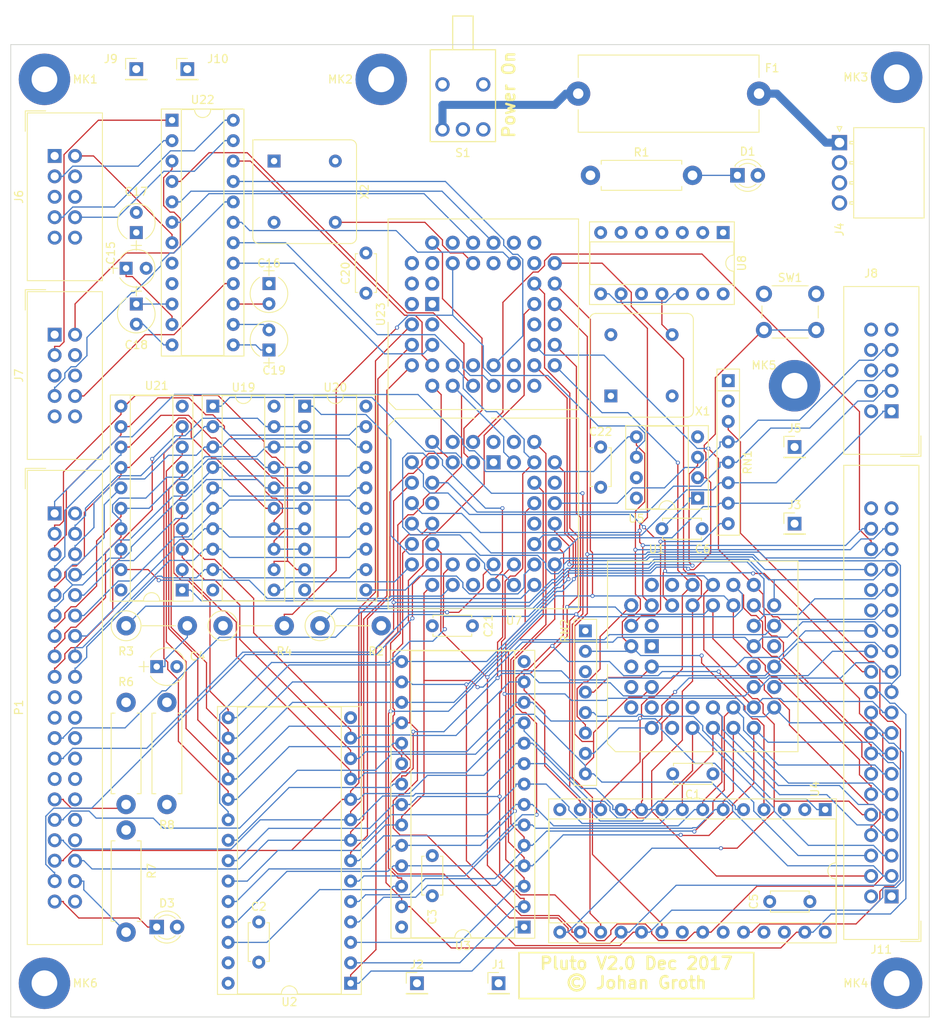
<source format=kicad_pcb>
(kicad_pcb (version 20171130) (host pcbnew 5.0.2-bee76a0~70~ubuntu18.04.1)
  (layers (0 F.Cu mixed) (1 GND.Cu power hide) (2 VCC.Cu power hide) (31 B.Cu mixed) (34 B.Paste user) (35 F.Paste user) (36 B.SilkS user) (37 F.SilkS user) (38 B.Mask user) (39 F.Mask user) (44 Edge.Cuts user))
  (net 0 "")
  (net 1 GND)
  (net 2 VCC)
  (net 3 "Net-(C15-Pad1)")
  (net 4 "Net-(C16-Pad2)")
  (net 5 "Net-(C18-Pad1)")
  (net 6 "Net-(C18-Pad2)")
  (net 7 "Net-(C19-Pad1)")
  (net 8 "Net-(C19-Pad2)")
  (net 9 "Net-(D1-Pad1)")
  (net 10 "/16bit IDE interface/~IRQ")
  (net 11 "/16bit IDE interface/~IDE:DASP")
  (net 12 "Net-(D3-Pad2)")
  (net 13 "Net-(J6-Pad2)")
  (net 14 "Net-(J6-Pad3)")
  (net 15 "Net-(J6-Pad7)")
  (net 16 "Net-(J6-Pad8)")
  (net 17 "Net-(J7-Pad2)")
  (net 18 "Net-(J7-Pad3)")
  (net 19 "Net-(J7-Pad7)")
  (net 20 "Net-(J7-Pad8)")
  (net 21 "/Address decoding and support section/TCK")
  (net 22 "/Address decoding and support section/TMS")
  (net 23 "/Address decoding and support section/TDI")
  (net 24 "/Address decoding and support section/TDO")
  (net 25 "/16bit IDE interface/~RES")
  (net 26 "/16bit IDE interface/IDE-D7")
  (net 27 "/16bit IDE interface/IDE-D8")
  (net 28 "/16bit IDE interface/IDE-D6")
  (net 29 "/16bit IDE interface/IDE-D9")
  (net 30 "/16bit IDE interface/IDE-D5")
  (net 31 "/16bit IDE interface/IDE-D10")
  (net 32 "/16bit IDE interface/IDE-D4")
  (net 33 "/16bit IDE interface/IDE-D11")
  (net 34 "/16bit IDE interface/IDE-D3")
  (net 35 "/16bit IDE interface/IDE-D12")
  (net 36 "/16bit IDE interface/IDE-D2")
  (net 37 "/16bit IDE interface/IDE-D13")
  (net 38 "/16bit IDE interface/IDE-D1")
  (net 39 "/16bit IDE interface/IDE-D14")
  (net 40 "/16bit IDE interface/IDE-D0")
  (net 41 "/16bit IDE interface/IDE-D15")
  (net 42 "/16bit IDE interface/~IDE:DMACK")
  (net 43 "/16bit IDE interface/A1")
  (net 44 "/16bit IDE interface/A0")
  (net 45 "/16bit IDE interface/A2")
  (net 46 "/16bit IDE interface/~IDE:CS1")
  (net 47 "/Address decoding and support section/~SO")
  (net 48 "/Address decoding and support section/~KS")
  (net 49 "/Address decoding and support section/RDY")
  (net 50 "/Address decoding and support section/~PWR")
  (net 51 "/Address decoding and support section/BE")
  (net 52 "/Address decoding and support section/~NMI")
  (net 53 "Net-(U1-Pad39)")
  (net 54 "/Address decoding and support section/A5")
  (net 55 "/CPU, ROM and RAM/A4")
  (net 56 "/Address decoding and support section/A6")
  (net 57 "/Address decoding and support section/A8")
  (net 58 "/Address decoding and support section/A10")
  (net 59 "/Address decoding and support section/A12")
  (net 60 "/Address decoding and support section/A14")
  (net 61 "/16bit IDE interface/D7")
  (net 62 "/Address decoding and support section/A7")
  (net 63 "/Address decoding and support section/A9")
  (net 64 "/Address decoding and support section/A11")
  (net 65 "/Address decoding and support section/A13")
  (net 66 "/Address decoding and support section/A15")
  (net 67 "/16bit IDE interface/D6")
  (net 68 "/16bit IDE interface/D4")
  (net 69 "/16bit IDE interface/D2")
  (net 70 "/16bit IDE interface/D0")
  (net 71 "/Address decoding and support section/R/~W")
  (net 72 "/16bit IDE interface/D5")
  (net 73 "/16bit IDE interface/D3")
  (net 74 "/16bit IDE interface/D1")
  (net 75 "/Address decoding and support section/~ROMSEL")
  (net 76 "/Address decoding and support section/~RAMSEL")
  (net 77 "/Address decoding and support section/~7F8X")
  (net 78 "/Address decoding and support section/RES")
  (net 79 "/Address decoding and support section/~7FEX")
  (net 80 "Net-(U8-Pad12)")
  (net 81 "Net-(U8-Pad11)")
  (net 82 "Net-(U22-Pad4)")
  (net 83 "Net-(U22-Pad5)")
  (net 84 "/DUART and RS232/CTSb")
  (net 85 "Net-(U22-Pad6)")
  (net 86 "Net-(U22-Pad18)")
  (net 87 "/DUART and RS232/RTSa")
  (net 88 "/DUART and RS232/RTSb")
  (net 89 "/DUART and RS232/CTSa")
  (net 90 "Net-(U23-Pad40)")
  (net 91 "Net-(U23-Pad36)")
  (net 92 "/16bit IDE interface/DIOW")
  (net 93 "/16bit IDE interface/DIOR")
  (net 94 "/16bit IDE interface/IDE_CS0")
  (net 95 "/Address decoding and support section/CLK")
  (net 96 "/Address decoding and support section/A3")
  (net 97 "/Address decoding and support section/~MRD")
  (net 98 "/Address decoding and support section/~MWR")
  (net 99 "/16bit IDE interface/FROM_CLK")
  (net 100 "/16bit IDE interface/OBT_OE")
  (net 101 "/16bit IDE interface/FROM_OE")
  (net 102 "/16bit IDE interface/TO_OE")
  (net 103 "/16bit IDE interface/OBT_DIR")
  (net 104 "/16bit IDE interface/TO_CLK")
  (net 105 "Net-(J4-Pad4)")
  (net 106 "Net-(J6-Pad1)")
  (net 107 "Net-(J6-Pad4)")
  (net 108 "Net-(J6-Pad6)")
  (net 109 "Net-(J6-Pad9)")
  (net 110 "Net-(J6-Pad10)")
  (net 111 "Net-(J7-Pad1)")
  (net 112 "Net-(J7-Pad4)")
  (net 113 "Net-(J7-Pad6)")
  (net 114 "Net-(J7-Pad9)")
  (net 115 "Net-(J7-Pad10)")
  (net 116 "Net-(J8-Pad9)")
  (net 117 "Net-(J8-Pad10)")
  (net 118 "Net-(P1-Pad20)")
  (net 119 "/16bit IDE interface/DMARQ")
  (net 120 "/16bit IDE interface/IORDY")
  (net 121 "Net-(P1-Pad28)")
  (net 122 "Net-(P1-Pad34)")
  (net 123 "Net-(RN1-Pad2)")
  (net 124 "Net-(U1-Pad43)")
  (net 125 "Net-(U1-Pad2)")
  (net 126 "Net-(U1-Pad4)")
  (net 127 "Net-(U1-Pad6)")
  (net 128 "Net-(U1-Pad8)")
  (net 129 "Net-(U1-Pad12)")
  (net 130 "Net-(U4-Pad23)")
  (net 131 "Net-(U7-Pad4)")
  (net 132 "Net-(U8-Pad5)")
  (net 133 "Net-(U8-Pad6)")
  (net 134 "Net-(U23-Pad1)")
  (net 135 "Net-(U23-Pad3)")
  (net 136 "Net-(U23-Pad43)")
  (net 137 "Net-(U23-Pad41)")
  (net 138 "Net-(U23-Pad42)")
  (net 139 "Net-(U23-Pad16)")
  (net 140 "Net-(U23-Pad15)")
  (net 141 "Net-(U23-Pad17)")
  (net 142 "Net-(U23-Pad23)")
  (net 143 "Net-(U23-Pad30)")
  (net 144 "Net-(U23-Pad34)")
  (net 145 "Net-(U23-Pad29)")
  (net 146 "Net-(U23-Pad31)")
  (net 147 "Net-(U23-Pad37)")
  (net 148 "Net-(X1-Pad1)")
  (net 149 "Net-(X2-Pad1)")
  (net 150 "Net-(F1-Pad1)")
  (net 151 "/Power and mounting holes/PWR_IN")
  (net 152 "Net-(C4-Pad1)")
  (net 153 "Net-(C6-Pad1)")
  (net 154 "Net-(J11-Pad30)")
  (net 155 "Net-(J11-Pad32)")
  (net 156 "/Address decoding and support section/~7FCX")
  (net 157 "/Address decoding and support section/~7FAX")
  (net 158 "Net-(R2-Pad1)")
  (net 159 "Net-(R3-Pad1)")
  (net 160 "Net-(RN2-Pad3)")
  (net 161 "Net-(S1-Pad3)")
  (net 162 "Net-(U7-Pad42)")
  (net 163 "Net-(U7-Pad37)")
  (module Capacitors_ThroughHole:C_Disc_D4.7mm_W2.5mm_P5.00mm (layer F.Cu) (at 141.605 110.49 180)
    (fp_text reference C1 (at 2.5 -2.56 180) (layer F.SilkS))
    (fp_text value 0.1uF)
    (pad 1 thru_hole circle (at 0 0 180) (size 1.6 1.6) (drill 0.8) (layers *.Cu *.Mask) (net 1 GND))
    (pad 2 thru_hole circle (at 5 0 180) (size 1.6 1.6) (drill 0.8) (layers *.Cu *.Mask) (net 2 VCC))
  )
  (module Capacitors_ThroughHole:C_Disc_D4.7mm_W2.5mm_P5.00mm (layer F.Cu) (at 85.09 128.905 270)
    (fp_text reference C2 (at -1.905 0) (layer F.SilkS))
    (fp_text value 0.1uF)
    (pad 1 thru_hole circle (at 0 0 270) (size 1.6 1.6) (drill 0.8) (layers *.Cu *.Mask) (net 1 GND))
    (pad 2 thru_hole circle (at 5 0 270) (size 1.6 1.6) (drill 0.8) (layers *.Cu *.Mask) (net 2 VCC))
  )
  (module Capacitors_ThroughHole:C_Disc_D4.7mm_W2.5mm_P5.00mm (layer F.Cu) (at 106.68 120.65 270)
    (fp_text reference C3 (at 7.62 0 270) (layer F.SilkS))
    (fp_text value 0.1uF)
    (pad 1 thru_hole circle (at 0 0 270) (size 1.6 1.6) (drill 0.8) (layers *.Cu *.Mask) (net 1 GND))
    (pad 2 thru_hole circle (at 5 0 270) (size 1.6 1.6) (drill 0.8) (layers *.Cu *.Mask) (net 2 VCC))
  )
  (module Capacitors_ThroughHole:C_Disc_D4.7mm_W2.5mm_P5.00mm (layer F.Cu) (at 153.67 126.365 180)
    (fp_text reference C5 (at 6.985 0 270) (layer F.SilkS))
    (fp_text value 0.1uF)
    (pad 1 thru_hole circle (at 0 0 180) (size 1.6 1.6) (drill 0.8) (layers *.Cu *.Mask) (net 2 VCC))
    (pad 2 thru_hole circle (at 5 0 180) (size 1.6 1.6) (drill 0.8) (layers *.Cu *.Mask) (net 1 GND))
  )
  (module Capacitors_ThroughHole:CP_Radial_Tantal_D4.5mm_P2.50mm (layer F.Cu) (at 68.58 47.625)
    (fp_text reference C15 (at -1.905 -1.905 90) (layer F.SilkS))
    (fp_text value 1.0uF)
    (pad 1 thru_hole rect (at 0 0) (size 1.6 1.6) (drill 0.8) (layers *.Cu *.Mask) (net 3 "Net-(C15-Pad1)"))
    (pad 2 thru_hole circle (at 2.5 0) (size 1.6 1.6) (drill 0.8) (layers *.Cu *.Mask) (net 2 VCC))
  )
  (module Capacitors_ThroughHole:CP_Radial_Tantal_D4.5mm_P2.50mm (layer F.Cu) (at 86.36 49.53 270)
    (fp_text reference C16 (at -2.54 0) (layer F.SilkS))
    (fp_text value 1.0uF)
    (pad 1 thru_hole rect (at 0 0 270) (size 1.6 1.6) (drill 0.8) (layers *.Cu *.Mask) (net 1 GND))
    (pad 2 thru_hole circle (at 2.5 0 270) (size 1.6 1.6) (drill 0.8) (layers *.Cu *.Mask) (net 4 "Net-(C16-Pad2)"))
  )
  (module Capacitors_ThroughHole:CP_Radial_Tantal_D4.5mm_P2.50mm (layer F.Cu) (at 69.85 43.18 90)
    (fp_text reference C17 (at 5.08 0 180) (layer F.SilkS))
    (fp_text value 1.0uF)
    (pad 1 thru_hole rect (at 0 0 90) (size 1.6 1.6) (drill 0.8) (layers *.Cu *.Mask) (net 2 VCC))
    (pad 2 thru_hole circle (at 2.5 0 90) (size 1.6 1.6) (drill 0.8) (layers *.Cu *.Mask) (net 1 GND))
  )
  (module Capacitors_ThroughHole:CP_Radial_Tantal_D4.5mm_P2.50mm (layer F.Cu) (at 69.85 52.07 270)
    (fp_text reference C18 (at 5.08 0) (layer F.SilkS))
    (fp_text value 1.0uF)
    (pad 1 thru_hole rect (at 0 0 270) (size 1.6 1.6) (drill 0.8) (layers *.Cu *.Mask) (net 5 "Net-(C18-Pad1)"))
    (pad 2 thru_hole circle (at 2.5 0 270) (size 1.6 1.6) (drill 0.8) (layers *.Cu *.Mask) (net 6 "Net-(C18-Pad2)"))
  )
  (module Capacitors_ThroughHole:CP_Radial_Tantal_D4.5mm_P2.50mm (layer F.Cu) (at 86.36 57.785 90)
    (fp_text reference C19 (at -2.54 0.635 180) (layer F.SilkS))
    (fp_text value 1.0uF)
    (pad 1 thru_hole rect (at 0 0 90) (size 1.6 1.6) (drill 0.8) (layers *.Cu *.Mask) (net 7 "Net-(C19-Pad1)"))
    (pad 2 thru_hole circle (at 2.5 0 90) (size 1.6 1.6) (drill 0.8) (layers *.Cu *.Mask) (net 8 "Net-(C19-Pad2)"))
  )
  (module Capacitors_ThroughHole:C_Disc_D4.7mm_W2.5mm_P5.00mm (layer F.Cu) (at 98.425 45.72 270)
    (fp_text reference C20 (at 2.54 2.54 270) (layer F.SilkS))
    (fp_text value 0.1uF)
    (pad 1 thru_hole circle (at 0 0 270) (size 1.6 1.6) (drill 0.8) (layers *.Cu *.Mask) (net 2 VCC))
    (pad 2 thru_hole circle (at 5 0 270) (size 1.6 1.6) (drill 0.8) (layers *.Cu *.Mask) (net 1 GND))
  )
  (module Capacitors_ThroughHole:C_Disc_D4.7mm_W2.5mm_P5.00mm (layer F.Cu) (at 106.68 92.075)
    (fp_text reference C21 (at 6.985 0 90) (layer F.SilkS))
    (fp_text value 0.1uF)
    (pad 1 thru_hole circle (at 0 0) (size 1.6 1.6) (drill 0.8) (layers *.Cu *.Mask) (net 1 GND))
    (pad 2 thru_hole circle (at 5 0) (size 1.6 1.6) (drill 0.8) (layers *.Cu *.Mask) (net 2 VCC))
  )
  (module Capacitors_ThroughHole:C_Disc_D4.7mm_W2.5mm_P5.00mm (layer F.Cu) (at 127.635 69.85 270)
    (fp_text reference C22 (at -1.905 0) (layer F.SilkS))
    (fp_text value 0.1uF)
    (pad 1 thru_hole circle (at 0 0 270) (size 1.6 1.6) (drill 0.8) (layers *.Cu *.Mask) (net 2 VCC))
    (pad 2 thru_hole circle (at 5 0 270) (size 1.6 1.6) (drill 0.8) (layers *.Cu *.Mask) (net 1 GND))
  )
  (module LEDs:LED_D3.0mm (layer F.Cu) (at 72.39 129.54)
    (fp_text reference D3 (at 1.27 -2.96) (layer F.SilkS))
    (fp_text value LED)
    (pad 1 thru_hole rect (at 0 0) (size 1.8 1.8) (drill 0.9) (layers *.Cu *.Mask) (net 11 "/16bit IDE interface/~IDE:DASP"))
    (pad 2 thru_hole circle (at 2.54 0) (size 1.8 1.8) (drill 0.9) (layers *.Cu *.Mask) (net 12 "Net-(D3-Pad2)"))
  )
  (module Connectors_Molex:Molex_NanoFit_1x04x2.50mm_Angled (layer F.Cu) (at 157.353 32.004 270)
    (fp_text reference J4 (at 10.795 0 270) (layer F.SilkS))
    (fp_text value POWER)
    (pad 1 thru_hole rect (at 0 0 270) (size 1.9 1.9) (drill 1.2) (layers *.Cu *.Mask) (net 151 "/Power and mounting holes/PWR_IN"))
    (pad 2 thru_hole circle (at 2.5 0 270) (size 1.9 1.9) (drill 1.2) (layers *.Cu *.Mask) (net 1 GND))
    (pad 3 thru_hole circle (at 5 0 270) (size 1.9 1.9) (drill 1.2) (layers *.Cu *.Mask) (net 1 GND))
    (pad 4 thru_hole circle (at 7.5 0 270) (size 1.9 1.9) (drill 1.2) (layers *.Cu *.Mask) (net 105 "Net-(J4-Pad4)"))
    (pad "" np_thru_hole circle (at 0 -7.18 270) (size 1.6 1.6) (drill 1.6) (layers *.Cu *.Mask))
    (pad "" np_thru_hole circle (at 7.5 -7.18 270) (size 1.6 1.6) (drill 1.6) (layers *.Cu *.Mask))
  )
  (module Connectors_IDC:IDC-Header_2x05_Pitch2.54mm_Straight (layer F.Cu) (at 59.69 33.655)
    (fp_text reference J6 (at -4.445 5.08 90) (layer F.SilkS))
    (fp_text value RS232a)
    (pad 1 thru_hole rect (at 0 0) (size 1.7272 1.7272) (drill 1.016) (layers *.Cu *.Mask) (net 106 "Net-(J6-Pad1)"))
    (pad 2 thru_hole oval (at 2.54 0) (size 1.7272 1.7272) (drill 1.016) (layers *.Cu *.Mask) (net 13 "Net-(J6-Pad2)"))
    (pad 3 thru_hole oval (at 0 2.54) (size 1.7272 1.7272) (drill 1.016) (layers *.Cu *.Mask) (net 14 "Net-(J6-Pad3)"))
    (pad 4 thru_hole oval (at 2.54 2.54) (size 1.7272 1.7272) (drill 1.016) (layers *.Cu *.Mask) (net 107 "Net-(J6-Pad4)"))
    (pad 5 thru_hole oval (at 0 5.08) (size 1.7272 1.7272) (drill 1.016) (layers *.Cu *.Mask) (net 1 GND))
    (pad 6 thru_hole oval (at 2.54 5.08) (size 1.7272 1.7272) (drill 1.016) (layers *.Cu *.Mask) (net 108 "Net-(J6-Pad6)"))
    (pad 7 thru_hole oval (at 0 7.62) (size 1.7272 1.7272) (drill 1.016) (layers *.Cu *.Mask) (net 15 "Net-(J6-Pad7)"))
    (pad 8 thru_hole oval (at 2.54 7.62) (size 1.7272 1.7272) (drill 1.016) (layers *.Cu *.Mask) (net 16 "Net-(J6-Pad8)"))
    (pad 9 thru_hole oval (at 0 10.16) (size 1.7272 1.7272) (drill 1.016) (layers *.Cu *.Mask) (net 109 "Net-(J6-Pad9)"))
    (pad 10 thru_hole oval (at 2.54 10.16) (size 1.7272 1.7272) (drill 1.016) (layers *.Cu *.Mask) (net 110 "Net-(J6-Pad10)"))
  )
  (module Connectors_IDC:IDC-Header_2x05_Pitch2.54mm_Straight (layer F.Cu) (at 59.69 55.88)
    (fp_text reference J7 (at -4.445 5.08 90) (layer F.SilkS))
    (fp_text value RS232b)
    (pad 1 thru_hole rect (at 0 0) (size 1.7272 1.7272) (drill 1.016) (layers *.Cu *.Mask) (net 111 "Net-(J7-Pad1)"))
    (pad 2 thru_hole oval (at 2.54 0) (size 1.7272 1.7272) (drill 1.016) (layers *.Cu *.Mask) (net 17 "Net-(J7-Pad2)"))
    (pad 3 thru_hole oval (at 0 2.54) (size 1.7272 1.7272) (drill 1.016) (layers *.Cu *.Mask) (net 18 "Net-(J7-Pad3)"))
    (pad 4 thru_hole oval (at 2.54 2.54) (size 1.7272 1.7272) (drill 1.016) (layers *.Cu *.Mask) (net 112 "Net-(J7-Pad4)"))
    (pad 5 thru_hole oval (at 0 5.08) (size 1.7272 1.7272) (drill 1.016) (layers *.Cu *.Mask) (net 1 GND))
    (pad 6 thru_hole oval (at 2.54 5.08) (size 1.7272 1.7272) (drill 1.016) (layers *.Cu *.Mask) (net 113 "Net-(J7-Pad6)"))
    (pad 7 thru_hole oval (at 0 7.62) (size 1.7272 1.7272) (drill 1.016) (layers *.Cu *.Mask) (net 19 "Net-(J7-Pad7)"))
    (pad 8 thru_hole oval (at 2.54 7.62) (size 1.7272 1.7272) (drill 1.016) (layers *.Cu *.Mask) (net 20 "Net-(J7-Pad8)"))
    (pad 9 thru_hole oval (at 0 10.16) (size 1.7272 1.7272) (drill 1.016) (layers *.Cu *.Mask) (net 114 "Net-(J7-Pad9)"))
    (pad 10 thru_hole oval (at 2.54 10.16) (size 1.7272 1.7272) (drill 1.016) (layers *.Cu *.Mask) (net 115 "Net-(J7-Pad10)"))
  )
  (module Connectors_IDC:IDC-Header_2x05_Pitch2.54mm_Straight (layer F.Cu) (at 163.83 65.405 180)
    (fp_text reference J8 (at 2.54 17.145 180) (layer F.SilkS))
    (fp_text value JTAG)
    (pad 1 thru_hole rect (at 0 0 180) (size 1.7272 1.7272) (drill 1.016) (layers *.Cu *.Mask) (net 21 "/Address decoding and support section/TCK"))
    (pad 2 thru_hole oval (at 2.54 0 180) (size 1.7272 1.7272) (drill 1.016) (layers *.Cu *.Mask) (net 1 GND))
    (pad 3 thru_hole oval (at 0 2.54 180) (size 1.7272 1.7272) (drill 1.016) (layers *.Cu *.Mask) (net 22 "/Address decoding and support section/TMS"))
    (pad 4 thru_hole oval (at 2.54 2.54 180) (size 1.7272 1.7272) (drill 1.016) (layers *.Cu *.Mask) (net 1 GND))
    (pad 5 thru_hole oval (at 0 5.08 180) (size 1.7272 1.7272) (drill 1.016) (layers *.Cu *.Mask) (net 23 "/Address decoding and support section/TDI"))
    (pad 6 thru_hole oval (at 2.54 5.08 180) (size 1.7272 1.7272) (drill 1.016) (layers *.Cu *.Mask) (net 2 VCC))
    (pad 7 thru_hole oval (at 0 7.62 180) (size 1.7272 1.7272) (drill 1.016) (layers *.Cu *.Mask) (net 24 "/Address decoding and support section/TDO"))
    (pad 8 thru_hole oval (at 2.54 7.62 180) (size 1.7272 1.7272) (drill 1.016) (layers *.Cu *.Mask) (net 1 GND))
    (pad 9 thru_hole oval (at 0 10.16 180) (size 1.7272 1.7272) (drill 1.016) (layers *.Cu *.Mask) (net 116 "Net-(J8-Pad9)"))
    (pad 10 thru_hole oval (at 2.54 10.16 180) (size 1.7272 1.7272) (drill 1.016) (layers *.Cu *.Mask) (net 117 "Net-(J8-Pad10)"))
  )
  (module Mounting_Holes:MountingHole_3.2mm_M3_Pad (layer F.Cu) (at 58.42 24.13)
    (fp_text reference MK1 (at 5.08 0) (layer F.SilkS))
    (fp_text value Mounting_Hole)
    (pad 1 thru_hole circle (at 0 0) (size 6.4 6.4) (drill 3.2) (layers *.Cu *.Mask))
  )
  (module Mounting_Holes:MountingHole_3.2mm_M3_Pad (layer F.Cu) (at 100.33 24.13)
    (fp_text reference MK2 (at -5.08 0) (layer F.SilkS))
    (fp_text value Mounting_Hole)
    (pad 1 thru_hole circle (at 0 0) (size 6.4 6.4) (drill 3.2) (layers *.Cu *.Mask))
  )
  (module Mounting_Holes:MountingHole_3.2mm_M3_Pad (layer F.Cu) (at 164.465 23.876)
    (fp_text reference MK3 (at -5.08 0) (layer F.SilkS))
    (fp_text value Mounting_Hole)
    (pad 1 thru_hole circle (at 0 0) (size 6.4 6.4) (drill 3.2) (layers *.Cu *.Mask))
  )
  (module Mounting_Holes:MountingHole_3.2mm_M3_Pad (layer F.Cu) (at 164.465 136.525)
    (fp_text reference MK4 (at -5.08 0) (layer F.SilkS))
    (fp_text value Mounting_Hole)
    (pad 1 thru_hole circle (at 0 0) (size 6.4 6.4) (drill 3.2) (layers *.Cu *.Mask))
  )
  (module Mounting_Holes:MountingHole_3.2mm_M3_Pad (layer F.Cu) (at 151.765 62.23)
    (fp_text reference MK5 (at -3.81 -2.54) (layer F.SilkS))
    (fp_text value Mounting_Hole)
    (pad 1 thru_hole circle (at 0 0) (size 6.4 6.4) (drill 3.2) (layers *.Cu *.Mask))
  )
  (module Mounting_Holes:MountingHole_3.2mm_M3_Pad (layer F.Cu) (at 58.42 136.525)
    (fp_text reference MK6 (at 5.08 0) (layer F.SilkS))
    (fp_text value Mounting_Hole)
    (pad 1 thru_hole circle (at 0 0) (size 6.4 6.4) (drill 3.2) (layers *.Cu *.Mask))
  )
  (module Connectors_IDC:IDC-Header_2x20_Pitch2.54mm_Straight (layer F.Cu) (at 59.69 78.105)
    (fp_text reference P1 (at -4.445 24.13 90) (layer F.SilkS))
    (fp_text value IDE0)
    (pad 1 thru_hole rect (at 0 0) (size 1.7272 1.7272) (drill 1.016) (layers *.Cu *.Mask) (net 25 "/16bit IDE interface/~RES"))
    (pad 2 thru_hole oval (at 2.54 0) (size 1.7272 1.7272) (drill 1.016) (layers *.Cu *.Mask) (net 1 GND))
    (pad 3 thru_hole oval (at 0 2.54) (size 1.7272 1.7272) (drill 1.016) (layers *.Cu *.Mask) (net 26 "/16bit IDE interface/IDE-D7"))
    (pad 4 thru_hole oval (at 2.54 2.54) (size 1.7272 1.7272) (drill 1.016) (layers *.Cu *.Mask) (net 27 "/16bit IDE interface/IDE-D8"))
    (pad 5 thru_hole oval (at 0 5.08) (size 1.7272 1.7272) (drill 1.016) (layers *.Cu *.Mask) (net 28 "/16bit IDE interface/IDE-D6"))
    (pad 6 thru_hole oval (at 2.54 5.08) (size 1.7272 1.7272) (drill 1.016) (layers *.Cu *.Mask) (net 29 "/16bit IDE interface/IDE-D9"))
    (pad 7 thru_hole oval (at 0 7.62) (size 1.7272 1.7272) (drill 1.016) (layers *.Cu *.Mask) (net 30 "/16bit IDE interface/IDE-D5"))
    (pad 8 thru_hole oval (at 2.54 7.62) (size 1.7272 1.7272) (drill 1.016) (layers *.Cu *.Mask) (net 31 "/16bit IDE interface/IDE-D10"))
    (pad 9 thru_hole oval (at 0 10.16) (size 1.7272 1.7272) (drill 1.016) (layers *.Cu *.Mask) (net 32 "/16bit IDE interface/IDE-D4"))
    (pad 10 thru_hole oval (at 2.54 10.16) (size 1.7272 1.7272) (drill 1.016) (layers *.Cu *.Mask) (net 33 "/16bit IDE interface/IDE-D11"))
    (pad 11 thru_hole oval (at 0 12.7) (size 1.7272 1.7272) (drill 1.016) (layers *.Cu *.Mask) (net 34 "/16bit IDE interface/IDE-D3"))
    (pad 12 thru_hole oval (at 2.54 12.7) (size 1.7272 1.7272) (drill 1.016) (layers *.Cu *.Mask) (net 35 "/16bit IDE interface/IDE-D12"))
    (pad 13 thru_hole oval (at 0 15.24) (size 1.7272 1.7272) (drill 1.016) (layers *.Cu *.Mask) (net 36 "/16bit IDE interface/IDE-D2"))
    (pad 14 thru_hole oval (at 2.54 15.24) (size 1.7272 1.7272) (drill 1.016) (layers *.Cu *.Mask) (net 37 "/16bit IDE interface/IDE-D13"))
    (pad 15 thru_hole oval (at 0 17.78) (size 1.7272 1.7272) (drill 1.016) (layers *.Cu *.Mask) (net 38 "/16bit IDE interface/IDE-D1"))
    (pad 16 thru_hole oval (at 2.54 17.78) (size 1.7272 1.7272) (drill 1.016) (layers *.Cu *.Mask) (net 39 "/16bit IDE interface/IDE-D14"))
    (pad 17 thru_hole oval (at 0 20.32) (size 1.7272 1.7272) (drill 1.016) (layers *.Cu *.Mask) (net 40 "/16bit IDE interface/IDE-D0"))
    (pad 18 thru_hole oval (at 2.54 20.32) (size 1.7272 1.7272) (drill 1.016) (layers *.Cu *.Mask) (net 41 "/16bit IDE interface/IDE-D15"))
    (pad 19 thru_hole oval (at 0 22.86) (size 1.7272 1.7272) (drill 1.016) (layers *.Cu *.Mask) (net 1 GND))
    (pad 20 thru_hole oval (at 2.54 22.86) (size 1.7272 1.7272) (drill 1.016) (layers *.Cu *.Mask) (net 118 "Net-(P1-Pad20)"))
    (pad 21 thru_hole oval (at 0 25.4) (size 1.7272 1.7272) (drill 1.016) (layers *.Cu *.Mask) (net 119 "/16bit IDE interface/DMARQ"))
    (pad 22 thru_hole oval (at 2.54 25.4) (size 1.7272 1.7272) (drill 1.016) (layers *.Cu *.Mask) (net 1 GND))
    (pad 23 thru_hole oval (at 0 27.94) (size 1.7272 1.7272) (drill 1.016) (layers *.Cu *.Mask) (net 92 "/16bit IDE interface/DIOW"))
    (pad 24 thru_hole oval (at 2.54 27.94) (size 1.7272 1.7272) (drill 1.016) (layers *.Cu *.Mask) (net 1 GND))
    (pad 25 thru_hole oval (at 0 30.48) (size 1.7272 1.7272) (drill 1.016) (layers *.Cu *.Mask) (net 93 "/16bit IDE interface/DIOR"))
    (pad 26 thru_hole oval (at 2.54 30.48) (size 1.7272 1.7272) (drill 1.016) (layers *.Cu *.Mask) (net 1 GND))
    (pad 27 thru_hole oval (at 0 33.02) (size 1.7272 1.7272) (drill 1.016) (layers *.Cu *.Mask) (net 120 "/16bit IDE interface/IORDY"))
    (pad 28 thru_hole oval (at 2.54 33.02) (size 1.7272 1.7272) (drill 1.016) (layers *.Cu *.Mask) (net 121 "Net-(P1-Pad28)"))
    (pad 29 thru_hole oval (at 0 35.56) (size 1.7272 1.7272) (drill 1.016) (layers *.Cu *.Mask) (net 42 "/16bit IDE interface/~IDE:DMACK"))
    (pad 30 thru_hole oval (at 2.54 35.56) (size 1.7272 1.7272) (drill 1.016) (layers *.Cu *.Mask) (net 1 GND))
    (pad 31 thru_hole oval (at 0 38.1) (size 1.7272 1.7272) (drill 1.016) (layers *.Cu *.Mask) (net 10 "/16bit IDE interface/~IRQ"))
    (pad 32 thru_hole oval (at 2.54 38.1) (size 1.7272 1.7272) (drill 1.016) (layers *.Cu *.Mask) (net 1 GND))
    (pad 33 thru_hole oval (at 0 40.64) (size 1.7272 1.7272) (drill 1.016) (layers *.Cu *.Mask) (net 43 "/16bit IDE interface/A1"))
    (pad 34 thru_hole oval (at 2.54 40.64) (size 1.7272 1.7272) (drill 1.016) (layers *.Cu *.Mask) (net 122 "Net-(P1-Pad34)"))
    (pad 35 thru_hole oval (at 0 43.18) (size 1.7272 1.7272) (drill 1.016) (layers *.Cu *.Mask) (net 44 "/16bit IDE interface/A0"))
    (pad 36 thru_hole oval (at 2.54 43.18) (size 1.7272 1.7272) (drill 1.016) (layers *.Cu *.Mask) (net 45 "/16bit IDE interface/A2"))
    (pad 37 thru_hole oval (at 0 45.72) (size 1.7272 1.7272) (drill 1.016) (layers *.Cu *.Mask) (net 94 "/16bit IDE interface/IDE_CS0"))
    (pad 38 thru_hole oval (at 2.54 45.72) (size 1.7272 1.7272) (drill 1.016) (layers *.Cu *.Mask) (net 46 "/16bit IDE interface/~IDE:CS1"))
    (pad 39 thru_hole oval (at 0 48.26) (size 1.7272 1.7272) (drill 1.016) (layers *.Cu *.Mask) (net 11 "/16bit IDE interface/~IDE:DASP"))
    (pad 40 thru_hole oval (at 2.54 48.26) (size 1.7272 1.7272) (drill 1.016) (layers *.Cu *.Mask) (net 1 GND))
  )
  (module Resistors_ThroughHole:R_Axial_DIN0411_L9.9mm_D3.6mm_P12.70mm_Horizontal (layer F.Cu) (at 68.58 114.3 90)
    (fp_text reference R6 (at 15.24 0 180) (layer F.SilkS))
    (fp_text value 3.3K)
    (pad 1 thru_hole circle (at 0 0 90) (size 2.4 2.4) (drill 1.2) (layers *.Cu *.Mask) (net 42 "/16bit IDE interface/~IDE:DMACK"))
    (pad 2 thru_hole oval (at 12.7 0 90) (size 2.4 2.4) (drill 1.2) (layers *.Cu *.Mask) (net 2 VCC))
  )
  (module Resistors_ThroughHole:R_Axial_DIN0411_L9.9mm_D3.6mm_P12.70mm_Horizontal (layer F.Cu) (at 68.58 130.175 90)
    (fp_text reference R7 (at 7.62 3.175 90) (layer F.SilkS))
    (fp_text value 1K)
    (pad 1 thru_hole circle (at 0 0 90) (size 2.4 2.4) (drill 1.2) (layers *.Cu *.Mask) (net 46 "/16bit IDE interface/~IDE:CS1"))
    (pad 2 thru_hole oval (at 12.7 0 90) (size 2.4 2.4) (drill 1.2) (layers *.Cu *.Mask) (net 2 VCC))
  )
  (module Resistors_ThroughHole:R_Axial_DIN0411_L9.9mm_D3.6mm_P12.70mm_Horizontal (layer F.Cu) (at 73.66 114.3 90)
    (fp_text reference R8 (at -2.54 0 180) (layer F.SilkS))
    (fp_text value 1K)
    (pad 1 thru_hole circle (at 0 0 90) (size 2.4 2.4) (drill 1.2) (layers *.Cu *.Mask) (net 12 "Net-(D3-Pad2)"))
    (pad 2 thru_hole oval (at 12.7 0 90) (size 2.4 2.4) (drill 1.2) (layers *.Cu *.Mask) (net 2 VCC))
  )
  (module Resistors_THT:R_Array_SIP8 (layer F.Cu) (at 143.51 61.595 270)
    (fp_text reference RN1 (at 10.16 -2.4 270) (layer F.SilkS))
    (fp_text value "3.3 kOhm")
    (pad 1 thru_hole rect (at 0 0 270) (size 1.6 1.6) (drill 0.8) (layers *.Cu *.Mask) (net 2 VCC))
    (pad 2 thru_hole oval (at 2.54 0 270) (size 1.6 1.6) (drill 0.8) (layers *.Cu *.Mask) (net 123 "Net-(RN1-Pad2)"))
    (pad 3 thru_hole oval (at 5.08 0 270) (size 1.6 1.6) (drill 0.8) (layers *.Cu *.Mask) (net 48 "/Address decoding and support section/~KS"))
    (pad 4 thru_hole oval (at 7.62 0 270) (size 1.6 1.6) (drill 0.8) (layers *.Cu *.Mask) (net 24 "/Address decoding and support section/TDO"))
    (pad 5 thru_hole oval (at 10.16 0 270) (size 1.6 1.6) (drill 0.8) (layers *.Cu *.Mask) (net 23 "/Address decoding and support section/TDI"))
    (pad 6 thru_hole oval (at 12.7 0 270) (size 1.6 1.6) (drill 0.8) (layers *.Cu *.Mask) (net 22 "/Address decoding and support section/TMS"))
    (pad 7 thru_hole oval (at 15.24 0 270) (size 1.6 1.6) (drill 0.8) (layers *.Cu *.Mask) (net 21 "/Address decoding and support section/TCK"))
    (pad 8 thru_hole oval (at 17.78 0 270) (size 1.6 1.6) (drill 0.8) (layers *.Cu *.Mask) (net 47 "/Address decoding and support section/~SO"))
  )
  (module Resistors_THT:R_Array_SIP8 (layer F.Cu) (at 125.73 92.71 270)
    (fp_text reference RN2 (at 0 2.54 270) (layer F.SilkS))
    (fp_text value "3.3 kOhm")
    (pad 1 thru_hole rect (at 0 0 270) (size 1.6 1.6) (drill 0.8) (layers *.Cu *.Mask) (net 2 VCC))
    (pad 2 thru_hole oval (at 2.54 0 270) (size 1.6 1.6) (drill 0.8) (layers *.Cu *.Mask) (net 25 "/16bit IDE interface/~RES"))
    (pad 3 thru_hole oval (at 5.08 0 270) (size 1.6 1.6) (drill 0.8) (layers *.Cu *.Mask) (net 160 "Net-(RN2-Pad3)"))
    (pad 4 thru_hole oval (at 7.62 0 270) (size 1.6 1.6) (drill 0.8) (layers *.Cu *.Mask) (net 49 "/Address decoding and support section/RDY"))
    (pad 5 thru_hole oval (at 10.16 0 270) (size 1.6 1.6) (drill 0.8) (layers *.Cu *.Mask) (net 50 "/Address decoding and support section/~PWR"))
    (pad 6 thru_hole oval (at 12.7 0 270) (size 1.6 1.6) (drill 0.8) (layers *.Cu *.Mask) (net 51 "/Address decoding and support section/BE"))
    (pad 7 thru_hole oval (at 15.24 0 270) (size 1.6 1.6) (drill 0.8) (layers *.Cu *.Mask) (net 52 "/Address decoding and support section/~NMI"))
    (pad 8 thru_hole oval (at 17.78 0 270) (size 1.6 1.6) (drill 0.8) (layers *.Cu *.Mask) (net 10 "/16bit IDE interface/~IRQ"))
  )
  (module Buttons_Switches_ThroughHole:SW_PUSH_6mm_h4.3mm (layer F.Cu) (at 147.955 50.8)
    (fp_text reference SW1 (at 3.25 -2) (layer F.SilkS))
    (fp_text value RESET)
    (pad 2 thru_hole circle (at 0 4.5 90) (size 2 2) (drill 1.1) (layers *.Cu *.Mask) (net 158 "Net-(R2-Pad1)"))
    (pad 1 thru_hole circle (at 0 0 90) (size 2 2) (drill 1.1) (layers *.Cu *.Mask) (net 1 GND))
    (pad 2 thru_hole circle (at 6.5 4.5 90) (size 2 2) (drill 1.1) (layers *.Cu *.Mask) (net 158 "Net-(R2-Pad1)"))
    (pad 1 thru_hole circle (at 6.5 0 90) (size 2 2) (drill 1.1) (layers *.Cu *.Mask) (net 1 GND))
  )
  (module Housings_LCC:PLCC-44_THT-Socket (layer F.Cu) (at 133.985 94.615 90)
    (fp_text reference U1 (at 12.065 0.635 180) (layer F.SilkS))
    (fp_text value WD65C02PLCC44)
    (pad 1 thru_hole rect (at 0 0 90) (size 1.75 1.75) (drill 0.95) (layers *.Cu *.Mask) (net 1 GND))
    (pad 3 thru_hole circle (at -2.54 0 90) (size 1.75 1.75) (drill 0.95) (layers *.Cu *.Mask) (net 49 "/Address decoding and support section/RDY"))
    (pad 5 thru_hole circle (at -5.08 0 90) (size 1.75 1.75) (drill 0.95) (layers *.Cu *.Mask) (net 10 "/16bit IDE interface/~IRQ"))
    (pad 43 thru_hole circle (at 2.54 0 90) (size 1.75 1.75) (drill 0.95) (layers *.Cu *.Mask) (net 124 "Net-(U1-Pad43)"))
    (pad 41 thru_hole circle (at 5.08 0 90) (size 1.75 1.75) (drill 0.95) (layers *.Cu *.Mask) (net 95 "/Address decoding and support section/CLK"))
    (pad 39 thru_hole circle (at 7.62 0 90) (size 1.75 1.75) (drill 0.95) (layers *.Cu *.Mask) (net 53 "Net-(U1-Pad39)"))
    (pad 2 thru_hole circle (at -2.54 -2.54 90) (size 1.75 1.75) (drill 0.95) (layers *.Cu *.Mask) (net 125 "Net-(U1-Pad2)"))
    (pad 4 thru_hole circle (at -5.08 -2.54 90) (size 1.75 1.75) (drill 0.95) (layers *.Cu *.Mask) (net 126 "Net-(U1-Pad4)"))
    (pad 6 thru_hole circle (at -7.62 -2.54 90) (size 1.75 1.75) (drill 0.95) (layers *.Cu *.Mask) (net 127 "Net-(U1-Pad6)"))
    (pad 44 thru_hole circle (at 0 -2.54 90) (size 1.75 1.75) (drill 0.95) (layers *.Cu *.Mask) (net 25 "/16bit IDE interface/~RES"))
    (pad 42 thru_hole circle (at 2.54 -2.54 90) (size 1.75 1.75) (drill 0.95) (layers *.Cu *.Mask) (net 47 "/Address decoding and support section/~SO"))
    (pad 40 thru_hole circle (at 5.08 -2.54 90) (size 1.75 1.75) (drill 0.95) (layers *.Cu *.Mask) (net 51 "/Address decoding and support section/BE"))
    (pad 8 thru_hole circle (at -7.62 0 90) (size 1.75 1.75) (drill 0.95) (layers *.Cu *.Mask) (net 128 "Net-(U1-Pad8)"))
    (pad 10 thru_hole circle (at -7.62 2.54 90) (size 1.75 1.75) (drill 0.95) (layers *.Cu *.Mask) (net 44 "/16bit IDE interface/A0"))
    (pad 12 thru_hole circle (at -7.62 5.08 90) (size 1.75 1.75) (drill 0.95) (layers *.Cu *.Mask) (net 129 "Net-(U1-Pad12)"))
    (pad 14 thru_hole circle (at -7.62 7.62 90) (size 1.75 1.75) (drill 0.95) (layers *.Cu *.Mask) (net 96 "/Address decoding and support section/A3"))
    (pad 16 thru_hole circle (at -7.62 10.16 90) (size 1.75 1.75) (drill 0.95) (layers *.Cu *.Mask) (net 54 "/Address decoding and support section/A5"))
    (pad 7 thru_hole circle (at -10.16 0 90) (size 1.75 1.75) (drill 0.95) (layers *.Cu *.Mask) (net 52 "/Address decoding and support section/~NMI"))
    (pad 9 thru_hole circle (at -10.16 2.54 90) (size 1.75 1.75) (drill 0.95) (layers *.Cu *.Mask) (net 2 VCC))
    (pad 11 thru_hole circle (at -10.16 5.08 90) (size 1.75 1.75) (drill 0.95) (layers *.Cu *.Mask) (net 43 "/16bit IDE interface/A1"))
    (pad 13 thru_hole circle (at -10.16 7.62 90) (size 1.75 1.75) (drill 0.95) (layers *.Cu *.Mask) (net 45 "/16bit IDE interface/A2"))
    (pad 15 thru_hole circle (at -10.16 10.16 90) (size 1.75 1.75) (drill 0.95) (layers *.Cu *.Mask) (net 55 "/CPU, ROM and RAM/A4"))
    (pad 17 thru_hole circle (at -10.16 12.7 90) (size 1.75 1.75) (drill 0.95) (layers *.Cu *.Mask) (net 56 "/Address decoding and support section/A6"))
    (pad 19 thru_hole circle (at -7.62 12.7 90) (size 1.75 1.75) (drill 0.95) (layers *.Cu *.Mask) (net 57 "/Address decoding and support section/A8"))
    (pad 21 thru_hole circle (at -5.08 12.7 90) (size 1.75 1.75) (drill 0.95) (layers *.Cu *.Mask) (net 58 "/Address decoding and support section/A10"))
    (pad 23 thru_hole circle (at -2.54 12.7 90) (size 1.75 1.75) (drill 0.95) (layers *.Cu *.Mask) (net 1 GND))
    (pad 25 thru_hole circle (at 0 12.7 90) (size 1.75 1.75) (drill 0.95) (layers *.Cu *.Mask) (net 59 "/Address decoding and support section/A12"))
    (pad 27 thru_hole circle (at 2.54 12.7 90) (size 1.75 1.75) (drill 0.95) (layers *.Cu *.Mask) (net 60 "/Address decoding and support section/A14"))
    (pad 30 thru_hole circle (at 5.08 12.7 90) (size 1.75 1.75) (drill 0.95) (layers *.Cu *.Mask) (net 67 "/16bit IDE interface/D6"))
    (pad 18 thru_hole circle (at -7.62 15.24 90) (size 1.75 1.75) (drill 0.95) (layers *.Cu *.Mask) (net 62 "/Address decoding and support section/A7"))
    (pad 20 thru_hole circle (at -5.08 15.24 90) (size 1.75 1.75) (drill 0.95) (layers *.Cu *.Mask) (net 63 "/Address decoding and support section/A9"))
    (pad 22 thru_hole circle (at -2.54 15.24 90) (size 1.75 1.75) (drill 0.95) (layers *.Cu *.Mask) (net 64 "/Address decoding and support section/A11"))
    (pad 24 thru_hole circle (at 0 15.24 90) (size 1.75 1.75) (drill 0.95) (layers *.Cu *.Mask) (net 1 GND))
    (pad 26 thru_hole circle (at 2.54 15.24 90) (size 1.75 1.75) (drill 0.95) (layers *.Cu *.Mask) (net 65 "/Address decoding and support section/A13"))
    (pad 28 thru_hole circle (at 5.08 15.24 90) (size 1.75 1.75) (drill 0.95) (layers *.Cu *.Mask) (net 66 "/Address decoding and support section/A15"))
    (pad 32 thru_hole circle (at 5.08 10.16 90) (size 1.75 1.75) (drill 0.95) (layers *.Cu *.Mask) (net 68 "/16bit IDE interface/D4"))
    (pad 34 thru_hole circle (at 5.08 7.62 90) (size 1.75 1.75) (drill 0.95) (layers *.Cu *.Mask) (net 69 "/16bit IDE interface/D2"))
    (pad 36 thru_hole circle (at 5.08 5.08 90) (size 1.75 1.75) (drill 0.95) (layers *.Cu *.Mask) (net 70 "/16bit IDE interface/D0"))
    (pad 38 thru_hole circle (at 5.08 2.54 90) (size 1.75 1.75) (drill 0.95) (layers *.Cu *.Mask) (net 71 "/Address decoding and support section/R/~W"))
    (pad 40 thru_hole circle (at 5.08 -2.54 90) (size 1.75 1.75) (drill 0.95) (layers *.Cu *.Mask) (net 51 "/Address decoding and support section/BE"))
    (pad 29 thru_hole circle (at 7.62 12.7 90) (size 1.75 1.75) (drill 0.95) (layers *.Cu *.Mask) (net 61 "/16bit IDE interface/D7"))
    (pad 31 thru_hole circle (at 7.62 10.16 90) (size 1.75 1.75) (drill 0.95) (layers *.Cu *.Mask) (net 72 "/16bit IDE interface/D5"))
    (pad 33 thru_hole circle (at 7.62 7.62 90) (size 1.75 1.75) (drill 0.95) (layers *.Cu *.Mask) (net 73 "/16bit IDE interface/D3"))
    (pad 35 thru_hole circle (at 7.62 5.08 90) (size 1.75 1.75) (drill 0.95) (layers *.Cu *.Mask) (net 74 "/16bit IDE interface/D1"))
    (pad 37 thru_hole circle (at 7.62 2.54 90) (size 1.75 1.75) (drill 0.95) (layers *.Cu *.Mask) (net 2 VCC))
    (pad 39 thru_hole circle (at 7.62 0 90) (size 1.75 1.75) (drill 0.95) (layers *.Cu *.Mask) (net 53 "Net-(U1-Pad39)"))
  )
  (module Housings_DIP:DIP-28_W15.24mm_Socket (layer F.Cu) (at 96.52 136.525 180)
    (fp_text reference U2 (at 7.62 -2.33 180) (layer F.SilkS))
    (fp_text value 28C256)
    (pad 1 thru_hole rect (at 0 0 180) (size 1.6 1.6) (drill 0.8) (layers *.Cu *.Mask) (net 60 "/Address decoding and support section/A14"))
    (pad 15 thru_hole oval (at 15.24 33.02 180) (size 1.6 1.6) (drill 0.8) (layers *.Cu *.Mask) (net 73 "/16bit IDE interface/D3"))
    (pad 2 thru_hole oval (at 0 2.54 180) (size 1.6 1.6) (drill 0.8) (layers *.Cu *.Mask) (net 59 "/Address decoding and support section/A12"))
    (pad 16 thru_hole oval (at 15.24 30.48 180) (size 1.6 1.6) (drill 0.8) (layers *.Cu *.Mask) (net 68 "/16bit IDE interface/D4"))
    (pad 3 thru_hole oval (at 0 5.08 180) (size 1.6 1.6) (drill 0.8) (layers *.Cu *.Mask) (net 62 "/Address decoding and support section/A7"))
    (pad 17 thru_hole oval (at 15.24 27.94 180) (size 1.6 1.6) (drill 0.8) (layers *.Cu *.Mask) (net 72 "/16bit IDE interface/D5"))
    (pad 4 thru_hole oval (at 0 7.62 180) (size 1.6 1.6) (drill 0.8) (layers *.Cu *.Mask) (net 56 "/Address decoding and support section/A6"))
    (pad 18 thru_hole oval (at 15.24 25.4 180) (size 1.6 1.6) (drill 0.8) (layers *.Cu *.Mask) (net 67 "/16bit IDE interface/D6"))
    (pad 5 thru_hole oval (at 0 10.16 180) (size 1.6 1.6) (drill 0.8) (layers *.Cu *.Mask) (net 54 "/Address decoding and support section/A5"))
    (pad 19 thru_hole oval (at 15.24 22.86 180) (size 1.6 1.6) (drill 0.8) (layers *.Cu *.Mask) (net 61 "/16bit IDE interface/D7"))
    (pad 6 thru_hole oval (at 0 12.7 180) (size 1.6 1.6) (drill 0.8) (layers *.Cu *.Mask) (net 55 "/CPU, ROM and RAM/A4"))
    (pad 20 thru_hole oval (at 15.24 20.32 180) (size 1.6 1.6) (drill 0.8) (layers *.Cu *.Mask) (net 75 "/Address decoding and support section/~ROMSEL"))
    (pad 7 thru_hole oval (at 0 15.24 180) (size 1.6 1.6) (drill 0.8) (layers *.Cu *.Mask) (net 96 "/Address decoding and support section/A3"))
    (pad 21 thru_hole oval (at 15.24 17.78 180) (size 1.6 1.6) (drill 0.8) (layers *.Cu *.Mask) (net 58 "/Address decoding and support section/A10"))
    (pad 8 thru_hole oval (at 0 17.78 180) (size 1.6 1.6) (drill 0.8) (layers *.Cu *.Mask) (net 45 "/16bit IDE interface/A2"))
    (pad 22 thru_hole oval (at 15.24 15.24 180) (size 1.6 1.6) (drill 0.8) (layers *.Cu *.Mask) (net 97 "/Address decoding and support section/~MRD"))
    (pad 9 thru_hole oval (at 0 20.32 180) (size 1.6 1.6) (drill 0.8) (layers *.Cu *.Mask) (net 43 "/16bit IDE interface/A1"))
    (pad 23 thru_hole oval (at 15.24 12.7 180) (size 1.6 1.6) (drill 0.8) (layers *.Cu *.Mask) (net 64 "/Address decoding and support section/A11"))
    (pad 10 thru_hole oval (at 0 22.86 180) (size 1.6 1.6) (drill 0.8) (layers *.Cu *.Mask) (net 44 "/16bit IDE interface/A0"))
    (pad 24 thru_hole oval (at 15.24 10.16 180) (size 1.6 1.6) (drill 0.8) (layers *.Cu *.Mask) (net 63 "/Address decoding and support section/A9"))
    (pad 11 thru_hole oval (at 0 25.4 180) (size 1.6 1.6) (drill 0.8) (layers *.Cu *.Mask) (net 70 "/16bit IDE interface/D0"))
    (pad 25 thru_hole oval (at 15.24 7.62 180) (size 1.6 1.6) (drill 0.8) (layers *.Cu *.Mask) (net 57 "/Address decoding and support section/A8"))
    (pad 12 thru_hole oval (at 0 27.94 180) (size 1.6 1.6) (drill 0.8) (layers *.Cu *.Mask) (net 74 "/16bit IDE interface/D1"))
    (pad 26 thru_hole oval (at 15.24 5.08 180) (size 1.6 1.6) (drill 0.8) (layers *.Cu *.Mask) (net 65 "/Address decoding and support section/A13"))
    (pad 13 thru_hole oval (at 0 30.48 180) (size 1.6 1.6) (drill 0.8) (layers *.Cu *.Mask) (net 69 "/16bit IDE interface/D2"))
    (pad 27 thru_hole oval (at 15.24 2.54 180) (size 1.6 1.6) (drill 0.8) (layers *.Cu *.Mask) (net 2 VCC))
    (pad 14 thru_hole oval (at 0 33.02 180) (size 1.6 1.6) (drill 0.8) (layers *.Cu *.Mask) (net 1 GND))
    (pad 28 thru_hole oval (at 15.24 0 180) (size 1.6 1.6) (drill 0.8) (layers *.Cu *.Mask) (net 2 VCC))
  )
  (module Housings_DIP:DIP-28_W15.24mm_Socket (layer F.Cu) (at 118.11 129.54 180)
    (fp_text reference U3 (at 7.62 -2.33 180) (layer F.SilkS))
    (fp_text value AS6C62256A)
    (pad 1 thru_hole rect (at 0 0 180) (size 1.6 1.6) (drill 0.8) (layers *.Cu *.Mask) (net 60 "/Address decoding and support section/A14"))
    (pad 15 thru_hole oval (at 15.24 33.02 180) (size 1.6 1.6) (drill 0.8) (layers *.Cu *.Mask) (net 73 "/16bit IDE interface/D3"))
    (pad 2 thru_hole oval (at 0 2.54 180) (size 1.6 1.6) (drill 0.8) (layers *.Cu *.Mask) (net 59 "/Address decoding and support section/A12"))
    (pad 16 thru_hole oval (at 15.24 30.48 180) (size 1.6 1.6) (drill 0.8) (layers *.Cu *.Mask) (net 68 "/16bit IDE interface/D4"))
    (pad 3 thru_hole oval (at 0 5.08 180) (size 1.6 1.6) (drill 0.8) (layers *.Cu *.Mask) (net 62 "/Address decoding and support section/A7"))
    (pad 17 thru_hole oval (at 15.24 27.94 180) (size 1.6 1.6) (drill 0.8) (layers *.Cu *.Mask) (net 72 "/16bit IDE interface/D5"))
    (pad 4 thru_hole oval (at 0 7.62 180) (size 1.6 1.6) (drill 0.8) (layers *.Cu *.Mask) (net 56 "/Address decoding and support section/A6"))
    (pad 18 thru_hole oval (at 15.24 25.4 180) (size 1.6 1.6) (drill 0.8) (layers *.Cu *.Mask) (net 67 "/16bit IDE interface/D6"))
    (pad 5 thru_hole oval (at 0 10.16 180) (size 1.6 1.6) (drill 0.8) (layers *.Cu *.Mask) (net 54 "/Address decoding and support section/A5"))
    (pad 19 thru_hole oval (at 15.24 22.86 180) (size 1.6 1.6) (drill 0.8) (layers *.Cu *.Mask) (net 61 "/16bit IDE interface/D7"))
    (pad 6 thru_hole oval (at 0 12.7 180) (size 1.6 1.6) (drill 0.8) (layers *.Cu *.Mask) (net 55 "/CPU, ROM and RAM/A4"))
    (pad 20 thru_hole oval (at 15.24 20.32 180) (size 1.6 1.6) (drill 0.8) (layers *.Cu *.Mask) (net 76 "/Address decoding and support section/~RAMSEL"))
    (pad 7 thru_hole oval (at 0 15.24 180) (size 1.6 1.6) (drill 0.8) (layers *.Cu *.Mask) (net 96 "/Address decoding and support section/A3"))
    (pad 21 thru_hole oval (at 15.24 17.78 180) (size 1.6 1.6) (drill 0.8) (layers *.Cu *.Mask) (net 58 "/Address decoding and support section/A10"))
    (pad 8 thru_hole oval (at 0 17.78 180) (size 1.6 1.6) (drill 0.8) (layers *.Cu *.Mask) (net 45 "/16bit IDE interface/A2"))
    (pad 22 thru_hole oval (at 15.24 15.24 180) (size 1.6 1.6) (drill 0.8) (layers *.Cu *.Mask) (net 97 "/Address decoding and support section/~MRD"))
    (pad 9 thru_hole oval (at 0 20.32 180) (size 1.6 1.6) (drill 0.8) (layers *.Cu *.Mask) (net 43 "/16bit IDE interface/A1"))
    (pad 23 thru_hole oval (at 15.24 12.7 180) (size 1.6 1.6) (drill 0.8) (layers *.Cu *.Mask) (net 64 "/Address decoding and support section/A11"))
    (pad 10 thru_hole oval (at 0 22.86 180) (size 1.6 1.6) (drill 0.8) (layers *.Cu *.Mask) (net 44 "/16bit IDE interface/A0"))
    (pad 24 thru_hole oval (at 15.24 10.16 180) (size 1.6 1.6) (drill 0.8) (layers *.Cu *.Mask) (net 63 "/Address decoding and support section/A9"))
    (pad 11 thru_hole oval (at 0 25.4 180) (size 1.6 1.6) (drill 0.8) (layers *.Cu *.Mask) (net 70 "/16bit IDE interface/D0"))
    (pad 25 thru_hole oval (at 15.24 7.62 180) (size 1.6 1.6) (drill 0.8) (layers *.Cu *.Mask) (net 57 "/Address decoding and support section/A8"))
    (pad 12 thru_hole oval (at 0 27.94 180) (size 1.6 1.6) (drill 0.8) (layers *.Cu *.Mask) (net 74 "/16bit IDE interface/D1"))
    (pad 26 thru_hole oval (at 15.24 5.08 180) (size 1.6 1.6) (drill 0.8) (layers *.Cu *.Mask) (net 65 "/Address decoding and support section/A13"))
    (pad 13 thru_hole oval (at 0 30.48 180) (size 1.6 1.6) (drill 0.8) (layers *.Cu *.Mask) (net 69 "/16bit IDE interface/D2"))
    (pad 27 thru_hole oval (at 15.24 2.54 180) (size 1.6 1.6) (drill 0.8) (layers *.Cu *.Mask) (net 98 "/Address decoding and support section/~MWR"))
    (pad 14 thru_hole oval (at 0 33.02 180) (size 1.6 1.6) (drill 0.8) (layers *.Cu *.Mask) (net 1 GND))
    (pad 28 thru_hole oval (at 15.24 0 180) (size 1.6 1.6) (drill 0.8) (layers *.Cu *.Mask) (net 2 VCC))
  )
  (module Housings_DIP:DIP-28_W15.24mm_Socket (layer F.Cu) (at 155.575 114.935 270)
    (fp_text reference U4 (at -2.54 1.27 270) (layer F.SilkS))
    (fp_text value DS1511Y+)
    (pad 1 thru_hole rect (at 0 0 270) (size 1.6 1.6) (drill 0.8) (layers *.Cu *.Mask) (net 50 "/Address decoding and support section/~PWR"))
    (pad 15 thru_hole oval (at 15.24 33.02 270) (size 1.6 1.6) (drill 0.8) (layers *.Cu *.Mask) (net 73 "/16bit IDE interface/D3"))
    (pad 2 thru_hole oval (at 0 2.54 270) (size 1.6 1.6) (drill 0.8) (layers *.Cu *.Mask))
    (pad 16 thru_hole oval (at 15.24 30.48 270) (size 1.6 1.6) (drill 0.8) (layers *.Cu *.Mask) (net 68 "/16bit IDE interface/D4"))
    (pad 3 thru_hole oval (at 0 5.08 270) (size 1.6 1.6) (drill 0.8) (layers *.Cu *.Mask))
    (pad 17 thru_hole oval (at 15.24 27.94 270) (size 1.6 1.6) (drill 0.8) (layers *.Cu *.Mask) (net 72 "/16bit IDE interface/D5"))
    (pad 4 thru_hole oval (at 0 7.62 270) (size 1.6 1.6) (drill 0.8) (layers *.Cu *.Mask) (net 25 "/16bit IDE interface/~RES"))
    (pad 18 thru_hole oval (at 15.24 25.4 270) (size 1.6 1.6) (drill 0.8) (layers *.Cu *.Mask) (net 67 "/16bit IDE interface/D6"))
    (pad 5 thru_hole oval (at 0 10.16 270) (size 1.6 1.6) (drill 0.8) (layers *.Cu *.Mask) (net 10 "/16bit IDE interface/~IRQ"))
    (pad 19 thru_hole oval (at 15.24 22.86 270) (size 1.6 1.6) (drill 0.8) (layers *.Cu *.Mask) (net 61 "/16bit IDE interface/D7"))
    (pad 6 thru_hole oval (at 0 12.7 270) (size 1.6 1.6) (drill 0.8) (layers *.Cu *.Mask) (net 55 "/CPU, ROM and RAM/A4"))
    (pad 20 thru_hole oval (at 15.24 20.32 270) (size 1.6 1.6) (drill 0.8) (layers *.Cu *.Mask) (net 77 "/Address decoding and support section/~7F8X"))
    (pad 7 thru_hole oval (at 0 15.24 270) (size 1.6 1.6) (drill 0.8) (layers *.Cu *.Mask) (net 96 "/Address decoding and support section/A3"))
    (pad 21 thru_hole oval (at 15.24 17.78 270) (size 1.6 1.6) (drill 0.8) (layers *.Cu *.Mask) (net 1 GND))
    (pad 8 thru_hole oval (at 0 17.78 270) (size 1.6 1.6) (drill 0.8) (layers *.Cu *.Mask) (net 45 "/16bit IDE interface/A2"))
    (pad 22 thru_hole oval (at 15.24 15.24 270) (size 1.6 1.6) (drill 0.8) (layers *.Cu *.Mask) (net 97 "/Address decoding and support section/~MRD"))
    (pad 9 thru_hole oval (at 0 20.32 270) (size 1.6 1.6) (drill 0.8) (layers *.Cu *.Mask) (net 43 "/16bit IDE interface/A1"))
    (pad 23 thru_hole oval (at 15.24 12.7 270) (size 1.6 1.6) (drill 0.8) (layers *.Cu *.Mask) (net 130 "Net-(U4-Pad23)"))
    (pad 10 thru_hole oval (at 0 22.86 270) (size 1.6 1.6) (drill 0.8) (layers *.Cu *.Mask) (net 44 "/16bit IDE interface/A0"))
    (pad 24 thru_hole oval (at 15.24 10.16 270) (size 1.6 1.6) (drill 0.8) (layers *.Cu *.Mask) (net 48 "/Address decoding and support section/~KS"))
    (pad 11 thru_hole oval (at 0 25.4 270) (size 1.6 1.6) (drill 0.8) (layers *.Cu *.Mask) (net 70 "/16bit IDE interface/D0"))
    (pad 25 thru_hole oval (at 15.24 7.62 270) (size 1.6 1.6) (drill 0.8) (layers *.Cu *.Mask))
    (pad 12 thru_hole oval (at 0 27.94 270) (size 1.6 1.6) (drill 0.8) (layers *.Cu *.Mask) (net 74 "/16bit IDE interface/D1"))
    (pad 26 thru_hole oval (at 15.24 5.08 270) (size 1.6 1.6) (drill 0.8) (layers *.Cu *.Mask) (net 1 GND))
    (pad 13 thru_hole oval (at 0 30.48 270) (size 1.6 1.6) (drill 0.8) (layers *.Cu *.Mask) (net 69 "/16bit IDE interface/D2"))
    (pad 27 thru_hole oval (at 15.24 2.54 270) (size 1.6 1.6) (drill 0.8) (layers *.Cu *.Mask) (net 98 "/Address decoding and support section/~MWR"))
    (pad 14 thru_hole oval (at 0 33.02 270) (size 1.6 1.6) (drill 0.8) (layers *.Cu *.Mask) (net 1 GND))
    (pad 28 thru_hole oval (at 15.24 0 270) (size 1.6 1.6) (drill 0.8) (layers *.Cu *.Mask) (net 2 VCC))
  )
  (module Housings_LCC:PLCC-44_THT-Socket (layer F.Cu) (at 114.3 71.755)
    (fp_text reference U7 (at 2.54 19.685) (layer F.SilkS))
    (fp_text value ispMACH4A5)
    (pad 1 thru_hole rect (at 0 0) (size 1.75 1.75) (drill 0.95) (layers *.Cu *.Mask) (net 1 GND))
    (pad 3 thru_hole circle (at -2.54 0) (size 1.75 1.75) (drill 0.95) (layers *.Cu *.Mask) (net 79 "/Address decoding and support section/~7FEX"))
    (pad 5 thru_hole circle (at -5.08 0) (size 1.75 1.75) (drill 0.95) (layers *.Cu *.Mask) (net 96 "/Address decoding and support section/A3"))
    (pad 43 thru_hole circle (at 2.54 0) (size 1.75 1.75) (drill 0.95) (layers *.Cu *.Mask) (net 98 "/Address decoding and support section/~MWR"))
    (pad 41 thru_hole circle (at 5.08 0) (size 1.75 1.75) (drill 0.95) (layers *.Cu *.Mask) (net 97 "/Address decoding and support section/~MRD"))
    (pad 39 thru_hole circle (at 7.62 0) (size 1.75 1.75) (drill 0.95) (layers *.Cu *.Mask) (net 93 "/16bit IDE interface/DIOR"))
    (pad 2 thru_hole circle (at -2.54 -2.54) (size 1.75 1.75) (drill 0.95) (layers *.Cu *.Mask) (net 157 "/Address decoding and support section/~7FAX"))
    (pad 4 thru_hole circle (at -5.08 -2.54) (size 1.75 1.75) (drill 0.95) (layers *.Cu *.Mask) (net 131 "Net-(U7-Pad4)"))
    (pad 6 thru_hole circle (at -7.62 -2.54) (size 1.75 1.75) (drill 0.95) (layers *.Cu *.Mask) (net 77 "/Address decoding and support section/~7F8X"))
    (pad 44 thru_hole circle (at 0 -2.54) (size 1.75 1.75) (drill 0.95) (layers *.Cu *.Mask) (net 2 VCC))
    (pad 42 thru_hole circle (at 2.54 -2.54) (size 1.75 1.75) (drill 0.95) (layers *.Cu *.Mask) (net 162 "Net-(U7-Pad42)"))
    (pad 40 thru_hole circle (at 5.08 -2.54) (size 1.75 1.75) (drill 0.95) (layers *.Cu *.Mask) (net 54 "/Address decoding and support section/A5"))
    (pad 8 thru_hole circle (at -7.62 0) (size 1.75 1.75) (drill 0.95) (layers *.Cu *.Mask) (net 156 "/Address decoding and support section/~7FCX"))
    (pad 10 thru_hole circle (at -7.62 2.54) (size 1.75 1.75) (drill 0.95) (layers *.Cu *.Mask) (net 23 "/Address decoding and support section/TDI"))
    (pad 12 thru_hole circle (at -7.62 5.08) (size 1.75 1.75) (drill 0.95) (layers *.Cu *.Mask) (net 1 GND))
    (pad 14 thru_hole circle (at -7.62 7.62) (size 1.75 1.75) (drill 0.95) (layers *.Cu *.Mask) (net 65 "/Address decoding and support section/A13"))
    (pad 16 thru_hole circle (at -7.62 10.16) (size 1.75 1.75) (drill 0.95) (layers *.Cu *.Mask) (net 59 "/Address decoding and support section/A12"))
    (pad 7 thru_hole circle (at -10.16 0) (size 1.75 1.75) (drill 0.95) (layers *.Cu *.Mask) (net 71 "/Address decoding and support section/R/~W"))
    (pad 9 thru_hole circle (at -10.16 2.54) (size 1.75 1.75) (drill 0.95) (layers *.Cu *.Mask) (net 60 "/Address decoding and support section/A14"))
    (pad 11 thru_hole circle (at -10.16 5.08) (size 1.75 1.75) (drill 0.95) (layers *.Cu *.Mask) (net 95 "/Address decoding and support section/CLK"))
    (pad 13 thru_hole circle (at -10.16 7.62) (size 1.75 1.75) (drill 0.95) (layers *.Cu *.Mask) (net 21 "/Address decoding and support section/TCK"))
    (pad 15 thru_hole circle (at -10.16 10.16) (size 1.75 1.75) (drill 0.95) (layers *.Cu *.Mask) (net 76 "/Address decoding and support section/~RAMSEL"))
    (pad 17 thru_hole circle (at -10.16 12.7) (size 1.75 1.75) (drill 0.95) (layers *.Cu *.Mask) (net 99 "/16bit IDE interface/FROM_CLK"))
    (pad 19 thru_hole circle (at -7.62 12.7) (size 1.75 1.75) (drill 0.95) (layers *.Cu *.Mask) (net 94 "/16bit IDE interface/IDE_CS0"))
    (pad 21 thru_hole circle (at -5.08 12.7) (size 1.75 1.75) (drill 0.95) (layers *.Cu *.Mask) (net 75 "/Address decoding and support section/~ROMSEL"))
    (pad 23 thru_hole circle (at -2.54 12.7) (size 1.75 1.75) (drill 0.95) (layers *.Cu *.Mask) (net 1 GND))
    (pad 25 thru_hole circle (at 0 12.7) (size 1.75 1.75) (drill 0.95) (layers *.Cu *.Mask) (net 92 "/16bit IDE interface/DIOW"))
    (pad 27 thru_hole circle (at 2.54 12.7) (size 1.75 1.75) (drill 0.95) (layers *.Cu *.Mask) (net 58 "/Address decoding and support section/A10"))
    (pad 30 thru_hole circle (at 5.08 12.7) (size 1.75 1.75) (drill 0.95) (layers *.Cu *.Mask) (net 104 "/16bit IDE interface/TO_CLK"))
    (pad 18 thru_hole circle (at -7.62 15.24) (size 1.75 1.75) (drill 0.95) (layers *.Cu *.Mask) (net 64 "/Address decoding and support section/A11"))
    (pad 20 thru_hole circle (at -5.08 15.24) (size 1.75 1.75) (drill 0.95) (layers *.Cu *.Mask) (net 100 "/16bit IDE interface/OBT_OE"))
    (pad 22 thru_hole circle (at -2.54 15.24) (size 1.75 1.75) (drill 0.95) (layers *.Cu *.Mask) (net 2 VCC))
    (pad 24 thru_hole circle (at 0 15.24) (size 1.75 1.75) (drill 0.95) (layers *.Cu *.Mask) (net 101 "/16bit IDE interface/FROM_OE"))
    (pad 26 thru_hole circle (at 2.54 15.24) (size 1.75 1.75) (drill 0.95) (layers *.Cu *.Mask) (net 102 "/16bit IDE interface/TO_OE"))
    (pad 28 thru_hole circle (at 5.08 15.24) (size 1.75 1.75) (drill 0.95) (layers *.Cu *.Mask) (net 103 "/16bit IDE interface/OBT_DIR"))
    (pad 32 thru_hole circle (at 5.08 10.16) (size 1.75 1.75) (drill 0.95) (layers *.Cu *.Mask) (net 22 "/Address decoding and support section/TMS"))
    (pad 34 thru_hole circle (at 5.08 7.62) (size 1.75 1.75) (drill 0.95) (layers *.Cu *.Mask) (net 1 GND))
    (pad 36 thru_hole circle (at 5.08 5.08) (size 1.75 1.75) (drill 0.95) (layers *.Cu *.Mask) (net 62 "/Address decoding and support section/A7"))
    (pad 38 thru_hole circle (at 5.08 2.54) (size 1.75 1.75) (drill 0.95) (layers *.Cu *.Mask) (net 56 "/Address decoding and support section/A6"))
    (pad 40 thru_hole circle (at 5.08 -2.54) (size 1.75 1.75) (drill 0.95) (layers *.Cu *.Mask) (net 54 "/Address decoding and support section/A5"))
    (pad 29 thru_hole circle (at 7.62 12.7) (size 1.75 1.75) (drill 0.95) (layers *.Cu *.Mask) (net 63 "/Address decoding and support section/A9"))
    (pad 31 thru_hole circle (at 7.62 10.16) (size 1.75 1.75) (drill 0.95) (layers *.Cu *.Mask) (net 57 "/Address decoding and support section/A8"))
    (pad 33 thru_hole circle (at 7.62 7.62) (size 1.75 1.75) (drill 0.95) (layers *.Cu *.Mask) (net 66 "/Address decoding and support section/A15"))
    (pad 35 thru_hole circle (at 7.62 5.08) (size 1.75 1.75) (drill 0.95) (layers *.Cu *.Mask) (net 24 "/Address decoding and support section/TDO"))
    (pad 37 thru_hole circle (at 7.62 2.54) (size 1.75 1.75) (drill 0.95) (layers *.Cu *.Mask) (net 163 "Net-(U7-Pad37)"))
    (pad 39 thru_hole circle (at 7.62 0) (size 1.75 1.75) (drill 0.95) (layers *.Cu *.Mask) (net 93 "/16bit IDE interface/DIOR"))
  )
  (module Housings_DIP:DIP-14_W7.62mm_Socket (layer F.Cu) (at 142.875 43.18 270)
    (fp_text reference U8 (at 3.81 -2.33 270) (layer F.SilkS))
    (fp_text value 74HC74)
    (pad 1 thru_hole rect (at 0 0 270) (size 1.6 1.6) (drill 0.8) (layers *.Cu *.Mask) (net 1 GND))
    (pad 8 thru_hole oval (at 7.62 15.24 270) (size 1.6 1.6) (drill 0.8) (layers *.Cu *.Mask) (net 80 "Net-(U8-Pad12)"))
    (pad 2 thru_hole oval (at 0 2.54 270) (size 1.6 1.6) (drill 0.8) (layers *.Cu *.Mask) (net 1 GND))
    (pad 9 thru_hole oval (at 7.62 12.7 270) (size 1.6 1.6) (drill 0.8) (layers *.Cu *.Mask) (net 95 "/Address decoding and support section/CLK"))
    (pad 3 thru_hole oval (at 0 5.08 270) (size 1.6 1.6) (drill 0.8) (layers *.Cu *.Mask) (net 1 GND))
    (pad 10 thru_hole oval (at 7.62 10.16 270) (size 1.6 1.6) (drill 0.8) (layers *.Cu *.Mask) (net 2 VCC))
    (pad 4 thru_hole oval (at 0 7.62 270) (size 1.6 1.6) (drill 0.8) (layers *.Cu *.Mask) (net 1 GND))
    (pad 11 thru_hole oval (at 7.62 7.62 270) (size 1.6 1.6) (drill 0.8) (layers *.Cu *.Mask) (net 81 "Net-(U8-Pad11)"))
    (pad 5 thru_hole oval (at 0 10.16 270) (size 1.6 1.6) (drill 0.8) (layers *.Cu *.Mask) (net 132 "Net-(U8-Pad5)"))
    (pad 12 thru_hole oval (at 7.62 5.08 270) (size 1.6 1.6) (drill 0.8) (layers *.Cu *.Mask) (net 80 "Net-(U8-Pad12)"))
    (pad 6 thru_hole oval (at 0 12.7 270) (size 1.6 1.6) (drill 0.8) (layers *.Cu *.Mask) (net 133 "Net-(U8-Pad6)"))
    (pad 13 thru_hole oval (at 7.62 2.54 270) (size 1.6 1.6) (drill 0.8) (layers *.Cu *.Mask) (net 2 VCC))
    (pad 7 thru_hole oval (at 0 15.24 270) (size 1.6 1.6) (drill 0.8) (layers *.Cu *.Mask) (net 1 GND))
    (pad 14 thru_hole oval (at 7.62 0 270) (size 1.6 1.6) (drill 0.8) (layers *.Cu *.Mask) (net 2 VCC))
  )
  (module Housings_DIP:DIP-20_W7.62mm_Socket (layer F.Cu) (at 79.375 64.77)
    (fp_text reference U19 (at 3.81 -2.33) (layer F.SilkS))
    (fp_text value 74LS574)
    (pad 1 thru_hole rect (at 0 0) (size 1.6 1.6) (drill 0.8) (layers *.Cu *.Mask) (net 101 "/16bit IDE interface/FROM_OE"))
    (pad 11 thru_hole oval (at 7.62 22.86) (size 1.6 1.6) (drill 0.8) (layers *.Cu *.Mask) (net 99 "/16bit IDE interface/FROM_CLK"))
    (pad 2 thru_hole oval (at 0 2.54) (size 1.6 1.6) (drill 0.8) (layers *.Cu *.Mask) (net 27 "/16bit IDE interface/IDE-D8"))
    (pad 12 thru_hole oval (at 7.62 20.32) (size 1.6 1.6) (drill 0.8) (layers *.Cu *.Mask) (net 26 "/16bit IDE interface/IDE-D7"))
    (pad 3 thru_hole oval (at 0 5.08) (size 1.6 1.6) (drill 0.8) (layers *.Cu *.Mask) (net 29 "/16bit IDE interface/IDE-D9"))
    (pad 13 thru_hole oval (at 7.62 17.78) (size 1.6 1.6) (drill 0.8) (layers *.Cu *.Mask) (net 28 "/16bit IDE interface/IDE-D6"))
    (pad 4 thru_hole oval (at 0 7.62) (size 1.6 1.6) (drill 0.8) (layers *.Cu *.Mask) (net 31 "/16bit IDE interface/IDE-D10"))
    (pad 14 thru_hole oval (at 7.62 15.24) (size 1.6 1.6) (drill 0.8) (layers *.Cu *.Mask) (net 30 "/16bit IDE interface/IDE-D5"))
    (pad 5 thru_hole oval (at 0 10.16) (size 1.6 1.6) (drill 0.8) (layers *.Cu *.Mask) (net 33 "/16bit IDE interface/IDE-D11"))
    (pad 15 thru_hole oval (at 7.62 12.7) (size 1.6 1.6) (drill 0.8) (layers *.Cu *.Mask) (net 32 "/16bit IDE interface/IDE-D4"))
    (pad 6 thru_hole oval (at 0 12.7) (size 1.6 1.6) (drill 0.8) (layers *.Cu *.Mask) (net 35 "/16bit IDE interface/IDE-D12"))
    (pad 16 thru_hole oval (at 7.62 10.16) (size 1.6 1.6) (drill 0.8) (layers *.Cu *.Mask) (net 34 "/16bit IDE interface/IDE-D3"))
    (pad 7 thru_hole oval (at 0 15.24) (size 1.6 1.6) (drill 0.8) (layers *.Cu *.Mask) (net 37 "/16bit IDE interface/IDE-D13"))
    (pad 17 thru_hole oval (at 7.62 7.62) (size 1.6 1.6) (drill 0.8) (layers *.Cu *.Mask) (net 36 "/16bit IDE interface/IDE-D2"))
    (pad 8 thru_hole oval (at 0 17.78) (size 1.6 1.6) (drill 0.8) (layers *.Cu *.Mask) (net 39 "/16bit IDE interface/IDE-D14"))
    (pad 18 thru_hole oval (at 7.62 5.08) (size 1.6 1.6) (drill 0.8) (layers *.Cu *.Mask) (net 38 "/16bit IDE interface/IDE-D1"))
    (pad 9 thru_hole oval (at 0 20.32) (size 1.6 1.6) (drill 0.8) (layers *.Cu *.Mask) (net 41 "/16bit IDE interface/IDE-D15"))
    (pad 19 thru_hole oval (at 7.62 2.54) (size 1.6 1.6) (drill 0.8) (layers *.Cu *.Mask) (net 40 "/16bit IDE interface/IDE-D0"))
    (pad 10 thru_hole oval (at 0 22.86) (size 1.6 1.6) (drill 0.8) (layers *.Cu *.Mask) (net 1 GND))
    (pad 20 thru_hole oval (at 7.62 0) (size 1.6 1.6) (drill 0.8) (layers *.Cu *.Mask) (net 2 VCC))
  )
  (module Housings_DIP:DIP-20_W7.62mm_Socket (layer F.Cu) (at 90.805 64.77)
    (fp_text reference U20 (at 3.81 -2.33) (layer F.SilkS))
    (fp_text value 74LS574)
    (pad 1 thru_hole rect (at 0 0) (size 1.6 1.6) (drill 0.8) (layers *.Cu *.Mask) (net 102 "/16bit IDE interface/TO_OE"))
    (pad 11 thru_hole oval (at 7.62 22.86) (size 1.6 1.6) (drill 0.8) (layers *.Cu *.Mask) (net 104 "/16bit IDE interface/TO_CLK"))
    (pad 2 thru_hole oval (at 0 2.54) (size 1.6 1.6) (drill 0.8) (layers *.Cu *.Mask) (net 40 "/16bit IDE interface/IDE-D0"))
    (pad 12 thru_hole oval (at 7.62 20.32) (size 1.6 1.6) (drill 0.8) (layers *.Cu *.Mask) (net 41 "/16bit IDE interface/IDE-D15"))
    (pad 3 thru_hole oval (at 0 5.08) (size 1.6 1.6) (drill 0.8) (layers *.Cu *.Mask) (net 38 "/16bit IDE interface/IDE-D1"))
    (pad 13 thru_hole oval (at 7.62 17.78) (size 1.6 1.6) (drill 0.8) (layers *.Cu *.Mask) (net 39 "/16bit IDE interface/IDE-D14"))
    (pad 4 thru_hole oval (at 0 7.62) (size 1.6 1.6) (drill 0.8) (layers *.Cu *.Mask) (net 36 "/16bit IDE interface/IDE-D2"))
    (pad 14 thru_hole oval (at 7.62 15.24) (size 1.6 1.6) (drill 0.8) (layers *.Cu *.Mask) (net 37 "/16bit IDE interface/IDE-D13"))
    (pad 5 thru_hole oval (at 0 10.16) (size 1.6 1.6) (drill 0.8) (layers *.Cu *.Mask) (net 34 "/16bit IDE interface/IDE-D3"))
    (pad 15 thru_hole oval (at 7.62 12.7) (size 1.6 1.6) (drill 0.8) (layers *.Cu *.Mask) (net 35 "/16bit IDE interface/IDE-D12"))
    (pad 6 thru_hole oval (at 0 12.7) (size 1.6 1.6) (drill 0.8) (layers *.Cu *.Mask) (net 32 "/16bit IDE interface/IDE-D4"))
    (pad 16 thru_hole oval (at 7.62 10.16) (size 1.6 1.6) (drill 0.8) (layers *.Cu *.Mask) (net 33 "/16bit IDE interface/IDE-D11"))
    (pad 7 thru_hole oval (at 0 15.24) (size 1.6 1.6) (drill 0.8) (layers *.Cu *.Mask) (net 30 "/16bit IDE interface/IDE-D5"))
    (pad 17 thru_hole oval (at 7.62 7.62) (size 1.6 1.6) (drill 0.8) (layers *.Cu *.Mask) (net 31 "/16bit IDE interface/IDE-D10"))
    (pad 8 thru_hole oval (at 0 17.78) (size 1.6 1.6) (drill 0.8) (layers *.Cu *.Mask) (net 28 "/16bit IDE interface/IDE-D6"))
    (pad 18 thru_hole oval (at 7.62 5.08) (size 1.6 1.6) (drill 0.8) (layers *.Cu *.Mask) (net 29 "/16bit IDE interface/IDE-D9"))
    (pad 9 thru_hole oval (at 0 20.32) (size 1.6 1.6) (drill 0.8) (layers *.Cu *.Mask) (net 26 "/16bit IDE interface/IDE-D7"))
    (pad 19 thru_hole oval (at 7.62 2.54) (size 1.6 1.6) (drill 0.8) (layers *.Cu *.Mask) (net 27 "/16bit IDE interface/IDE-D8"))
    (pad 10 thru_hole oval (at 0 22.86) (size 1.6 1.6) (drill 0.8) (layers *.Cu *.Mask) (net 1 GND))
    (pad 20 thru_hole oval (at 7.62 0) (size 1.6 1.6) (drill 0.8) (layers *.Cu *.Mask) (net 2 VCC))
  )
  (module Housings_DIP:DIP-20_W7.62mm_Socket (layer F.Cu) (at 75.565 87.63 180)
    (fp_text reference U21 (at 3.175 25.4 180) (layer F.SilkS))
    (fp_text value 74HC245)
    (pad 1 thru_hole rect (at 0 0 180) (size 1.6 1.6) (drill 0.8) (layers *.Cu *.Mask) (net 103 "/16bit IDE interface/OBT_DIR"))
    (pad 11 thru_hole oval (at 7.62 22.86 180) (size 1.6 1.6) (drill 0.8) (layers *.Cu *.Mask) (net 26 "/16bit IDE interface/IDE-D7"))
    (pad 2 thru_hole oval (at 0 2.54 180) (size 1.6 1.6) (drill 0.8) (layers *.Cu *.Mask) (net 70 "/16bit IDE interface/D0"))
    (pad 12 thru_hole oval (at 7.62 20.32 180) (size 1.6 1.6) (drill 0.8) (layers *.Cu *.Mask) (net 28 "/16bit IDE interface/IDE-D6"))
    (pad 3 thru_hole oval (at 0 5.08 180) (size 1.6 1.6) (drill 0.8) (layers *.Cu *.Mask) (net 74 "/16bit IDE interface/D1"))
    (pad 13 thru_hole oval (at 7.62 17.78 180) (size 1.6 1.6) (drill 0.8) (layers *.Cu *.Mask) (net 30 "/16bit IDE interface/IDE-D5"))
    (pad 4 thru_hole oval (at 0 7.62 180) (size 1.6 1.6) (drill 0.8) (layers *.Cu *.Mask) (net 69 "/16bit IDE interface/D2"))
    (pad 14 thru_hole oval (at 7.62 15.24 180) (size 1.6 1.6) (drill 0.8) (layers *.Cu *.Mask) (net 32 "/16bit IDE interface/IDE-D4"))
    (pad 5 thru_hole oval (at 0 10.16 180) (size 1.6 1.6) (drill 0.8) (layers *.Cu *.Mask) (net 73 "/16bit IDE interface/D3"))
    (pad 15 thru_hole oval (at 7.62 12.7 180) (size 1.6 1.6) (drill 0.8) (layers *.Cu *.Mask) (net 34 "/16bit IDE interface/IDE-D3"))
    (pad 6 thru_hole oval (at 0 12.7 180) (size 1.6 1.6) (drill 0.8) (layers *.Cu *.Mask) (net 68 "/16bit IDE interface/D4"))
    (pad 16 thru_hole oval (at 7.62 10.16 180) (size 1.6 1.6) (drill 0.8) (layers *.Cu *.Mask) (net 36 "/16bit IDE interface/IDE-D2"))
    (pad 7 thru_hole oval (at 0 15.24 180) (size 1.6 1.6) (drill 0.8) (layers *.Cu *.Mask) (net 72 "/16bit IDE interface/D5"))
    (pad 17 thru_hole oval (at 7.62 7.62 180) (size 1.6 1.6) (drill 0.8) (layers *.Cu *.Mask) (net 38 "/16bit IDE interface/IDE-D1"))
    (pad 8 thru_hole oval (at 0 17.78 180) (size 1.6 1.6) (drill 0.8) (layers *.Cu *.Mask) (net 67 "/16bit IDE interface/D6"))
    (pad 18 thru_hole oval (at 7.62 5.08 180) (size 1.6 1.6) (drill 0.8) (layers *.Cu *.Mask) (net 40 "/16bit IDE interface/IDE-D0"))
    (pad 9 thru_hole oval (at 0 20.32 180) (size 1.6 1.6) (drill 0.8) (layers *.Cu *.Mask) (net 61 "/16bit IDE interface/D7"))
    (pad 19 thru_hole oval (at 7.62 2.54 180) (size 1.6 1.6) (drill 0.8) (layers *.Cu *.Mask) (net 100 "/16bit IDE interface/OBT_OE"))
    (pad 10 thru_hole oval (at 0 22.86 180) (size 1.6 1.6) (drill 0.8) (layers *.Cu *.Mask) (net 1 GND))
    (pad 20 thru_hole oval (at 7.62 0 180) (size 1.6 1.6) (drill 0.8) (layers *.Cu *.Mask) (net 2 VCC))
  )
  (module Housings_DIP:DIP-24_W7.62mm_Socket (layer F.Cu) (at 74.295 29.21)
    (fp_text reference U22 (at 3.81 -2.54) (layer F.SilkS))
    (fp_text value MAX238)
    (pad 1 thru_hole rect (at 0 0) (size 1.6 1.6) (drill 0.8) (layers *.Cu *.Mask) (net 18 "Net-(J7-Pad3)"))
    (pad 13 thru_hole oval (at 7.62 27.94) (size 1.6 1.6) (drill 0.8) (layers *.Cu *.Mask) (net 7 "Net-(C19-Pad1)"))
    (pad 2 thru_hole oval (at 0 2.54) (size 1.6 1.6) (drill 0.8) (layers *.Cu *.Mask) (net 14 "Net-(J6-Pad3)"))
    (pad 14 thru_hole oval (at 7.62 25.4) (size 1.6 1.6) (drill 0.8) (layers *.Cu *.Mask) (net 8 "Net-(C19-Pad2)"))
    (pad 3 thru_hole oval (at 0 5.08) (size 1.6 1.6) (drill 0.8) (layers *.Cu *.Mask) (net 17 "Net-(J7-Pad2)"))
    (pad 15 thru_hole oval (at 7.62 22.86) (size 1.6 1.6) (drill 0.8) (layers *.Cu *.Mask) (net 4 "Net-(C16-Pad2)"))
    (pad 4 thru_hole oval (at 0 7.62) (size 1.6 1.6) (drill 0.8) (layers *.Cu *.Mask) (net 82 "Net-(U22-Pad4)"))
    (pad 16 thru_hole oval (at 7.62 20.32) (size 1.6 1.6) (drill 0.8) (layers *.Cu *.Mask) (net 20 "Net-(J7-Pad8)"))
    (pad 5 thru_hole oval (at 0 10.16) (size 1.6 1.6) (drill 0.8) (layers *.Cu *.Mask) (net 83 "Net-(U22-Pad5)"))
    (pad 17 thru_hole oval (at 7.62 17.78) (size 1.6 1.6) (drill 0.8) (layers *.Cu *.Mask) (net 84 "/DUART and RS232/CTSb"))
    (pad 6 thru_hole oval (at 0 12.7) (size 1.6 1.6) (drill 0.8) (layers *.Cu *.Mask) (net 85 "Net-(U22-Pad6)"))
    (pad 18 thru_hole oval (at 7.62 15.24) (size 1.6 1.6) (drill 0.8) (layers *.Cu *.Mask) (net 86 "Net-(U22-Pad18)"))
    (pad 7 thru_hole oval (at 0 15.24) (size 1.6 1.6) (drill 0.8) (layers *.Cu *.Mask) (net 13 "Net-(J6-Pad2)"))
    (pad 19 thru_hole oval (at 7.62 12.7) (size 1.6 1.6) (drill 0.8) (layers *.Cu *.Mask) (net 87 "/DUART and RS232/RTSa"))
    (pad 8 thru_hole oval (at 0 17.78) (size 1.6 1.6) (drill 0.8) (layers *.Cu *.Mask) (net 1 GND))
    (pad 20 thru_hole oval (at 7.62 10.16) (size 1.6 1.6) (drill 0.8) (layers *.Cu *.Mask) (net 19 "Net-(J7-Pad7)"))
    (pad 9 thru_hole oval (at 0 20.32) (size 1.6 1.6) (drill 0.8) (layers *.Cu *.Mask) (net 2 VCC))
    (pad 21 thru_hole oval (at 7.62 7.62) (size 1.6 1.6) (drill 0.8) (layers *.Cu *.Mask) (net 88 "/DUART and RS232/RTSb"))
    (pad 10 thru_hole oval (at 0 22.86) (size 1.6 1.6) (drill 0.8) (layers *.Cu *.Mask) (net 5 "Net-(C18-Pad1)"))
    (pad 22 thru_hole oval (at 7.62 5.08) (size 1.6 1.6) (drill 0.8) (layers *.Cu *.Mask) (net 89 "/DUART and RS232/CTSa"))
    (pad 11 thru_hole oval (at 0 25.4) (size 1.6 1.6) (drill 0.8) (layers *.Cu *.Mask) (net 3 "Net-(C15-Pad1)"))
    (pad 23 thru_hole oval (at 7.62 2.54) (size 1.6 1.6) (drill 0.8) (layers *.Cu *.Mask) (net 16 "Net-(J6-Pad8)"))
    (pad 12 thru_hole oval (at 0 27.94) (size 1.6 1.6) (drill 0.8) (layers *.Cu *.Mask) (net 6 "Net-(C18-Pad2)"))
    (pad 24 thru_hole oval (at 7.62 0) (size 1.6 1.6) (drill 0.8) (layers *.Cu *.Mask) (net 15 "Net-(J6-Pad7)"))
  )
  (module Housings_LCC:PLCC-44_THT-Socket (layer F.Cu) (at 106.68 52.07 90)
    (fp_text reference U23 (at -1.27 -6.4 90) (layer F.SilkS))
    (fp_text value SC28L92PLCC44)
    (pad 1 thru_hole rect (at 0 0 90) (size 1.75 1.75) (drill 0.95) (layers *.Cu *.Mask) (net 134 "Net-(U23-Pad1)"))
    (pad 3 thru_hole circle (at -2.54 0 90) (size 1.75 1.75) (drill 0.95) (layers *.Cu *.Mask) (net 135 "Net-(U23-Pad3)"))
    (pad 5 thru_hole circle (at -5.08 0 90) (size 1.75 1.75) (drill 0.95) (layers *.Cu *.Mask) (net 84 "/DUART and RS232/CTSb"))
    (pad 43 thru_hole circle (at 2.54 0 90) (size 1.75 1.75) (drill 0.95) (layers *.Cu *.Mask) (net 136 "Net-(U23-Pad43)"))
    (pad 41 thru_hole circle (at 5.08 0 90) (size 1.75 1.75) (drill 0.95) (layers *.Cu *.Mask) (net 137 "Net-(U23-Pad41)"))
    (pad 39 thru_hole circle (at 7.62 0 90) (size 1.75 1.75) (drill 0.95) (layers *.Cu *.Mask) (net 79 "/Address decoding and support section/~7FEX"))
    (pad 2 thru_hole circle (at -2.54 -2.54 90) (size 1.75 1.75) (drill 0.95) (layers *.Cu *.Mask) (net 44 "/16bit IDE interface/A0"))
    (pad 4 thru_hole circle (at -5.08 -2.54 90) (size 1.75 1.75) (drill 0.95) (layers *.Cu *.Mask) (net 43 "/16bit IDE interface/A1"))
    (pad 6 thru_hole circle (at -7.62 -2.54 90) (size 1.75 1.75) (drill 0.95) (layers *.Cu *.Mask) (net 45 "/16bit IDE interface/A2"))
    (pad 44 thru_hole circle (at 0 -2.54 90) (size 1.75 1.75) (drill 0.95) (layers *.Cu *.Mask) (net 2 VCC))
    (pad 42 thru_hole circle (at 2.54 -2.54 90) (size 1.75 1.75) (drill 0.95) (layers *.Cu *.Mask) (net 138 "Net-(U23-Pad42)"))
    (pad 40 thru_hole circle (at 5.08 -2.54 90) (size 1.75 1.75) (drill 0.95) (layers *.Cu *.Mask) (net 90 "Net-(U23-Pad40)"))
    (pad 8 thru_hole circle (at -7.62 0 90) (size 1.75 1.75) (drill 0.95) (layers *.Cu *.Mask) (net 89 "/DUART and RS232/CTSa"))
    (pad 10 thru_hole circle (at -7.62 2.54 90) (size 1.75 1.75) (drill 0.95) (layers *.Cu *.Mask) (net 97 "/Address decoding and support section/~MRD"))
    (pad 12 thru_hole circle (at -7.62 5.08 90) (size 1.75 1.75) (drill 0.95) (layers *.Cu *.Mask) (net 2 VCC))
    (pad 14 thru_hole circle (at -7.62 7.62 90) (size 1.75 1.75) (drill 0.95) (layers *.Cu *.Mask) (net 88 "/DUART and RS232/RTSb"))
    (pad 16 thru_hole circle (at -7.62 10.16 90) (size 1.75 1.75) (drill 0.95) (layers *.Cu *.Mask) (net 139 "Net-(U23-Pad16)"))
    (pad 7 thru_hole circle (at -10.16 0 90) (size 1.75 1.75) (drill 0.95) (layers *.Cu *.Mask) (net 96 "/Address decoding and support section/A3"))
    (pad 9 thru_hole circle (at -10.16 2.54 90) (size 1.75 1.75) (drill 0.95) (layers *.Cu *.Mask) (net 98 "/Address decoding and support section/~MWR"))
    (pad 11 thru_hole circle (at -10.16 5.08 90) (size 1.75 1.75) (drill 0.95) (layers *.Cu *.Mask) (net 82 "Net-(U22-Pad4)"))
    (pad 13 thru_hole circle (at -10.16 7.62 90) (size 1.75 1.75) (drill 0.95) (layers *.Cu *.Mask) (net 86 "Net-(U22-Pad18)"))
    (pad 15 thru_hole circle (at -10.16 10.16 90) (size 1.75 1.75) (drill 0.95) (layers *.Cu *.Mask) (net 140 "Net-(U23-Pad15)"))
    (pad 17 thru_hole circle (at -10.16 12.7 90) (size 1.75 1.75) (drill 0.95) (layers *.Cu *.Mask) (net 141 "Net-(U23-Pad17)"))
    (pad 19 thru_hole circle (at -7.62 12.7 90) (size 1.75 1.75) (drill 0.95) (layers *.Cu *.Mask) (net 73 "/16bit IDE interface/D3"))
    (pad 21 thru_hole circle (at -5.08 12.7 90) (size 1.75 1.75) (drill 0.95) (layers *.Cu *.Mask) (net 61 "/16bit IDE interface/D7"))
    (pad 23 thru_hole circle (at -2.54 12.7 90) (size 1.75 1.75) (drill 0.95) (layers *.Cu *.Mask) (net 142 "Net-(U23-Pad23)"))
    (pad 25 thru_hole circle (at 0 12.7 90) (size 1.75 1.75) (drill 0.95) (layers *.Cu *.Mask) (net 67 "/16bit IDE interface/D6"))
    (pad 27 thru_hole circle (at 2.54 12.7 90) (size 1.75 1.75) (drill 0.95) (layers *.Cu *.Mask) (net 69 "/16bit IDE interface/D2"))
    (pad 30 thru_hole circle (at 5.08 12.7 90) (size 1.75 1.75) (drill 0.95) (layers *.Cu *.Mask) (net 143 "Net-(U23-Pad30)"))
    (pad 18 thru_hole circle (at -7.62 15.24 90) (size 1.75 1.75) (drill 0.95) (layers *.Cu *.Mask) (net 74 "/16bit IDE interface/D1"))
    (pad 20 thru_hole circle (at -5.08 15.24 90) (size 1.75 1.75) (drill 0.95) (layers *.Cu *.Mask) (net 72 "/16bit IDE interface/D5"))
    (pad 22 thru_hole circle (at -2.54 15.24 90) (size 1.75 1.75) (drill 0.95) (layers *.Cu *.Mask) (net 1 GND))
    (pad 24 thru_hole circle (at 0 15.24 90) (size 1.75 1.75) (drill 0.95) (layers *.Cu *.Mask) (net 10 "/16bit IDE interface/~IRQ"))
    (pad 26 thru_hole circle (at 2.54 15.24 90) (size 1.75 1.75) (drill 0.95) (layers *.Cu *.Mask) (net 68 "/16bit IDE interface/D4"))
    (pad 28 thru_hole circle (at 5.08 15.24 90) (size 1.75 1.75) (drill 0.95) (layers *.Cu *.Mask) (net 70 "/16bit IDE interface/D0"))
    (pad 32 thru_hole circle (at 5.08 10.16 90) (size 1.75 1.75) (drill 0.95) (layers *.Cu *.Mask) (net 87 "/DUART and RS232/RTSa"))
    (pad 34 thru_hole circle (at 5.08 7.62 90) (size 1.75 1.75) (drill 0.95) (layers *.Cu *.Mask) (net 144 "Net-(U23-Pad34)"))
    (pad 36 thru_hole circle (at 5.08 5.08 90) (size 1.75 1.75) (drill 0.95) (layers *.Cu *.Mask) (net 91 "Net-(U23-Pad36)"))
    (pad 38 thru_hole circle (at 5.08 2.54 90) (size 1.75 1.75) (drill 0.95) (layers *.Cu *.Mask) (net 78 "/Address decoding and support section/RES"))
    (pad 40 thru_hole circle (at 5.08 -2.54 90) (size 1.75 1.75) (drill 0.95) (layers *.Cu *.Mask) (net 90 "Net-(U23-Pad40)"))
    (pad 29 thru_hole circle (at 7.62 12.7 90) (size 1.75 1.75) (drill 0.95) (layers *.Cu *.Mask) (net 145 "Net-(U23-Pad29)"))
    (pad 31 thru_hole circle (at 7.62 10.16 90) (size 1.75 1.75) (drill 0.95) (layers *.Cu *.Mask) (net 146 "Net-(U23-Pad31)"))
    (pad 33 thru_hole circle (at 7.62 7.62 90) (size 1.75 1.75) (drill 0.95) (layers *.Cu *.Mask) (net 83 "Net-(U22-Pad5)"))
    (pad 35 thru_hole circle (at 7.62 5.08 90) (size 1.75 1.75) (drill 0.95) (layers *.Cu *.Mask) (net 85 "Net-(U22-Pad6)"))
    (pad 37 thru_hole circle (at 7.62 2.54 90) (size 1.75 1.75) (drill 0.95) (layers *.Cu *.Mask) (net 147 "Net-(U23-Pad37)"))
    (pad 39 thru_hole circle (at 7.62 0 90) (size 1.75 1.75) (drill 0.95) (layers *.Cu *.Mask) (net 79 "/Address decoding and support section/~7FEX"))
  )
  (module Oscillators:Oscillator_DIP-8 (layer F.Cu) (at 128.905 63.5)
    (fp_text reference X1 (at 11.43 1.905) (layer F.SilkS))
    (fp_text value "8 MHz")
    (pad 1 thru_hole rect (at 0 0) (size 1.6 1.6) (drill 0.8) (layers *.Cu *.Mask) (net 148 "Net-(X1-Pad1)"))
    (pad 8 thru_hole circle (at 0 -7.62) (size 1.6 1.6) (drill 0.8) (layers *.Cu *.Mask) (net 2 VCC))
    (pad 5 thru_hole circle (at 7.62 -7.62) (size 1.6 1.6) (drill 0.8) (layers *.Cu *.Mask) (net 81 "Net-(U8-Pad11)"))
    (pad 4 thru_hole circle (at 7.62 0) (size 1.6 1.6) (drill 0.8) (layers *.Cu *.Mask) (net 1 GND))
  )
  (module Oscillators:Oscillator_DIP-8 (layer F.Cu) (at 86.995 34.29 270)
    (fp_text reference X2 (at 3.81 -11.26 270) (layer F.SilkS))
    (fp_text value 3.6864MHz)
    (pad 1 thru_hole rect (at 0 0 270) (size 1.6 1.6) (drill 0.8) (layers *.Cu *.Mask) (net 149 "Net-(X2-Pad1)"))
    (pad 8 thru_hole circle (at 0 -7.62 270) (size 1.6 1.6) (drill 0.8) (layers *.Cu *.Mask) (net 2 VCC))
    (pad 5 thru_hole circle (at 7.62 -7.62 270) (size 1.6 1.6) (drill 0.8) (layers *.Cu *.Mask) (net 91 "Net-(U23-Pad36)"))
    (pad 4 thru_hole circle (at 7.62 0 270) (size 1.6 1.6) (drill 0.8) (layers *.Cu *.Mask) (net 1 GND))
  )
  (module LEDs:LED_D3.0mm (layer F.Cu) (at 144.653 36.068)
    (fp_text reference D1 (at 1.27 -2.96) (layer F.SilkS))
    (fp_text value LED)
    (pad 1 thru_hole rect (at 0 0) (size 1.8 1.8) (drill 0.9) (layers *.Cu *.Mask) (net 9 "Net-(D1-Pad1)"))
    (pad 2 thru_hole circle (at 2.54 0) (size 1.8 1.8) (drill 0.9) (layers *.Cu *.Mask) (net 2 VCC))
  )
  (module Fuse_Holders_and_Fuses:Fuseholder5x20_horiz_open_Schurter_0031_8201 (layer F.Cu) (at 124.841 25.908)
    (fp_text reference F1 (at 24.13 -3.175) (layer F.SilkS))
    (fp_text value 1Amp)
    (pad 1 thru_hole circle (at 0 0) (size 3 3) (drill 1.3) (layers *.Cu *.Mask) (net 150 "Net-(F1-Pad1)"))
    (pad 2 thru_hole circle (at 22.5 0) (size 3 3) (drill 1.3) (layers *.Cu *.Mask) (net 151 "/Power and mounting holes/PWR_IN"))
    (pad "" np_thru_hole circle (at 11.25 0) (size 2.7 2.7) (drill 2.7) (layers *.Cu *.Mask))
  )
  (module Pin_Headers:Pin_Header_Straight_1x01_Pitch2.54mm (layer F.Cu) (at 114.935 136.525)
    (fp_text reference J1 (at 0 -2.33) (layer F.SilkS))
    (fp_text value VCC1)
    (pad 1 thru_hole rect (at 0 0) (size 1.7 1.7) (drill 1) (layers *.Cu *.Mask) (net 2 VCC))
  )
  (module Pin_Headers:Pin_Header_Straight_1x01_Pitch2.54mm (layer F.Cu) (at 104.775 136.525)
    (fp_text reference J2 (at 0 -2.33) (layer F.SilkS))
    (fp_text value GND1)
    (pad 1 thru_hole rect (at 0 0) (size 1.7 1.7) (drill 1) (layers *.Cu *.Mask) (net 1 GND))
  )
  (module Pin_Headers:Pin_Header_Straight_1x01_Pitch2.54mm (layer F.Cu) (at 151.765 79.375)
    (fp_text reference J3 (at 0 -2.33) (layer F.SilkS))
    (fp_text value VCC2)
    (pad 1 thru_hole rect (at 0 0) (size 1.7 1.7) (drill 1) (layers *.Cu *.Mask) (net 2 VCC))
  )
  (module Pin_Headers:Pin_Header_Straight_1x01_Pitch2.54mm (layer F.Cu) (at 151.765 69.85)
    (fp_text reference J5 (at 0 -2.33) (layer F.SilkS))
    (fp_text value GND2)
    (pad 1 thru_hole rect (at 0 0) (size 1.7 1.7) (drill 1) (layers *.Cu *.Mask) (net 1 GND))
  )
  (module Pin_Headers:Pin_Header_Straight_1x01_Pitch2.54mm (layer F.Cu) (at 76.2 22.86)
    (fp_text reference J10 (at 3.81 -1.27) (layer F.SilkS))
    (fp_text value GND3)
    (pad 1 thru_hole rect (at 0 0) (size 1.7 1.7) (drill 1) (layers *.Cu *.Mask) (net 1 GND))
  )
  (module Resistors_ThroughHole:R_Axial_DIN0411_L9.9mm_D3.6mm_P12.70mm_Horizontal (layer F.Cu) (at 126.365 36.068)
    (fp_text reference R1 (at 6.35 -2.86) (layer F.SilkS))
    (fp_text value 1kOhm)
    (pad 1 thru_hole circle (at 0 0) (size 2.4 2.4) (drill 1.2) (layers *.Cu *.Mask) (net 1 GND))
    (pad 2 thru_hole oval (at 12.7 0) (size 2.4 2.4) (drill 1.2) (layers *.Cu *.Mask) (net 9 "Net-(D1-Pad1)"))
  )
  (module Pin_Headers:Pin_Header_Straight_1x01_Pitch2.54mm (layer F.Cu) (at 69.85 22.86)
    (fp_text reference J9 (at -3.175 -1.27) (layer F.SilkS))
    (fp_text value VCC3)
    (pad 1 thru_hole rect (at 0 0) (size 1.7 1.7) (drill 1) (layers *.Cu *.Mask) (net 2 VCC))
  )
  (module Switches_THT:SW-SPDT-0900766b81587629 (layer F.Cu) (at 110.49 27.305)
    (fp_text reference S1 (at 0 5.969) (layer F.SilkS))
    (fp_text value SPDT)
    (pad "" thru_hole circle (at 2.54 -2.54) (size 1.778 1.778) (drill 1.0922) (layers *.Cu *.Mask))
    (pad "" thru_hole circle (at -2.54 -2.54) (size 1.778 1.778) (drill 1.0922) (layers *.Cu *.Mask))
    (pad 3 thru_hole circle (at 2.54 3.048) (size 1.778 1.778) (drill 1.0922) (layers *.Cu *.Mask) (net 161 "Net-(S1-Pad3)"))
    (pad 2 thru_hole circle (at 0 3.048) (size 1.778 1.778) (drill 1.0922) (layers *.Cu *.Mask) (net 2 VCC))
    (pad 1 thru_hole circle (at -2.54 3.048) (size 1.778 1.778) (drill 1.0922) (layers *.Cu *.Mask) (net 150 "Net-(F1-Pad1)"))
  )
  (module Capacitors_ThroughHole:CP_Radial_Tantal_D4.5mm_P2.50mm (layer F.Cu) (at 72.39 97.155)
    (fp_text reference C4 (at 5.08 -1.27) (layer F.SilkS))
    (fp_text value 15uF)
    (pad 1 thru_hole rect (at 0 0) (size 1.6 1.6) (drill 0.8) (layers *.Cu *.Mask) (net 152 "Net-(C4-Pad1)"))
    (pad 2 thru_hole circle (at 2.5 0) (size 1.6 1.6) (drill 0.8) (layers *.Cu *.Mask) (net 1 GND))
  )
  (module Capacitors_ThroughHole:C_Disc_D4.7mm_W2.5mm_P5.00mm (layer F.Cu) (at 135.255 80.01)
    (fp_text reference C6 (at 5.08 2.54) (layer F.SilkS))
    (fp_text value 0.1uF)
    (pad 1 thru_hole circle (at 0 0) (size 1.6 1.6) (drill 0.8) (layers *.Cu *.Mask) (net 153 "Net-(C6-Pad1)"))
    (pad 2 thru_hole circle (at 5 0) (size 1.6 1.6) (drill 0.8) (layers *.Cu *.Mask) (net 1 GND))
  )
  (module Connectors_IDC:IDC-Header_2x20_Pitch2.54mm_Straight (layer F.Cu) (at 163.83 125.73 180)
    (fp_text reference J11 (at 1.27 -6.604 180) (layer F.SilkS))
    (fp_text value "Expansion Bus")
    (pad 1 thru_hole rect (at 0 0 180) (size 1.7272 1.7272) (drill 1.016) (layers *.Cu *.Mask) (net 2 VCC))
    (pad 2 thru_hole oval (at 2.54 0 180) (size 1.7272 1.7272) (drill 1.016) (layers *.Cu *.Mask) (net 2 VCC))
    (pad 3 thru_hole oval (at 0 2.54 180) (size 1.7272 1.7272) (drill 1.016) (layers *.Cu *.Mask) (net 44 "/16bit IDE interface/A0"))
    (pad 4 thru_hole oval (at 2.54 2.54 180) (size 1.7272 1.7272) (drill 1.016) (layers *.Cu *.Mask) (net 70 "/16bit IDE interface/D0"))
    (pad 5 thru_hole oval (at 0 5.08 180) (size 1.7272 1.7272) (drill 1.016) (layers *.Cu *.Mask) (net 43 "/16bit IDE interface/A1"))
    (pad 6 thru_hole oval (at 2.54 5.08 180) (size 1.7272 1.7272) (drill 1.016) (layers *.Cu *.Mask) (net 74 "/16bit IDE interface/D1"))
    (pad 7 thru_hole oval (at 0 7.62 180) (size 1.7272 1.7272) (drill 1.016) (layers *.Cu *.Mask) (net 45 "/16bit IDE interface/A2"))
    (pad 8 thru_hole oval (at 2.54 7.62 180) (size 1.7272 1.7272) (drill 1.016) (layers *.Cu *.Mask) (net 69 "/16bit IDE interface/D2"))
    (pad 9 thru_hole oval (at 0 10.16 180) (size 1.7272 1.7272) (drill 1.016) (layers *.Cu *.Mask) (net 96 "/Address decoding and support section/A3"))
    (pad 10 thru_hole oval (at 2.54 10.16 180) (size 1.7272 1.7272) (drill 1.016) (layers *.Cu *.Mask) (net 73 "/16bit IDE interface/D3"))
    (pad 11 thru_hole oval (at 0 12.7 180) (size 1.7272 1.7272) (drill 1.016) (layers *.Cu *.Mask) (net 55 "/CPU, ROM and RAM/A4"))
    (pad 12 thru_hole oval (at 2.54 12.7 180) (size 1.7272 1.7272) (drill 1.016) (layers *.Cu *.Mask) (net 68 "/16bit IDE interface/D4"))
    (pad 13 thru_hole oval (at 0 15.24 180) (size 1.7272 1.7272) (drill 1.016) (layers *.Cu *.Mask) (net 54 "/Address decoding and support section/A5"))
    (pad 14 thru_hole oval (at 2.54 15.24 180) (size 1.7272 1.7272) (drill 1.016) (layers *.Cu *.Mask) (net 72 "/16bit IDE interface/D5"))
    (pad 15 thru_hole oval (at 0 17.78 180) (size 1.7272 1.7272) (drill 1.016) (layers *.Cu *.Mask) (net 56 "/Address decoding and support section/A6"))
    (pad 16 thru_hole oval (at 2.54 17.78 180) (size 1.7272 1.7272) (drill 1.016) (layers *.Cu *.Mask) (net 67 "/16bit IDE interface/D6"))
    (pad 17 thru_hole oval (at 0 20.32 180) (size 1.7272 1.7272) (drill 1.016) (layers *.Cu *.Mask) (net 62 "/Address decoding and support section/A7"))
    (pad 18 thru_hole oval (at 2.54 20.32 180) (size 1.7272 1.7272) (drill 1.016) (layers *.Cu *.Mask) (net 61 "/16bit IDE interface/D7"))
    (pad 19 thru_hole oval (at 0 22.86 180) (size 1.7272 1.7272) (drill 1.016) (layers *.Cu *.Mask) (net 57 "/Address decoding and support section/A8"))
    (pad 20 thru_hole oval (at 2.54 22.86 180) (size 1.7272 1.7272) (drill 1.016) (layers *.Cu *.Mask) (net 97 "/Address decoding and support section/~MRD"))
    (pad 21 thru_hole oval (at 0 25.4 180) (size 1.7272 1.7272) (drill 1.016) (layers *.Cu *.Mask) (net 63 "/Address decoding and support section/A9"))
    (pad 22 thru_hole oval (at 2.54 25.4 180) (size 1.7272 1.7272) (drill 1.016) (layers *.Cu *.Mask) (net 98 "/Address decoding and support section/~MWR"))
    (pad 23 thru_hole oval (at 0 27.94 180) (size 1.7272 1.7272) (drill 1.016) (layers *.Cu *.Mask) (net 58 "/Address decoding and support section/A10"))
    (pad 24 thru_hole oval (at 2.54 27.94 180) (size 1.7272 1.7272) (drill 1.016) (layers *.Cu *.Mask) (net 71 "/Address decoding and support section/R/~W"))
    (pad 25 thru_hole oval (at 0 30.48 180) (size 1.7272 1.7272) (drill 1.016) (layers *.Cu *.Mask) (net 64 "/Address decoding and support section/A11"))
    (pad 26 thru_hole oval (at 2.54 30.48 180) (size 1.7272 1.7272) (drill 1.016) (layers *.Cu *.Mask) (net 52 "/Address decoding and support section/~NMI"))
    (pad 27 thru_hole oval (at 0 33.02 180) (size 1.7272 1.7272) (drill 1.016) (layers *.Cu *.Mask) (net 59 "/Address decoding and support section/A12"))
    (pad 28 thru_hole oval (at 2.54 33.02 180) (size 1.7272 1.7272) (drill 1.016) (layers *.Cu *.Mask) (net 49 "/Address decoding and support section/RDY"))
    (pad 29 thru_hole oval (at 0 35.56 180) (size 1.7272 1.7272) (drill 1.016) (layers *.Cu *.Mask) (net 65 "/Address decoding and support section/A13"))
    (pad 30 thru_hole oval (at 2.54 35.56 180) (size 1.7272 1.7272) (drill 1.016) (layers *.Cu *.Mask) (net 154 "Net-(J11-Pad30)"))
    (pad 31 thru_hole oval (at 0 38.1 180) (size 1.7272 1.7272) (drill 1.016) (layers *.Cu *.Mask) (net 60 "/Address decoding and support section/A14"))
    (pad 32 thru_hole oval (at 2.54 38.1 180) (size 1.7272 1.7272) (drill 1.016) (layers *.Cu *.Mask) (net 155 "Net-(J11-Pad32)"))
    (pad 33 thru_hole oval (at 0 40.64 180) (size 1.7272 1.7272) (drill 1.016) (layers *.Cu *.Mask) (net 66 "/Address decoding and support section/A15"))
    (pad 34 thru_hole oval (at 2.54 40.64 180) (size 1.7272 1.7272) (drill 1.016) (layers *.Cu *.Mask) (net 156 "/Address decoding and support section/~7FCX"))
    (pad 35 thru_hole oval (at 0 43.18 180) (size 1.7272 1.7272) (drill 1.016) (layers *.Cu *.Mask) (net 10 "/16bit IDE interface/~IRQ"))
    (pad 36 thru_hole oval (at 2.54 43.18 180) (size 1.7272 1.7272) (drill 1.016) (layers *.Cu *.Mask) (net 157 "/Address decoding and support section/~7FAX"))
    (pad 37 thru_hole oval (at 0 45.72 180) (size 1.7272 1.7272) (drill 1.016) (layers *.Cu *.Mask) (net 25 "/16bit IDE interface/~RES"))
    (pad 38 thru_hole oval (at 2.54 45.72 180) (size 1.7272 1.7272) (drill 1.016) (layers *.Cu *.Mask) (net 95 "/Address decoding and support section/CLK"))
    (pad 39 thru_hole oval (at 0 48.26 180) (size 1.7272 1.7272) (drill 1.016) (layers *.Cu *.Mask) (net 1 GND))
    (pad 40 thru_hole oval (at 2.54 48.26 180) (size 1.7272 1.7272) (drill 1.016) (layers *.Cu *.Mask) (net 1 GND))
  )
  (module Resistors_ThroughHole:R_Axial_DIN0411_L9.9mm_D3.6mm_P7.62mm_Vertical (layer F.Cu) (at 92.71 92.075)
    (fp_text reference R2 (at 6.985 3.175) (layer F.SilkS))
    (fp_text value 22k)
    (pad 1 thru_hole circle (at 0 0) (size 2.4 2.4) (drill 1.2) (layers *.Cu *.Mask) (net 158 "Net-(R2-Pad1)"))
    (pad 2 thru_hole oval (at 7.62 0) (size 2.4 2.4) (drill 1.2) (layers *.Cu *.Mask) (net 2 VCC))
  )
  (module Resistors_ThroughHole:R_Axial_DIN0411_L9.9mm_D3.6mm_P7.62mm_Vertical (layer F.Cu) (at 68.58 92.075)
    (fp_text reference R3 (at 0 3.175) (layer F.SilkS))
    (fp_text value 475)
    (pad 1 thru_hole circle (at 0 0) (size 2.4 2.4) (drill 1.2) (layers *.Cu *.Mask) (net 159 "Net-(R3-Pad1)"))
    (pad 2 thru_hole oval (at 7.62 0) (size 2.4 2.4) (drill 1.2) (layers *.Cu *.Mask) (net 152 "Net-(C4-Pad1)"))
  )
  (module Resistors_ThroughHole:R_Axial_DIN0411_L9.9mm_D3.6mm_P7.62mm_Vertical (layer F.Cu) (at 80.645 92.075)
    (fp_text reference R4 (at 7.62 3.175) (layer F.SilkS))
    (fp_text value 3.3k)
    (pad 1 thru_hole circle (at 0 0) (size 2.4 2.4) (drill 1.2) (layers *.Cu *.Mask) (net 1 GND))
    (pad 2 thru_hole oval (at 7.62 0) (size 2.4 2.4) (drill 1.2) (layers *.Cu *.Mask) (net 78 "/Address decoding and support section/RES"))
  )
  (module Housings_DIP:DIP-8_W7.62mm_Socket (layer F.Cu) (at 139.7 76.2 180)
    (fp_text reference U5 (at 7.62 -2.54 180) (layer F.SilkS))
    (fp_text value TL7705B)
    (pad 1 thru_hole rect (at 0 0 180) (size 1.6 1.6) (drill 0.8) (layers *.Cu *.Mask) (net 153 "Net-(C6-Pad1)"))
    (pad 5 thru_hole oval (at 7.62 7.62 180) (size 1.6 1.6) (drill 0.8) (layers *.Cu *.Mask) (net 25 "/16bit IDE interface/~RES"))
    (pad 2 thru_hole oval (at 0 2.54 180) (size 1.6 1.6) (drill 0.8) (layers *.Cu *.Mask) (net 158 "Net-(R2-Pad1)"))
    (pad 6 thru_hole oval (at 7.62 5.08 180) (size 1.6 1.6) (drill 0.8) (layers *.Cu *.Mask) (net 78 "/Address decoding and support section/RES"))
    (pad 3 thru_hole oval (at 0 5.08 180) (size 1.6 1.6) (drill 0.8) (layers *.Cu *.Mask) (net 159 "Net-(R3-Pad1)"))
    (pad 7 thru_hole oval (at 7.62 2.54 180) (size 1.6 1.6) (drill 0.8) (layers *.Cu *.Mask) (net 2 VCC))
    (pad 4 thru_hole oval (at 0 7.62 180) (size 1.6 1.6) (drill 0.8) (layers *.Cu *.Mask) (net 1 GND))
    (pad 8 thru_hole oval (at 7.62 0 180) (size 1.6 1.6) (drill 0.8) (layers *.Cu *.Mask) (net 2 VCC))
  )
  (gr_line (start 54.229 140.716) (end 54.229 19.812) (angle 90) (layer Edge.Cuts) (width 0.1))
  (gr_line (start 168.529 140.716) (end 54.229 140.716) (angle 90) (layer Edge.Cuts) (width 0.1))
  (gr_line (start 168.529 19.812) (end 168.529 140.716) (angle 90) (layer Edge.Cuts) (width 0.1))
  (gr_line (start 54.229 19.812) (end 168.529 19.812) (angle 90) (layer Edge.Cuts) (width 0.1))
  (gr_text "Power On" (at 116.205 26.035 90) (layer F.SilkS) (effects (font (size 1.5 1.5) (thickness 0.3))))
  (gr_line (start 117.475 138.43) (end 117.475 132.715) (angle 90) (layer F.SilkS) (width 0.2))
  (gr_line (start 146.685 138.43) (end 117.475 138.43) (angle 90) (layer F.SilkS) (width 0.2))
  (gr_line (start 146.685 132.715) (end 146.685 138.43) (angle 90) (layer F.SilkS) (width 0.2))
  (gr_line (start 117.475 132.715) (end 146.685 132.715) (angle 90) (layer F.SilkS) (width 0.2))
  (gr_text "Pluto V2.0 Dec 2017\n© Johan Groth" (at 132.08 135.255) (layer F.SilkS) (effects (font (size 1.5 1.5) (thickness 0.3))))
  (segment (start 69.3606 48.6503) (end 68.58 48.6503) (width 0.15) (layer F.Cu) (net 3))
  (segment (start 74.295 53.5847) (end 69.3606 48.6503) (width 0.15) (layer F.Cu) (net 3))
  (segment (start 74.295 54.61) (end 74.295 53.5847) (width 0.15) (layer F.Cu) (net 3))
  (segment (start 68.58 47.625) (end 68.58 48.6503) (width 0.15) (layer F.Cu) (net 3))
  (segment (start 86.32 52.07) (end 86.36 52.03) (width 0.15) (layer F.Cu) (net 4))
  (segment (start 81.915 52.07) (end 86.32 52.07) (width 0.15) (layer F.Cu) (net 4))
  (segment (start 74.295 52.07) (end 69.85 52.07) (width 0.15) (layer B.Cu) (net 5))
  (segment (start 70.6897 54.57) (end 69.85 54.57) (width 0.15) (layer B.Cu) (net 6))
  (segment (start 73.2697 57.15) (end 70.6897 54.57) (width 0.15) (layer B.Cu) (net 6))
  (segment (start 74.295 57.15) (end 73.2697 57.15) (width 0.15) (layer B.Cu) (net 6))
  (segment (start 84.6997 57.15) (end 85.3347 57.785) (width 0.15) (layer B.Cu) (net 7))
  (segment (start 81.915 57.15) (end 84.6997 57.15) (width 0.15) (layer B.Cu) (net 7))
  (segment (start 86.36 57.785) (end 85.3347 57.785) (width 0.15) (layer B.Cu) (net 7))
  (segment (start 85.685 54.61) (end 86.36 55.285) (width 0.15) (layer B.Cu) (net 8))
  (segment (start 81.915 54.61) (end 85.685 54.61) (width 0.15) (layer B.Cu) (net 8))
  (segment (start 139.065 36.068) (end 144.653 36.068) (width 0.15) (layer B.Cu) (net 9))
  (via (at 125.9713 83.1906) (size 0.5) (layers F.Cu B.Cu) (net 10))
  (segment (start 59.69 116.205) (end 60.7789 116.205) (width 0.15) (layer B.Cu) (net 10))
  (segment (start 144.3897 114.5101) (end 144.3897 114.935) (width 0.15) (layer B.Cu) (net 10))
  (segment (start 141.3949 111.5153) (end 144.3897 114.5101) (width 0.15) (layer B.Cu) (net 10))
  (segment (start 127.7806 111.5153) (end 141.3949 111.5153) (width 0.15) (layer B.Cu) (net 10))
  (segment (start 126.7553 110.49) (end 127.7806 111.5153) (width 0.15) (layer B.Cu) (net 10))
  (segment (start 125.73 110.49) (end 125.73 109.4647) (width 0.15) (layer B.Cu) (net 10))
  (segment (start 125.73 110.49) (end 126.7553 110.49) (width 0.15) (layer B.Cu) (net 10))
  (segment (start 145.415 114.935) (end 144.3897 114.935) (width 0.15) (layer B.Cu) (net 10))
  (segment (start 163.83 82.55) (end 162.7411 82.55) (width 0.15) (layer B.Cu) (net 10))
  (segment (start 125.73 110.49) (end 125.73 109.4647) (width 0.15) (layer F.Cu) (net 10))
  (segment (start 125.9713 56.1213) (end 125.9713 83.1906) (width 0.15) (layer F.Cu) (net 10))
  (segment (start 121.92 52.07) (end 125.9713 56.1213) (width 0.15) (layer F.Cu) (net 10))
  (segment (start 125.3351 106.4652) (end 126.7553 106.4652) (width 0.15) (layer F.Cu) (net 10))
  (segment (start 124.4043 105.5344) (end 125.3351 106.4652) (width 0.15) (layer F.Cu) (net 10))
  (segment (start 124.4043 92.1171) (end 124.4043 105.5344) (width 0.15) (layer F.Cu) (net 10))
  (segment (start 125.9713 90.5501) (end 124.4043 92.1171) (width 0.15) (layer F.Cu) (net 10))
  (segment (start 125.9713 83.1906) (end 125.9713 90.5501) (width 0.15) (layer F.Cu) (net 10))
  (segment (start 126.7553 108.4394) (end 126.7553 106.4652) (width 0.15) (layer F.Cu) (net 10))
  (segment (start 125.73 109.4647) (end 126.7553 108.4394) (width 0.15) (layer F.Cu) (net 10))
  (segment (start 132.715 100.965) (end 133.985 99.695) (width 0.15) (layer F.Cu) (net 10))
  (segment (start 131.1406 100.965) (end 132.715 100.965) (width 0.15) (layer F.Cu) (net 10))
  (segment (start 126.7553 105.3503) (end 131.1406 100.965) (width 0.15) (layer F.Cu) (net 10))
  (segment (start 126.7553 106.4652) (end 126.7553 105.3503) (width 0.15) (layer F.Cu) (net 10))
  (segment (start 119.3453 103.08) (end 125.73 109.4647) (width 0.15) (layer B.Cu) (net 10))
  (segment (start 117.025 103.08) (end 119.3453 103.08) (width 0.15) (layer B.Cu) (net 10))
  (segment (start 112.0592 108.0458) (end 117.025 103.08) (width 0.15) (layer B.Cu) (net 10))
  (segment (start 101.5985 108.0458) (end 112.0592 108.0458) (width 0.15) (layer B.Cu) (net 10))
  (segment (start 99.6002 110.0441) (end 101.5985 108.0458) (width 0.15) (layer B.Cu) (net 10))
  (segment (start 89.8865 110.0441) (end 99.6002 110.0441) (width 0.15) (layer B.Cu) (net 10))
  (segment (start 82.6947 117.2359) (end 89.8865 110.0441) (width 0.15) (layer B.Cu) (net 10))
  (segment (start 73.1938 117.2359) (end 82.6947 117.2359) (width 0.15) (layer B.Cu) (net 10))
  (segment (start 71.9517 115.9938) (end 73.1938 117.2359) (width 0.15) (layer B.Cu) (net 10))
  (segment (start 64.8528 115.9938) (end 71.9517 115.9938) (width 0.15) (layer B.Cu) (net 10))
  (segment (start 63.9721 115.1131) (end 64.8528 115.9938) (width 0.15) (layer B.Cu) (net 10))
  (segment (start 61.758 115.1131) (end 63.9721 115.1131) (width 0.15) (layer B.Cu) (net 10))
  (segment (start 60.7789 116.0922) (end 61.758 115.1131) (width 0.15) (layer B.Cu) (net 10))
  (segment (start 60.7789 116.205) (end 60.7789 116.0922) (width 0.15) (layer B.Cu) (net 10))
  (segment (start 133.2138 83.1906) (end 125.9713 83.1906) (width 0.15) (layer B.Cu) (net 10))
  (segment (start 133.4886 82.9158) (end 133.2138 83.1906) (width 0.15) (layer B.Cu) (net 10))
  (segment (start 147.4051 82.9158) (end 133.4886 82.9158) (width 0.15) (layer B.Cu) (net 10))
  (segment (start 148.1335 83.6442) (end 147.4051 82.9158) (width 0.15) (layer B.Cu) (net 10))
  (segment (start 161.7597 83.6442) (end 148.1335 83.6442) (width 0.15) (layer B.Cu) (net 10))
  (segment (start 162.7411 82.6628) (end 161.7597 83.6442) (width 0.15) (layer B.Cu) (net 10))
  (segment (start 162.7411 82.55) (end 162.7411 82.6628) (width 0.15) (layer B.Cu) (net 10))
  (segment (start 70.1394 128.4147) (end 71.2647 129.54) (width 0.15) (layer F.Cu) (net 11))
  (segment (start 62.6924 128.4147) (end 70.1394 128.4147) (width 0.15) (layer F.Cu) (net 11))
  (segment (start 60.7789 126.5012) (end 62.6924 128.4147) (width 0.15) (layer F.Cu) (net 11))
  (segment (start 60.7789 126.365) (end 60.7789 126.5012) (width 0.15) (layer F.Cu) (net 11))
  (segment (start 59.69 126.365) (end 60.7789 126.365) (width 0.15) (layer F.Cu) (net 11))
  (segment (start 72.39 129.54) (end 71.2647 129.54) (width 0.15) (layer F.Cu) (net 11))
  (segment (start 64.5253 33.655) (end 62.23 33.655) (width 0.15) (layer F.Cu) (net 13))
  (segment (start 74.295 43.4247) (end 64.5253 33.655) (width 0.15) (layer F.Cu) (net 13))
  (segment (start 74.295 44.45) (end 74.295 43.4247) (width 0.15) (layer F.Cu) (net 13))
  (segment (start 60.7789 36.0822) (end 60.7789 36.195) (width 0.15) (layer B.Cu) (net 14))
  (segment (start 61.9361 34.925) (end 60.7789 36.0822) (width 0.15) (layer B.Cu) (net 14))
  (segment (start 70.0947 34.925) (end 61.9361 34.925) (width 0.15) (layer B.Cu) (net 14))
  (segment (start 73.2697 31.75) (end 70.0947 34.925) (width 0.15) (layer B.Cu) (net 14))
  (segment (start 74.295 31.75) (end 73.2697 31.75) (width 0.15) (layer B.Cu) (net 14))
  (segment (start 59.69 36.195) (end 60.7789 36.195) (width 0.15) (layer B.Cu) (net 14))
  (segment (start 60.7789 41.1622) (end 60.7789 41.275) (width 0.15) (layer B.Cu) (net 15))
  (segment (start 61.9361 40.005) (end 60.7789 41.1622) (width 0.15) (layer B.Cu) (net 15))
  (segment (start 67.1229 40.005) (end 61.9361 40.005) (width 0.15) (layer B.Cu) (net 15))
  (segment (start 74.1079 33.02) (end 67.1229 40.005) (width 0.15) (layer B.Cu) (net 15))
  (segment (start 77.0797 33.02) (end 74.1079 33.02) (width 0.15) (layer B.Cu) (net 15))
  (segment (start 80.8897 29.21) (end 77.0797 33.02) (width 0.15) (layer B.Cu) (net 15))
  (segment (start 81.915 29.21) (end 80.8897 29.21) (width 0.15) (layer B.Cu) (net 15))
  (segment (start 59.69 41.275) (end 60.7789 41.275) (width 0.15) (layer B.Cu) (net 15))
  (segment (start 67.5546 41.275) (end 62.23 41.275) (width 0.15) (layer B.Cu) (net 16))
  (segment (start 73.2696 35.56) (end 67.5546 41.275) (width 0.15) (layer B.Cu) (net 16))
  (segment (start 77.0797 35.56) (end 73.2696 35.56) (width 0.15) (layer B.Cu) (net 16))
  (segment (start 80.8897 31.75) (end 77.0797 35.56) (width 0.15) (layer B.Cu) (net 16))
  (segment (start 81.915 31.75) (end 80.8897 31.75) (width 0.15) (layer B.Cu) (net 16))
  (segment (start 62.23 52.0525) (end 62.23 55.88) (width 0.15) (layer F.Cu) (net 17))
  (segment (start 68.5625 45.72) (end 62.23 52.0525) (width 0.15) (layer F.Cu) (net 17))
  (segment (start 74.4856 45.72) (end 68.5625 45.72) (width 0.15) (layer F.Cu) (net 17))
  (segment (start 75.3333 44.8723) (end 74.4856 45.72) (width 0.15) (layer F.Cu) (net 17))
  (segment (start 75.3333 41.4385) (end 75.3333 44.8723) (width 0.15) (layer F.Cu) (net 17))
  (segment (start 74.5348 40.64) (end 75.3333 41.4385) (width 0.15) (layer F.Cu) (net 17))
  (segment (start 74.0634 40.64) (end 74.5348 40.64) (width 0.15) (layer F.Cu) (net 17))
  (segment (start 73.2547 39.8313) (end 74.0634 40.64) (width 0.15) (layer F.Cu) (net 17))
  (segment (start 73.2547 36.3556) (end 73.2547 39.8313) (width 0.15) (layer F.Cu) (net 17))
  (segment (start 74.295 35.3153) (end 73.2547 36.3556) (width 0.15) (layer F.Cu) (net 17))
  (segment (start 74.295 34.29) (end 74.295 35.3153) (width 0.15) (layer F.Cu) (net 17))
  (segment (start 60.3006 57.3311) (end 59.69 57.3311) (width 0.15) (layer F.Cu) (net 18))
  (segment (start 60.8537 56.778) (end 60.3006 57.3311) (width 0.15) (layer F.Cu) (net 18))
  (segment (start 60.8537 33.4877) (end 60.8537 56.778) (width 0.15) (layer F.Cu) (net 18))
  (segment (start 65.1314 29.21) (end 60.8537 33.4877) (width 0.15) (layer F.Cu) (net 18))
  (segment (start 74.295 29.21) (end 65.1314 29.21) (width 0.15) (layer F.Cu) (net 18))
  (segment (start 59.69 58.42) (end 59.69 57.3311) (width 0.15) (layer F.Cu) (net 18))
  (segment (start 59.8028 62.4111) (end 59.69 62.4111) (width 0.15) (layer B.Cu) (net 19))
  (segment (start 60.96 61.2539) (end 59.8028 62.4111) (width 0.15) (layer B.Cu) (net 19))
  (segment (start 60.96 60.6407) (end 60.96 61.2539) (width 0.15) (layer B.Cu) (net 19))
  (segment (start 61.7297 59.871) (end 60.96 60.6407) (width 0.15) (layer B.Cu) (net 19))
  (segment (start 62.3285 59.871) (end 61.7297 59.871) (width 0.15) (layer B.Cu) (net 19))
  (segment (start 63.7078 58.4917) (end 62.3285 59.871) (width 0.15) (layer B.Cu) (net 19))
  (segment (start 63.7078 56.2279) (end 63.7078 58.4917) (width 0.15) (layer B.Cu) (net 19))
  (segment (start 69.2736 50.6621) (end 63.7078 56.2279) (width 0.15) (layer B.Cu) (net 19))
  (segment (start 69.5653 50.6621) (end 69.2736 50.6621) (width 0.15) (layer B.Cu) (net 19))
  (segment (start 72.9438 47.2836) (end 69.5653 50.6621) (width 0.15) (layer B.Cu) (net 19))
  (segment (start 72.9438 46.828) (end 72.9438 47.2836) (width 0.15) (layer B.Cu) (net 19))
  (segment (start 74.0518 45.72) (end 72.9438 46.828) (width 0.15) (layer B.Cu) (net 19))
  (segment (start 74.5397 45.72) (end 74.0518 45.72) (width 0.15) (layer B.Cu) (net 19))
  (segment (start 80.8897 39.37) (end 74.5397 45.72) (width 0.15) (layer B.Cu) (net 19))
  (segment (start 81.915 39.37) (end 80.8897 39.37) (width 0.15) (layer B.Cu) (net 19))
  (segment (start 59.69 63.5) (end 59.69 62.4111) (width 0.15) (layer B.Cu) (net 19))
  (segment (start 70.9389 55.88) (end 63.3189 63.5) (width 0.15) (layer F.Cu) (net 20))
  (segment (start 74.5397 55.88) (end 70.9389 55.88) (width 0.15) (layer F.Cu) (net 20))
  (segment (start 80.8897 49.53) (end 74.5397 55.88) (width 0.15) (layer F.Cu) (net 20))
  (segment (start 81.915 49.53) (end 80.8897 49.53) (width 0.15) (layer F.Cu) (net 20))
  (segment (start 62.23 63.5) (end 63.3189 63.5) (width 0.15) (layer F.Cu) (net 20))
  (segment (start 163.83 65.405) (end 162.7411 65.405) (width 0.15) (layer B.Cu) (net 21))
  (segment (start 162.7411 65.5411) (end 162.7411 65.405) (width 0.15) (layer B.Cu) (net 21))
  (segment (start 151.4472 76.835) (end 162.7411 65.5411) (width 0.15) (layer B.Cu) (net 21))
  (segment (start 144.5353 76.835) (end 151.4472 76.835) (width 0.15) (layer B.Cu) (net 21))
  (segment (start 143.51 76.835) (end 144.5353 76.835) (width 0.15) (layer B.Cu) (net 21))
  (segment (start 142.0599 77.2598) (end 142.4847 76.835) (width 0.15) (layer B.Cu) (net 21))
  (segment (start 140.3839 77.2598) (end 142.0599 77.2598) (width 0.15) (layer B.Cu) (net 21))
  (segment (start 136.5104 81.1333) (end 140.3839 77.2598) (width 0.15) (layer B.Cu) (net 21))
  (segment (start 124.8477 81.1333) (end 136.5104 81.1333) (width 0.15) (layer B.Cu) (net 21))
  (segment (start 122.9656 83.0154) (end 124.8477 81.1333) (width 0.15) (layer B.Cu) (net 21))
  (segment (start 113.9871 83.0154) (end 122.9656 83.0154) (width 0.15) (layer B.Cu) (net 21))
  (segment (start 111.447 80.4753) (end 113.9871 83.0154) (width 0.15) (layer B.Cu) (net 21))
  (segment (start 105.2403 80.4753) (end 111.447 80.4753) (width 0.15) (layer B.Cu) (net 21))
  (segment (start 104.14 79.375) (end 105.2403 80.4753) (width 0.15) (layer B.Cu) (net 21))
  (segment (start 143.51 76.835) (end 142.4847 76.835) (width 0.15) (layer B.Cu) (net 21))
  (segment (start 163.83 62.865) (end 162.7411 62.865) (width 0.15) (layer B.Cu) (net 22))
  (segment (start 149.4839 74.295) (end 143.51 74.295) (width 0.15) (layer B.Cu) (net 22))
  (segment (start 159.6439 64.135) (end 149.4839 74.295) (width 0.15) (layer B.Cu) (net 22))
  (segment (start 161.5839 64.135) (end 159.6439 64.135) (width 0.15) (layer B.Cu) (net 22))
  (segment (start 162.7411 62.9778) (end 161.5839 64.135) (width 0.15) (layer B.Cu) (net 22))
  (segment (start 162.7411 62.865) (end 162.7411 62.9778) (width 0.15) (layer B.Cu) (net 22))
  (segment (start 141.6051 75.1746) (end 142.4847 74.295) (width 0.15) (layer B.Cu) (net 22))
  (segment (start 138.3401 75.1746) (end 141.6051 75.1746) (width 0.15) (layer B.Cu) (net 22))
  (segment (start 132.7273 80.7874) (end 138.3401 75.1746) (width 0.15) (layer B.Cu) (net 22))
  (segment (start 120.5076 80.7874) (end 132.7273 80.7874) (width 0.15) (layer B.Cu) (net 22))
  (segment (start 119.38 81.915) (end 120.5076 80.7874) (width 0.15) (layer B.Cu) (net 22))
  (segment (start 143.51 74.295) (end 142.4847 74.295) (width 0.15) (layer B.Cu) (net 22))
  (segment (start 163.83 60.325) (end 162.7411 60.325) (width 0.15) (layer B.Cu) (net 23))
  (segment (start 143.51 71.755) (end 144.5353 71.755) (width 0.15) (layer B.Cu) (net 23))
  (segment (start 162.7411 60.4378) (end 162.7411 60.325) (width 0.15) (layer B.Cu) (net 23))
  (segment (start 161.5839 61.595) (end 162.7411 60.4378) (width 0.15) (layer B.Cu) (net 23))
  (segment (start 159.542 61.595) (end 161.5839 61.595) (width 0.15) (layer B.Cu) (net 23))
  (segment (start 153.6397 67.4973) (end 159.542 61.595) (width 0.15) (layer B.Cu) (net 23))
  (segment (start 148.793 67.4973) (end 153.6397 67.4973) (width 0.15) (layer B.Cu) (net 23))
  (segment (start 144.5353 71.755) (end 148.793 67.4973) (width 0.15) (layer B.Cu) (net 23))
  (segment (start 143.51 71.755) (end 142.4847 71.755) (width 0.15) (layer B.Cu) (net 23))
  (segment (start 142.4847 72.3254) (end 142.4847 71.755) (width 0.15) (layer B.Cu) (net 23))
  (segment (start 140.0903 74.7198) (end 142.4847 72.3254) (width 0.15) (layer B.Cu) (net 23))
  (segment (start 136.6983 74.7198) (end 140.0903 74.7198) (width 0.15) (layer B.Cu) (net 23))
  (segment (start 133.4824 77.9357) (end 136.6983 74.7198) (width 0.15) (layer B.Cu) (net 23))
  (segment (start 112.2543 77.9357) (end 133.4824 77.9357) (width 0.15) (layer B.Cu) (net 23))
  (segment (start 108.6136 74.295) (end 112.2543 77.9357) (width 0.15) (layer B.Cu) (net 23))
  (segment (start 106.68 74.295) (end 108.6136 74.295) (width 0.15) (layer B.Cu) (net 23))
  (segment (start 162.7411 57.8978) (end 162.7411 57.785) (width 0.15) (layer B.Cu) (net 24))
  (segment (start 161.5839 59.055) (end 162.7411 57.8978) (width 0.15) (layer B.Cu) (net 24))
  (segment (start 159.8224 59.055) (end 161.5839 59.055) (width 0.15) (layer B.Cu) (net 24))
  (segment (start 152.3632 66.5142) (end 159.8224 59.055) (width 0.15) (layer B.Cu) (net 24))
  (segment (start 147.2361 66.5142) (end 152.3632 66.5142) (width 0.15) (layer B.Cu) (net 24))
  (segment (start 144.5353 69.215) (end 147.2361 66.5142) (width 0.15) (layer B.Cu) (net 24))
  (segment (start 143.51 69.215) (end 144.5353 69.215) (width 0.15) (layer B.Cu) (net 24))
  (segment (start 163.83 57.785) (end 162.7411 57.785) (width 0.15) (layer B.Cu) (net 24))
  (segment (start 143.51 69.215) (end 142.4847 69.215) (width 0.15) (layer B.Cu) (net 24))
  (segment (start 142.4847 69.79) (end 142.4847 69.215) (width 0.15) (layer B.Cu) (net 24))
  (segment (start 139.8847 72.39) (end 142.4847 69.79) (width 0.15) (layer B.Cu) (net 24))
  (segment (start 138.1129 72.39) (end 139.8847 72.39) (width 0.15) (layer B.Cu) (net 24))
  (segment (start 135.5729 74.93) (end 138.1129 72.39) (width 0.15) (layer B.Cu) (net 24))
  (segment (start 131.5998 74.93) (end 135.5729 74.93) (width 0.15) (layer B.Cu) (net 24))
  (segment (start 129.6948 76.835) (end 131.5998 74.93) (width 0.15) (layer B.Cu) (net 24))
  (segment (start 121.92 76.835) (end 129.6948 76.835) (width 0.15) (layer B.Cu) (net 24))
  (via (at 131.9594 82.6224) (size 0.5) (layers F.Cu B.Cu) (net 25))
  (via (at 140.1955 95.7787) (size 0.5) (layers F.Cu B.Cu) (net 25))
  (segment (start 125.73 95.25) (end 126.7553 95.25) (width 0.15) (layer B.Cu) (net 25))
  (segment (start 59.69 76.6207) (end 59.69 78.105) (width 0.15) (layer B.Cu) (net 25))
  (segment (start 67.7307 68.58) (end 59.69 76.6207) (width 0.15) (layer B.Cu) (net 25))
  (segment (start 69.3329 68.58) (end 67.7307 68.58) (width 0.15) (layer B.Cu) (net 25))
  (segment (start 74.5948 63.3181) (end 69.3329 68.58) (width 0.15) (layer B.Cu) (net 25))
  (segment (start 104.9028 63.3181) (end 74.5948 63.3181) (width 0.15) (layer B.Cu) (net 25))
  (segment (start 110.49 68.9053) (end 104.9028 63.3181) (width 0.15) (layer B.Cu) (net 25))
  (segment (start 110.49 69.5202) (end 110.49 68.9053) (width 0.15) (layer B.Cu) (net 25))
  (segment (start 111.2852 70.3154) (end 110.49 69.5202) (width 0.15) (layer B.Cu) (net 25))
  (segment (start 111.9364 70.3154) (end 111.2852 70.3154) (width 0.15) (layer B.Cu) (net 25))
  (segment (start 113.1996 71.5786) (end 111.9364 70.3154) (width 0.15) (layer B.Cu) (net 25))
  (segment (start 113.1996 72.7723) (end 113.1996 71.5786) (width 0.15) (layer B.Cu) (net 25))
  (segment (start 113.3259 72.8986) (end 113.1996 72.7723) (width 0.15) (layer B.Cu) (net 25))
  (segment (start 126.7361 72.8986) (end 113.3259 72.8986) (width 0.15) (layer B.Cu) (net 25))
  (segment (start 131.0547 68.58) (end 126.7361 72.8986) (width 0.15) (layer B.Cu) (net 25))
  (segment (start 132.08 68.58) (end 131.0547 68.58) (width 0.15) (layer B.Cu) (net 25))
  (segment (start 132.08 68.58) (end 132.08 69.6053) (width 0.15) (layer F.Cu) (net 25))
  (segment (start 163.83 80.01) (end 162.7411 80.01) (width 0.15) (layer B.Cu) (net 25))
  (segment (start 130.81 95.25) (end 126.7553 95.25) (width 0.15) (layer B.Cu) (net 25))
  (segment (start 131.445 94.615) (end 130.81 95.25) (width 0.15) (layer B.Cu) (net 25))
  (segment (start 132.6087 95.7787) (end 140.1955 95.7787) (width 0.15) (layer B.Cu) (net 25))
  (segment (start 131.445 94.615) (end 132.6087 95.7787) (width 0.15) (layer B.Cu) (net 25))
  (segment (start 140.1955 96.7036) (end 140.1955 95.7787) (width 0.15) (layer F.Cu) (net 25))
  (segment (start 145.5847 102.0928) (end 140.1955 96.7036) (width 0.15) (layer F.Cu) (net 25))
  (segment (start 145.5847 102.7107) (end 145.5847 102.0928) (width 0.15) (layer F.Cu) (net 25))
  (segment (start 146.5284 103.6544) (end 145.5847 102.7107) (width 0.15) (layer F.Cu) (net 25))
  (segment (start 147.1291 103.6544) (end 146.5284 103.6544) (width 0.15) (layer F.Cu) (net 25))
  (segment (start 147.955 104.4803) (end 147.1291 103.6544) (width 0.15) (layer F.Cu) (net 25))
  (segment (start 147.955 114.935) (end 147.955 104.4803) (width 0.15) (layer F.Cu) (net 25))
  (segment (start 131.9594 88.1492) (end 131.9594 82.6224) (width 0.15) (layer F.Cu) (net 25))
  (segment (start 132.5764 88.7662) (end 131.9594 88.1492) (width 0.15) (layer F.Cu) (net 25))
  (segment (start 132.5764 90.0034) (end 132.5764 88.7662) (width 0.15) (layer F.Cu) (net 25))
  (segment (start 131.7748 90.805) (end 132.5764 90.0034) (width 0.15) (layer F.Cu) (net 25))
  (segment (start 131.1212 90.805) (end 131.7748 90.805) (width 0.15) (layer F.Cu) (net 25))
  (segment (start 130.3366 91.5896) (end 131.1212 90.805) (width 0.15) (layer F.Cu) (net 25))
  (segment (start 130.3366 93.5066) (end 130.3366 91.5896) (width 0.15) (layer F.Cu) (net 25))
  (segment (start 131.445 94.615) (end 130.3366 93.5066) (width 0.15) (layer F.Cu) (net 25))
  (segment (start 131.9594 77.8242) (end 131.9594 82.6224) (width 0.15) (layer F.Cu) (net 25))
  (segment (start 133.1248 76.6588) (end 131.9594 77.8242) (width 0.15) (layer F.Cu) (net 25))
  (segment (start 133.1248 70.6501) (end 133.1248 76.6588) (width 0.15) (layer F.Cu) (net 25))
  (segment (start 132.08 69.6053) (end 133.1248 70.6501) (width 0.15) (layer F.Cu) (net 25))
  (segment (start 131.9663 82.6155) (end 131.9594 82.6224) (width 0.15) (layer B.Cu) (net 25))
  (segment (start 158.7022 82.6155) (end 131.9663 82.6155) (width 0.15) (layer B.Cu) (net 25))
  (segment (start 160.0377 81.28) (end 158.7022 82.6155) (width 0.15) (layer B.Cu) (net 25))
  (segment (start 161.5839 81.28) (end 160.0377 81.28) (width 0.15) (layer B.Cu) (net 25))
  (segment (start 162.7411 80.1228) (end 161.5839 81.28) (width 0.15) (layer B.Cu) (net 25))
  (segment (start 162.7411 80.01) (end 162.7411 80.1228) (width 0.15) (layer B.Cu) (net 25))
  (segment (start 86.995 85.09) (end 86.995 84.0647) (width 0.15) (layer F.Cu) (net 26))
  (segment (start 90.805 85.09) (end 89.7797 85.09) (width 0.15) (layer F.Cu) (net 26))
  (segment (start 60.3006 79.5561) (end 59.69 79.5561) (width 0.15) (layer F.Cu) (net 26))
  (segment (start 60.7875 79.0692) (end 60.3006 79.5561) (width 0.15) (layer F.Cu) (net 26))
  (segment (start 60.7875 72.9528) (end 60.7875 79.0692) (width 0.15) (layer F.Cu) (net 26))
  (segment (start 67.945 65.7953) (end 60.7875 72.9528) (width 0.15) (layer F.Cu) (net 26))
  (segment (start 59.69 80.645) (end 59.69 79.5561) (width 0.15) (layer F.Cu) (net 26))
  (segment (start 67.945 64.77) (end 67.945 65.2381) (width 0.15) (layer F.Cu) (net 26))
  (segment (start 67.945 65.2381) (end 67.945 65.7953) (width 0.15) (layer F.Cu) (net 26))
  (segment (start 88.6586 72.5562) (end 88.6586 84.0647) (width 0.15) (layer F.Cu) (net 26))
  (segment (start 87.2224 71.12) (end 88.6586 72.5562) (width 0.15) (layer F.Cu) (net 26))
  (segment (start 86.7434 71.12) (end 87.2224 71.12) (width 0.15) (layer F.Cu) (net 26))
  (segment (start 85.7939 70.1705) (end 86.7434 71.12) (width 0.15) (layer F.Cu) (net 26))
  (segment (start 85.7939 69.2053) (end 85.7939 70.1705) (width 0.15) (layer F.Cu) (net 26))
  (segment (start 80.0211 63.4325) (end 85.7939 69.2053) (width 0.15) (layer F.Cu) (net 26))
  (segment (start 69.7506 63.4325) (end 80.0211 63.4325) (width 0.15) (layer F.Cu) (net 26))
  (segment (start 67.945 65.2381) (end 69.7506 63.4325) (width 0.15) (layer F.Cu) (net 26))
  (segment (start 86.995 84.0647) (end 88.6586 84.0647) (width 0.15) (layer F.Cu) (net 26))
  (segment (start 88.7544 84.0647) (end 89.7797 85.09) (width 0.15) (layer F.Cu) (net 26))
  (segment (start 88.6586 84.0647) (end 88.7544 84.0647) (width 0.15) (layer F.Cu) (net 26))
  (segment (start 79.375 67.31) (end 78.3497 67.31) (width 0.15) (layer B.Cu) (net 27))
  (segment (start 62.23 80.645) (end 62.23 79.5561) (width 0.15) (layer B.Cu) (net 27))
  (segment (start 81.4627 68.3724) (end 80.4003 67.31) (width 0.15) (layer B.Cu) (net 27))
  (segment (start 96.3373 68.3724) (end 81.4627 68.3724) (width 0.15) (layer B.Cu) (net 27))
  (segment (start 97.3997 67.31) (end 96.3373 68.3724) (width 0.15) (layer B.Cu) (net 27))
  (segment (start 98.425 67.31) (end 97.3997 67.31) (width 0.15) (layer B.Cu) (net 27))
  (segment (start 79.375 67.31) (end 80.4003 67.31) (width 0.15) (layer B.Cu) (net 27))
  (segment (start 76.8352 68.8245) (end 78.3497 67.31) (width 0.15) (layer B.Cu) (net 27))
  (segment (start 75.0076 68.8245) (end 76.8352 68.8245) (width 0.15) (layer B.Cu) (net 27))
  (segment (start 70.4167 73.4154) (end 75.0076 68.8245) (width 0.15) (layer B.Cu) (net 27))
  (segment (start 67.5673 73.4154) (end 70.4167 73.4154) (width 0.15) (layer B.Cu) (net 27))
  (segment (start 63.5252 77.4575) (end 67.5673 73.4154) (width 0.15) (layer B.Cu) (net 27))
  (segment (start 63.5252 78.3737) (end 63.5252 77.4575) (width 0.15) (layer B.Cu) (net 27))
  (segment (start 62.3428 79.5561) (end 63.5252 78.3737) (width 0.15) (layer B.Cu) (net 27))
  (segment (start 62.23 79.5561) (end 62.3428 79.5561) (width 0.15) (layer B.Cu) (net 27))
  (segment (start 90.805 82.55) (end 86.995 82.55) (width 0.15) (layer B.Cu) (net 28))
  (segment (start 59.8028 82.0961) (end 59.69 82.0961) (width 0.15) (layer F.Cu) (net 28))
  (segment (start 61.141 80.7579) (end 59.8028 82.0961) (width 0.15) (layer F.Cu) (net 28))
  (segment (start 61.141 75.1393) (end 61.141 80.7579) (width 0.15) (layer F.Cu) (net 28))
  (segment (start 67.945 68.3353) (end 61.141 75.1393) (width 0.15) (layer F.Cu) (net 28))
  (segment (start 67.945 67.31) (end 67.945 68.3353) (width 0.15) (layer F.Cu) (net 28))
  (segment (start 59.69 83.185) (end 59.69 82.0961) (width 0.15) (layer F.Cu) (net 28))
  (segment (start 72.5474 63.7329) (end 68.9703 67.31) (width 0.15) (layer F.Cu) (net 28))
  (segment (start 76.3915 63.7329) (end 72.5474 63.7329) (width 0.15) (layer F.Cu) (net 28))
  (segment (start 78.4978 65.8392) (end 76.3915 63.7329) (width 0.15) (layer F.Cu) (net 28))
  (segment (start 79.3785 65.8392) (end 78.4978 65.8392) (width 0.15) (layer F.Cu) (net 28))
  (segment (start 80.8122 67.2729) (end 79.3785 65.8392) (width 0.15) (layer F.Cu) (net 28))
  (segment (start 80.8122 67.7222) (end 80.8122 67.2729) (width 0.15) (layer F.Cu) (net 28))
  (segment (start 86.7824 73.6924) (end 80.8122 67.7222) (width 0.15) (layer F.Cu) (net 28))
  (segment (start 87.2074 73.6924) (end 86.7824 73.6924) (width 0.15) (layer F.Cu) (net 28))
  (segment (start 88.3435 74.8285) (end 87.2074 73.6924) (width 0.15) (layer F.Cu) (net 28))
  (segment (start 88.3435 80.1762) (end 88.3435 74.8285) (width 0.15) (layer F.Cu) (net 28))
  (segment (start 86.995 81.5247) (end 88.3435 80.1762) (width 0.15) (layer F.Cu) (net 28))
  (segment (start 86.995 82.55) (end 86.995 81.5247) (width 0.15) (layer F.Cu) (net 28))
  (segment (start 67.945 67.31) (end 68.9703 67.31) (width 0.15) (layer F.Cu) (net 28))
  (segment (start 79.375 69.85) (end 78.3497 69.85) (width 0.15) (layer B.Cu) (net 29))
  (segment (start 62.23 83.185) (end 62.23 82.0961) (width 0.15) (layer B.Cu) (net 29))
  (segment (start 81.4257 68.8246) (end 80.4003 69.85) (width 0.15) (layer B.Cu) (net 29))
  (segment (start 96.3743 68.8246) (end 81.4257 68.8246) (width 0.15) (layer B.Cu) (net 29))
  (segment (start 97.3997 69.85) (end 96.3743 68.8246) (width 0.15) (layer B.Cu) (net 29))
  (segment (start 98.425 69.85) (end 97.3997 69.85) (width 0.15) (layer B.Cu) (net 29))
  (segment (start 79.375 69.85) (end 80.4003 69.85) (width 0.15) (layer B.Cu) (net 29))
  (segment (start 62.3428 82.0961) (end 62.23 82.0961) (width 0.15) (layer B.Cu) (net 29))
  (segment (start 64.5817 79.8572) (end 62.3428 82.0961) (width 0.15) (layer B.Cu) (net 29))
  (segment (start 64.5817 76.8259) (end 64.5817 79.8572) (width 0.15) (layer B.Cu) (net 29))
  (segment (start 67.5858 73.8218) (end 64.5817 76.8259) (width 0.15) (layer B.Cu) (net 29))
  (segment (start 70.8924 73.8218) (end 67.5858 73.8218) (width 0.15) (layer B.Cu) (net 29))
  (segment (start 73.8389 70.8753) (end 70.8924 73.8218) (width 0.15) (layer B.Cu) (net 29))
  (segment (start 77.3244 70.8753) (end 73.8389 70.8753) (width 0.15) (layer B.Cu) (net 29))
  (segment (start 78.3497 69.85) (end 77.3244 70.8753) (width 0.15) (layer B.Cu) (net 29))
  (segment (start 90.805 80.01) (end 86.995 80.01) (width 0.15) (layer B.Cu) (net 30))
  (segment (start 67.945 69.85) (end 67.945 70.8753) (width 0.15) (layer B.Cu) (net 30))
  (segment (start 59.69 85.725) (end 59.69 84.6361) (width 0.15) (layer B.Cu) (net 30))
  (segment (start 59.8028 84.6361) (end 59.69 84.6361) (width 0.15) (layer B.Cu) (net 30))
  (segment (start 60.96 83.4789) (end 59.8028 84.6361) (width 0.15) (layer B.Cu) (net 30))
  (segment (start 60.96 77.7321) (end 60.96 83.4789) (width 0.15) (layer B.Cu) (net 30))
  (segment (start 67.8168 70.8753) (end 60.96 77.7321) (width 0.15) (layer B.Cu) (net 30))
  (segment (start 67.945 70.8753) (end 67.8168 70.8753) (width 0.15) (layer B.Cu) (net 30))
  (segment (start 88.0306 77.9491) (end 86.995 78.9847) (width 0.15) (layer F.Cu) (net 30))
  (segment (start 88.0306 76.9938) (end 88.0306 77.9491) (width 0.15) (layer F.Cu) (net 30))
  (segment (start 87.2368 76.2) (end 88.0306 76.9938) (width 0.15) (layer F.Cu) (net 30))
  (segment (start 86.7665 76.2) (end 87.2368 76.2) (width 0.15) (layer F.Cu) (net 30))
  (segment (start 85.8495 75.283) (end 86.7665 76.2) (width 0.15) (layer F.Cu) (net 30))
  (segment (start 85.8495 74.8634) (end 85.8495 75.283) (width 0.15) (layer F.Cu) (net 30))
  (segment (start 79.7095 68.7234) (end 85.8495 74.8634) (width 0.15) (layer F.Cu) (net 30))
  (segment (start 79.1722 68.7234) (end 79.7095 68.7234) (width 0.15) (layer F.Cu) (net 30))
  (segment (start 76.3556 65.9068) (end 79.1722 68.7234) (width 0.15) (layer F.Cu) (net 30))
  (segment (start 72.9135 65.9068) (end 76.3556 65.9068) (width 0.15) (layer F.Cu) (net 30))
  (segment (start 68.9703 69.85) (end 72.9135 65.9068) (width 0.15) (layer F.Cu) (net 30))
  (segment (start 67.945 69.85) (end 68.9703 69.85) (width 0.15) (layer F.Cu) (net 30))
  (segment (start 86.995 80.01) (end 86.995 78.9847) (width 0.15) (layer F.Cu) (net 30))
  (segment (start 81.4586 73.4483) (end 80.4003 72.39) (width 0.15) (layer B.Cu) (net 31))
  (segment (start 96.3414 73.4483) (end 81.4586 73.4483) (width 0.15) (layer B.Cu) (net 31))
  (segment (start 97.3997 72.39) (end 96.3414 73.4483) (width 0.15) (layer B.Cu) (net 31))
  (segment (start 98.425 72.39) (end 97.3997 72.39) (width 0.15) (layer B.Cu) (net 31))
  (segment (start 79.7815 72.39) (end 79.7653 72.39) (width 0.15) (layer B.Cu) (net 31))
  (segment (start 79.7815 72.39) (end 80.4003 72.39) (width 0.15) (layer B.Cu) (net 31))
  (segment (start 79.4726 72.39) (end 79.4727 72.39) (width 0.15) (layer B.Cu) (net 31))
  (segment (start 79.375 72.39) (end 79.4726 72.39) (width 0.15) (layer B.Cu) (net 31))
  (segment (start 79.4727 72.39) (end 79.7653 72.39) (width 0.15) (layer B.Cu) (net 31))
  (segment (start 67.6422 81.4017) (end 63.3189 85.725) (width 0.15) (layer B.Cu) (net 31))
  (segment (start 68.9912 81.4017) (end 67.6422 81.4017) (width 0.15) (layer B.Cu) (net 31))
  (segment (start 74.4375 75.9554) (end 68.9912 81.4017) (width 0.15) (layer B.Cu) (net 31))
  (segment (start 75.9984 75.9554) (end 74.4375 75.9554) (width 0.15) (layer B.Cu) (net 31))
  (segment (start 79.4727 72.4811) (end 75.9984 75.9554) (width 0.15) (layer B.Cu) (net 31))
  (segment (start 79.4727 72.39) (end 79.4727 72.4811) (width 0.15) (layer B.Cu) (net 31))
  (segment (start 62.23 85.725) (end 63.3189 85.725) (width 0.15) (layer B.Cu) (net 31))
  (segment (start 90.805 77.47) (end 86.995 77.47) (width 0.15) (layer B.Cu) (net 32))
  (segment (start 59.8028 87.1761) (end 59.69 87.1761) (width 0.15) (layer F.Cu) (net 32))
  (segment (start 60.96 86.0189) (end 59.8028 87.1761) (width 0.15) (layer F.Cu) (net 32))
  (segment (start 60.96 85.4206) (end 60.96 86.0189) (width 0.15) (layer F.Cu) (net 32))
  (segment (start 61.7446 84.636) (end 60.96 85.4206) (width 0.15) (layer F.Cu) (net 32))
  (segment (start 62.3851 84.636) (end 61.7446 84.636) (width 0.15) (layer F.Cu) (net 32))
  (segment (start 63.3891 83.632) (end 62.3851 84.636) (width 0.15) (layer F.Cu) (net 32))
  (segment (start 63.3891 77.9712) (end 63.3891 83.632) (width 0.15) (layer F.Cu) (net 32))
  (segment (start 67.945 73.4153) (end 63.3891 77.9712) (width 0.15) (layer F.Cu) (net 32))
  (segment (start 67.945 72.39) (end 67.945 73.4153) (width 0.15) (layer F.Cu) (net 32))
  (segment (start 59.69 88.265) (end 59.69 87.1761) (width 0.15) (layer F.Cu) (net 32))
  (segment (start 75.1191 66.2412) (end 68.9703 72.39) (width 0.15) (layer F.Cu) (net 32))
  (segment (start 75.9555 66.2412) (end 75.1191 66.2412) (width 0.15) (layer F.Cu) (net 32))
  (segment (start 76.6849 66.9706) (end 75.9555 66.2412) (width 0.15) (layer F.Cu) (net 32))
  (segment (start 76.6849 68.6354) (end 76.6849 66.9706) (width 0.15) (layer F.Cu) (net 32))
  (segment (start 79.2758 71.2263) (end 76.6849 68.6354) (width 0.15) (layer F.Cu) (net 32))
  (segment (start 79.726 71.2263) (end 79.2758 71.2263) (width 0.15) (layer F.Cu) (net 32))
  (segment (start 85.9697 77.47) (end 79.726 71.2263) (width 0.15) (layer F.Cu) (net 32))
  (segment (start 86.995 77.47) (end 85.9697 77.47) (width 0.15) (layer F.Cu) (net 32))
  (segment (start 67.945 72.39) (end 68.9703 72.39) (width 0.15) (layer F.Cu) (net 32))
  (segment (start 81.4271 75.9568) (end 80.4003 74.93) (width 0.15) (layer B.Cu) (net 33))
  (segment (start 96.3729 75.9568) (end 81.4271 75.9568) (width 0.15) (layer B.Cu) (net 33))
  (segment (start 97.3997 74.93) (end 96.3729 75.9568) (width 0.15) (layer B.Cu) (net 33))
  (segment (start 98.425 74.93) (end 97.3997 74.93) (width 0.15) (layer B.Cu) (net 33))
  (segment (start 79.375 74.93) (end 79.8877 74.93) (width 0.15) (layer B.Cu) (net 33))
  (segment (start 79.8877 74.93) (end 80.4003 74.93) (width 0.15) (layer B.Cu) (net 33))
  (segment (start 67.6142 83.9697) (end 63.3189 88.265) (width 0.15) (layer B.Cu) (net 33))
  (segment (start 69.5194 83.9697) (end 67.6142 83.9697) (width 0.15) (layer B.Cu) (net 33))
  (segment (start 74.7491 78.74) (end 69.5194 83.9697) (width 0.15) (layer B.Cu) (net 33))
  (segment (start 76.0777 78.74) (end 74.7491 78.74) (width 0.15) (layer B.Cu) (net 33))
  (segment (start 79.8877 74.93) (end 76.0777 78.74) (width 0.15) (layer B.Cu) (net 33))
  (segment (start 62.23 88.265) (end 63.3189 88.265) (width 0.15) (layer B.Cu) (net 33))
  (segment (start 90.805 74.93) (end 86.995 74.93) (width 0.15) (layer B.Cu) (net 34))
  (segment (start 59.69 90.805) (end 59.69 89.7161) (width 0.15) (layer B.Cu) (net 34))
  (segment (start 86.995 74.93) (end 85.9697 74.93) (width 0.15) (layer B.Cu) (net 34))
  (segment (start 61.141 86.2104) (end 61.9256 86.995) (width 0.15) (layer B.Cu) (net 34))
  (segment (start 61.141 85.2326) (end 61.141 86.2104) (width 0.15) (layer B.Cu) (net 34))
  (segment (start 61.9186 84.455) (end 61.141 85.2326) (width 0.15) (layer B.Cu) (net 34))
  (segment (start 62.5235 84.455) (end 61.9186 84.455) (width 0.15) (layer B.Cu) (net 34))
  (segment (start 65.8618 81.1167) (end 62.5235 84.455) (width 0.15) (layer B.Cu) (net 34))
  (segment (start 65.8618 77.0132) (end 65.8618 81.1167) (width 0.15) (layer B.Cu) (net 34))
  (segment (start 67.945 74.93) (end 65.8618 77.0132) (width 0.15) (layer B.Cu) (net 34))
  (segment (start 60.7789 88.1417) (end 61.9256 86.995) (width 0.15) (layer B.Cu) (net 34))
  (segment (start 60.7789 88.7634) (end 60.7789 88.1417) (width 0.15) (layer B.Cu) (net 34))
  (segment (start 59.8262 89.7161) (end 60.7789 88.7634) (width 0.15) (layer B.Cu) (net 34))
  (segment (start 59.69 89.7161) (end 59.8262 89.7161) (width 0.15) (layer B.Cu) (net 34))
  (segment (start 84.9361 73.8964) (end 85.9697 74.93) (width 0.15) (layer B.Cu) (net 34))
  (segment (start 78.5733 73.8964) (end 84.9361 73.8964) (width 0.15) (layer B.Cu) (net 34))
  (segment (start 76.0251 76.4446) (end 78.5733 73.8964) (width 0.15) (layer B.Cu) (net 34))
  (segment (start 75.0602 76.4446) (end 76.0251 76.4446) (width 0.15) (layer B.Cu) (net 34))
  (segment (start 69.215 82.2898) (end 75.0602 76.4446) (width 0.15) (layer B.Cu) (net 34))
  (segment (start 69.215 82.7654) (end 69.215 82.2898) (width 0.15) (layer B.Cu) (net 34))
  (segment (start 68.3111 83.6693) (end 69.215 82.7654) (width 0.15) (layer B.Cu) (net 34))
  (segment (start 66.4943 83.6693) (end 68.3111 83.6693) (width 0.15) (layer B.Cu) (net 34))
  (segment (start 63.1686 86.995) (end 66.4943 83.6693) (width 0.15) (layer B.Cu) (net 34))
  (segment (start 61.9256 86.995) (end 63.1686 86.995) (width 0.15) (layer B.Cu) (net 34))
  (segment (start 96.3678 76.4381) (end 97.3997 77.47) (width 0.15) (layer B.Cu) (net 35))
  (segment (start 81.4322 76.4381) (end 96.3678 76.4381) (width 0.15) (layer B.Cu) (net 35))
  (segment (start 80.4003 77.47) (end 81.4322 76.4381) (width 0.15) (layer B.Cu) (net 35))
  (segment (start 98.425 77.47) (end 97.3997 77.47) (width 0.15) (layer B.Cu) (net 35))
  (segment (start 79.375 77.47) (end 79.9039 77.47) (width 0.15) (layer B.Cu) (net 35))
  (segment (start 79.9039 77.47) (end 80.4003 77.47) (width 0.15) (layer B.Cu) (net 35))
  (segment (start 67.6142 86.5097) (end 63.3189 90.805) (width 0.15) (layer B.Cu) (net 35))
  (segment (start 69.1832 86.5097) (end 67.6142 86.5097) (width 0.15) (layer B.Cu) (net 35))
  (segment (start 74.6575 81.0354) (end 69.1832 86.5097) (width 0.15) (layer B.Cu) (net 35))
  (segment (start 76.3385 81.0354) (end 74.6575 81.0354) (width 0.15) (layer B.Cu) (net 35))
  (segment (start 79.9039 77.47) (end 76.3385 81.0354) (width 0.15) (layer B.Cu) (net 35))
  (segment (start 62.23 90.805) (end 63.3189 90.805) (width 0.15) (layer B.Cu) (net 35))
  (segment (start 67.945 77.47) (end 67.945 78.4953) (width 0.15) (layer F.Cu) (net 36))
  (segment (start 59.69 93.345) (end 59.69 92.2561) (width 0.15) (layer F.Cu) (net 36))
  (segment (start 90.805 72.39) (end 86.995 72.39) (width 0.15) (layer B.Cu) (net 36))
  (segment (start 86.995 72.39) (end 85.9697 72.39) (width 0.15) (layer B.Cu) (net 36))
  (segment (start 64.9099 81.5304) (end 67.945 78.4953) (width 0.15) (layer F.Cu) (net 36))
  (segment (start 64.9099 87.1349) (end 64.9099 81.5304) (width 0.15) (layer F.Cu) (net 36))
  (segment (start 62.3288 89.716) (end 64.9099 87.1349) (width 0.15) (layer F.Cu) (net 36))
  (segment (start 61.7299 89.716) (end 62.3288 89.716) (width 0.15) (layer F.Cu) (net 36))
  (segment (start 60.96 90.4859) (end 61.7299 89.716) (width 0.15) (layer F.Cu) (net 36))
  (segment (start 60.96 91.0989) (end 60.96 90.4859) (width 0.15) (layer F.Cu) (net 36))
  (segment (start 59.8028 92.2561) (end 60.96 91.0989) (width 0.15) (layer F.Cu) (net 36))
  (segment (start 59.69 92.2561) (end 59.8028 92.2561) (width 0.15) (layer F.Cu) (net 36))
  (segment (start 71.4324 77.47) (end 67.945 77.47) (width 0.15) (layer B.Cu) (net 36))
  (segment (start 74.9978 73.9046) (end 71.4324 77.47) (width 0.15) (layer B.Cu) (net 36))
  (segment (start 76.2606 73.9046) (end 74.9978 73.9046) (width 0.15) (layer B.Cu) (net 36))
  (segment (start 78.823 71.3422) (end 76.2606 73.9046) (width 0.15) (layer B.Cu) (net 36))
  (segment (start 84.9219 71.3422) (end 78.823 71.3422) (width 0.15) (layer B.Cu) (net 36))
  (segment (start 85.9697 72.39) (end 84.9219 71.3422) (width 0.15) (layer B.Cu) (net 36))
  (segment (start 63.6842 93.345) (end 62.23 93.345) (width 0.15) (layer B.Cu) (net 37))
  (segment (start 74.295 82.7342) (end 63.6842 93.345) (width 0.15) (layer B.Cu) (net 37))
  (segment (start 74.295 82.3381) (end 74.295 82.7342) (width 0.15) (layer B.Cu) (net 37))
  (segment (start 75.2973 81.3358) (end 74.295 82.3381) (width 0.15) (layer B.Cu) (net 37))
  (segment (start 77.0239 81.3358) (end 75.2973 81.3358) (width 0.15) (layer B.Cu) (net 37))
  (segment (start 78.3497 80.01) (end 77.0239 81.3358) (width 0.15) (layer B.Cu) (net 37))
  (segment (start 79.375 80.01) (end 78.3497 80.01) (width 0.15) (layer B.Cu) (net 37))
  (segment (start 81.4322 81.0419) (end 80.4003 80.01) (width 0.15) (layer B.Cu) (net 37))
  (segment (start 96.3678 81.0419) (end 81.4322 81.0419) (width 0.15) (layer B.Cu) (net 37))
  (segment (start 97.3997 80.01) (end 96.3678 81.0419) (width 0.15) (layer B.Cu) (net 37))
  (segment (start 98.425 80.01) (end 97.3997 80.01) (width 0.15) (layer B.Cu) (net 37))
  (segment (start 79.375 80.01) (end 80.4003 80.01) (width 0.15) (layer B.Cu) (net 37))
  (segment (start 90.805 69.85) (end 86.995 69.85) (width 0.15) (layer B.Cu) (net 38))
  (segment (start 84.7779 71.0418) (end 85.9697 69.85) (width 0.15) (layer B.Cu) (net 38))
  (segment (start 78.4108 71.0418) (end 84.7779 71.0418) (width 0.15) (layer B.Cu) (net 38))
  (segment (start 75.8484 73.6042) (end 78.4108 71.0418) (width 0.15) (layer B.Cu) (net 38))
  (segment (start 73.631 73.6042) (end 75.8484 73.6042) (width 0.15) (layer B.Cu) (net 38))
  (segment (start 71.0352 76.2) (end 73.631 73.6042) (width 0.15) (layer B.Cu) (net 38))
  (segment (start 67.7318 76.2) (end 71.0352 76.2) (width 0.15) (layer B.Cu) (net 38))
  (segment (start 66.9022 77.0296) (end 67.7318 76.2) (width 0.15) (layer B.Cu) (net 38))
  (segment (start 66.9022 77.9419) (end 66.9022 77.0296) (width 0.15) (layer B.Cu) (net 38))
  (segment (start 67.945 78.9847) (end 66.9022 77.9419) (width 0.15) (layer B.Cu) (net 38))
  (segment (start 67.945 80.01) (end 67.945 78.9847) (width 0.15) (layer B.Cu) (net 38))
  (segment (start 86.995 69.85) (end 85.9697 69.85) (width 0.15) (layer B.Cu) (net 38))
  (segment (start 59.8028 94.7961) (end 59.69 94.7961) (width 0.15) (layer F.Cu) (net 38))
  (segment (start 60.96 93.6389) (end 59.8028 94.7961) (width 0.15) (layer F.Cu) (net 38))
  (segment (start 60.96 93.026) (end 60.96 93.6389) (width 0.15) (layer F.Cu) (net 38))
  (segment (start 61.73 92.256) (end 60.96 93.026) (width 0.15) (layer F.Cu) (net 38))
  (segment (start 62.329 92.256) (end 61.73 92.256) (width 0.15) (layer F.Cu) (net 38))
  (segment (start 66.0211 88.5639) (end 62.329 92.256) (width 0.15) (layer F.Cu) (net 38))
  (segment (start 66.0211 82.9592) (end 66.0211 88.5639) (width 0.15) (layer F.Cu) (net 38))
  (segment (start 67.945 81.0353) (end 66.0211 82.9592) (width 0.15) (layer F.Cu) (net 38))
  (segment (start 67.945 80.01) (end 67.945 81.0353) (width 0.15) (layer F.Cu) (net 38))
  (segment (start 59.69 95.885) (end 59.69 94.7961) (width 0.15) (layer F.Cu) (net 38))
  (segment (start 62.23 95.885) (end 62.23 94.7961) (width 0.15) (layer B.Cu) (net 39))
  (segment (start 79.375 82.55) (end 78.3497 82.55) (width 0.15) (layer B.Cu) (net 39))
  (segment (start 63.1538 94.7961) (end 62.23 94.7961) (width 0.15) (layer B.Cu) (net 39))
  (segment (start 73.998 83.9519) (end 63.1538 94.7961) (width 0.15) (layer B.Cu) (net 39))
  (segment (start 76.9478 83.9519) (end 73.998 83.9519) (width 0.15) (layer B.Cu) (net 39))
  (segment (start 78.3497 82.55) (end 76.9478 83.9519) (width 0.15) (layer B.Cu) (net 39))
  (segment (start 81.4322 83.5819) (end 80.4003 82.55) (width 0.15) (layer B.Cu) (net 39))
  (segment (start 96.3678 83.5819) (end 81.4322 83.5819) (width 0.15) (layer B.Cu) (net 39))
  (segment (start 97.3997 82.55) (end 96.3678 83.5819) (width 0.15) (layer B.Cu) (net 39))
  (segment (start 98.425 82.55) (end 97.3997 82.55) (width 0.15) (layer B.Cu) (net 39))
  (segment (start 79.375 82.55) (end 80.4003 82.55) (width 0.15) (layer B.Cu) (net 39))
  (via (at 71.8305 71.3293) (size 0.5) (layers F.Cu B.Cu) (net 40))
  (segment (start 90.805 67.31) (end 86.995 67.31) (width 0.15) (layer B.Cu) (net 40))
  (segment (start 86.995 67.31) (end 85.9697 67.31) (width 0.15) (layer B.Cu) (net 40))
  (segment (start 74.7106 68.4492) (end 71.8305 71.3293) (width 0.15) (layer B.Cu) (net 40))
  (segment (start 75.9197 68.4492) (end 74.7106 68.4492) (width 0.15) (layer B.Cu) (net 40))
  (segment (start 78.0911 66.2778) (end 75.9197 68.4492) (width 0.15) (layer B.Cu) (net 40))
  (segment (start 84.9375 66.2778) (end 78.0911 66.2778) (width 0.15) (layer B.Cu) (net 40))
  (segment (start 85.9697 67.31) (end 84.9375 66.2778) (width 0.15) (layer B.Cu) (net 40))
  (segment (start 71.8305 77.6392) (end 71.8305 71.3293) (width 0.15) (layer F.Cu) (net 40))
  (segment (start 67.945 81.5247) (end 71.8305 77.6392) (width 0.15) (layer F.Cu) (net 40))
  (segment (start 67.945 82.0373) (end 67.945 81.5247) (width 0.15) (layer F.Cu) (net 40))
  (segment (start 67.945 82.0373) (end 67.945 82.55) (width 0.15) (layer F.Cu) (net 40))
  (segment (start 59.8028 97.3361) (end 59.69 97.3361) (width 0.15) (layer F.Cu) (net 40))
  (segment (start 60.96 96.1789) (end 59.8028 97.3361) (width 0.15) (layer F.Cu) (net 40))
  (segment (start 60.96 95.5622) (end 60.96 96.1789) (width 0.15) (layer F.Cu) (net 40))
  (segment (start 61.7262 94.796) (end 60.96 95.5622) (width 0.15) (layer F.Cu) (net 40))
  (segment (start 62.3223 94.796) (end 61.7262 94.796) (width 0.15) (layer F.Cu) (net 40))
  (segment (start 66.9197 90.1986) (end 62.3223 94.796) (width 0.15) (layer F.Cu) (net 40))
  (segment (start 66.9197 84.6006) (end 66.9197 90.1986) (width 0.15) (layer F.Cu) (net 40))
  (segment (start 67.945 83.5753) (end 66.9197 84.6006) (width 0.15) (layer F.Cu) (net 40))
  (segment (start 67.945 82.55) (end 67.945 83.5753) (width 0.15) (layer F.Cu) (net 40))
  (segment (start 59.69 98.425) (end 59.69 97.3361) (width 0.15) (layer F.Cu) (net 40))
  (segment (start 79.375 85.09) (end 78.3497 85.09) (width 0.15) (layer B.Cu) (net 41))
  (segment (start 62.23 98.425) (end 62.23 97.3361) (width 0.15) (layer B.Cu) (net 41))
  (segment (start 62.3428 97.3361) (end 62.23 97.3361) (width 0.15) (layer B.Cu) (net 41))
  (segment (start 63.681 95.9979) (end 62.3428 97.3361) (width 0.15) (layer B.Cu) (net 41))
  (segment (start 63.681 94.6936) (end 63.681 95.9979) (width 0.15) (layer B.Cu) (net 41))
  (segment (start 72.4655 85.9091) (end 63.681 94.6936) (width 0.15) (layer B.Cu) (net 41))
  (segment (start 72.997 85.9091) (end 72.4655 85.9091) (width 0.15) (layer B.Cu) (net 41))
  (segment (start 73.2033 86.1154) (end 72.997 85.9091) (width 0.15) (layer B.Cu) (net 41))
  (segment (start 77.3243 86.1154) (end 73.2033 86.1154) (width 0.15) (layer B.Cu) (net 41))
  (segment (start 78.3497 85.09) (end 77.3243 86.1154) (width 0.15) (layer B.Cu) (net 41))
  (segment (start 81.4257 86.1154) (end 80.4003 85.09) (width 0.15) (layer B.Cu) (net 41))
  (segment (start 96.3743 86.1154) (end 81.4257 86.1154) (width 0.15) (layer B.Cu) (net 41))
  (segment (start 97.3997 85.09) (end 96.3743 86.1154) (width 0.15) (layer B.Cu) (net 41))
  (segment (start 98.425 85.09) (end 97.3997 85.09) (width 0.15) (layer B.Cu) (net 41))
  (segment (start 79.375 85.09) (end 80.4003 85.09) (width 0.15) (layer B.Cu) (net 41))
  (segment (start 60.7789 113.7778) (end 60.7789 113.665) (width 0.15) (layer F.Cu) (net 42))
  (segment (start 61.7773 114.7762) (end 60.7789 113.7778) (width 0.15) (layer F.Cu) (net 42))
  (segment (start 68.1038 114.7762) (end 61.7773 114.7762) (width 0.15) (layer F.Cu) (net 42))
  (segment (start 68.58 114.3) (end 68.1038 114.7762) (width 0.15) (layer F.Cu) (net 42))
  (segment (start 59.69 113.665) (end 60.7789 113.665) (width 0.15) (layer F.Cu) (net 42))
  (segment (start 135.255 114.935) (end 135.255 113.9097) (width 0.15) (layer F.Cu) (net 43))
  (segment (start 59.69 118.745) (end 60.7789 118.745) (width 0.15) (layer B.Cu) (net 43))
  (segment (start 96.52 116.205) (end 96.52 115.1797) (width 0.15) (layer F.Cu) (net 43))
  (segment (start 163.83 120.65) (end 162.7411 120.65) (width 0.15) (layer B.Cu) (net 43))
  (segment (start 139.2452 104.775) (end 139.065 104.775) (width 0.15) (layer B.Cu) (net 43))
  (segment (start 149.225 114.7548) (end 139.2452 104.775) (width 0.15) (layer B.Cu) (net 43))
  (segment (start 149.225 115.1316) (end 149.225 114.7548) (width 0.15) (layer B.Cu) (net 43))
  (segment (start 153.4734 119.38) (end 149.225 115.1316) (width 0.15) (layer B.Cu) (net 43))
  (segment (start 161.5839 119.38) (end 153.4734 119.38) (width 0.15) (layer B.Cu) (net 43))
  (segment (start 162.7411 120.5372) (end 161.5839 119.38) (width 0.15) (layer B.Cu) (net 43))
  (segment (start 162.7411 120.65) (end 162.7411 120.5372) (width 0.15) (layer B.Cu) (net 43))
  (segment (start 139.065 110.0997) (end 135.255 113.9097) (width 0.15) (layer F.Cu) (net 43))
  (segment (start 139.065 104.775) (end 139.065 110.0997) (width 0.15) (layer F.Cu) (net 43))
  (segment (start 85.2702 116.205) (end 96.52 116.205) (width 0.15) (layer B.Cu) (net 43))
  (segment (start 81.6412 119.834) (end 85.2702 116.205) (width 0.15) (layer B.Cu) (net 43))
  (segment (start 61.7318 119.834) (end 81.6412 119.834) (width 0.15) (layer B.Cu) (net 43))
  (segment (start 60.7789 118.8811) (end 61.7318 119.834) (width 0.15) (layer B.Cu) (net 43))
  (segment (start 60.7789 118.745) (end 60.7789 118.8811) (width 0.15) (layer B.Cu) (net 43))
  (segment (start 96.52 116.205) (end 97.5453 116.205) (width 0.15) (layer B.Cu) (net 43))
  (segment (start 100.5099 113.2404) (end 97.5453 116.205) (width 0.15) (layer B.Cu) (net 43))
  (segment (start 104.3051 113.2404) (end 100.5099 113.2404) (width 0.15) (layer B.Cu) (net 43))
  (segment (start 104.6055 112.94) (end 104.3051 113.2404) (width 0.15) (layer B.Cu) (net 43))
  (segment (start 113.3647 112.94) (end 104.6055 112.94) (width 0.15) (layer B.Cu) (net 43))
  (segment (start 117.0847 109.22) (end 113.3647 112.94) (width 0.15) (layer B.Cu) (net 43))
  (segment (start 118.11 109.22) (end 117.0847 109.22) (width 0.15) (layer B.Cu) (net 43))
  (segment (start 120.8302 109.22) (end 118.11 109.22) (width 0.15) (layer B.Cu) (net 43))
  (segment (start 126.365 114.7548) (end 120.8302 109.22) (width 0.15) (layer B.Cu) (net 43))
  (segment (start 126.365 115.1493) (end 126.365 114.7548) (width 0.15) (layer B.Cu) (net 43))
  (segment (start 127.5664 116.3507) (end 126.365 115.1493) (width 0.15) (layer B.Cu) (net 43))
  (segment (start 132.814 116.3507) (end 127.5664 116.3507) (width 0.15) (layer B.Cu) (net 43))
  (segment (start 134.2297 114.935) (end 132.814 116.3507) (width 0.15) (layer B.Cu) (net 43))
  (segment (start 135.255 114.935) (end 134.2297 114.935) (width 0.15) (layer B.Cu) (net 43))
  (segment (start 97.8457 113.854) (end 96.52 115.1797) (width 0.15) (layer F.Cu) (net 43))
  (segment (start 97.8457 90.4932) (end 97.8457 113.854) (width 0.15) (layer F.Cu) (net 43))
  (segment (start 99.9134 88.4255) (end 97.8457 90.4932) (width 0.15) (layer F.Cu) (net 43))
  (segment (start 99.9134 61.3766) (end 99.9134 88.4255) (width 0.15) (layer F.Cu) (net 43))
  (segment (start 104.14 57.15) (end 99.9134 61.3766) (width 0.15) (layer F.Cu) (net 43))
  (segment (start 132.2024 114.935) (end 131.6897 114.935) (width 0.15) (layer B.Cu) (net 44))
  (segment (start 126.3649 113.9096) (end 119.1353 106.68) (width 0.15) (layer B.Cu) (net 44))
  (segment (start 128.1244 113.9096) (end 126.3649 113.9096) (width 0.15) (layer B.Cu) (net 44))
  (segment (start 128.7987 114.5839) (end 128.1244 113.9096) (width 0.15) (layer B.Cu) (net 44))
  (segment (start 128.7987 115.0603) (end 128.7987 114.5839) (width 0.15) (layer B.Cu) (net 44))
  (segment (start 129.7472 116.0088) (end 128.7987 115.0603) (width 0.15) (layer B.Cu) (net 44))
  (segment (start 130.6159 116.0088) (end 129.7472 116.0088) (width 0.15) (layer B.Cu) (net 44))
  (segment (start 131.6897 114.935) (end 130.6159 116.0088) (width 0.15) (layer B.Cu) (net 44))
  (segment (start 60.7789 121.1722) (end 60.7789 121.285) (width 0.15) (layer F.Cu) (net 44))
  (segment (start 61.9361 120.015) (end 60.7789 121.1722) (width 0.15) (layer F.Cu) (net 44))
  (segment (start 89.1447 120.015) (end 61.9361 120.015) (width 0.15) (layer F.Cu) (net 44))
  (segment (start 95.4947 113.665) (end 89.1447 120.015) (width 0.15) (layer F.Cu) (net 44))
  (segment (start 96.52 113.665) (end 95.4947 113.665) (width 0.15) (layer F.Cu) (net 44))
  (segment (start 59.69 121.285) (end 60.7789 121.285) (width 0.15) (layer F.Cu) (net 44))
  (segment (start 96.52 113.665) (end 96.52 112.6397) (width 0.15) (layer F.Cu) (net 44))
  (segment (start 118.6227 106.68) (end 119.1353 106.68) (width 0.15) (layer B.Cu) (net 44))
  (segment (start 96.52 113.665) (end 97.5453 113.665) (width 0.15) (layer B.Cu) (net 44))
  (segment (start 118.6227 106.68) (end 118.11 106.68) (width 0.15) (layer B.Cu) (net 44))
  (segment (start 98.2703 112.94) (end 97.5453 113.665) (width 0.15) (layer B.Cu) (net 44))
  (segment (start 103.8107 112.94) (end 98.2703 112.94) (width 0.15) (layer B.Cu) (net 44))
  (segment (start 106.0794 110.6713) (end 103.8107 112.94) (width 0.15) (layer B.Cu) (net 44))
  (segment (start 113.0934 110.6713) (end 106.0794 110.6713) (width 0.15) (layer B.Cu) (net 44))
  (segment (start 117.0847 106.68) (end 113.0934 110.6713) (width 0.15) (layer B.Cu) (net 44))
  (segment (start 118.11 106.68) (end 117.0847 106.68) (width 0.15) (layer B.Cu) (net 44))
  (segment (start 99.613 59.137) (end 104.14 54.61) (width 0.15) (layer F.Cu) (net 44))
  (segment (start 99.613 87.8922) (end 99.613 59.137) (width 0.15) (layer F.Cu) (net 44))
  (segment (start 97.5453 89.9599) (end 99.613 87.8922) (width 0.15) (layer F.Cu) (net 44))
  (segment (start 97.5453 111.6144) (end 97.5453 89.9599) (width 0.15) (layer F.Cu) (net 44))
  (segment (start 96.52 112.6397) (end 97.5453 111.6144) (width 0.15) (layer F.Cu) (net 44))
  (segment (start 163.83 123.19) (end 162.7411 123.19) (width 0.15) (layer B.Cu) (net 44))
  (segment (start 132.2024 114.935) (end 132.715 114.935) (width 0.15) (layer B.Cu) (net 44))
  (segment (start 162.7411 123.0772) (end 162.7411 123.19) (width 0.15) (layer B.Cu) (net 44))
  (segment (start 161.5839 121.92) (end 162.7411 123.0772) (width 0.15) (layer B.Cu) (net 44))
  (segment (start 150.8984 121.92) (end 161.5839 121.92) (width 0.15) (layer B.Cu) (net 44))
  (segment (start 144.0656 115.0872) (end 150.8984 121.92) (width 0.15) (layer B.Cu) (net 44))
  (segment (start 144.0656 114.6109) (end 144.0656 115.0872) (width 0.15) (layer B.Cu) (net 44))
  (segment (start 143.3479 113.8932) (end 144.0656 114.6109) (width 0.15) (layer B.Cu) (net 44))
  (segment (start 134.7821 113.8932) (end 143.3479 113.8932) (width 0.15) (layer B.Cu) (net 44))
  (segment (start 133.7403 114.935) (end 134.7821 113.8932) (width 0.15) (layer B.Cu) (net 44))
  (segment (start 132.715 114.935) (end 133.7403 114.935) (width 0.15) (layer B.Cu) (net 44))
  (segment (start 136.525 102.8857) (end 136.525 102.235) (width 0.15) (layer F.Cu) (net 44))
  (segment (start 135.255 104.1557) (end 136.525 102.8857) (width 0.15) (layer F.Cu) (net 44))
  (segment (start 135.255 106.313) (end 135.255 104.1557) (width 0.15) (layer F.Cu) (net 44))
  (segment (start 132.8392 108.7288) (end 135.255 106.313) (width 0.15) (layer F.Cu) (net 44))
  (segment (start 132.8392 113.7855) (end 132.8392 108.7288) (width 0.15) (layer F.Cu) (net 44))
  (segment (start 132.715 113.9097) (end 132.8392 113.7855) (width 0.15) (layer F.Cu) (net 44))
  (segment (start 132.715 114.935) (end 132.715 113.9097) (width 0.15) (layer F.Cu) (net 44))
  (segment (start 137.795 114.935) (end 137.795 113.9097) (width 0.15) (layer F.Cu) (net 45))
  (segment (start 141.605 108.0251) (end 141.605 104.775) (width 0.15) (layer F.Cu) (net 45))
  (segment (start 137.795 111.8351) (end 141.605 108.0251) (width 0.15) (layer F.Cu) (net 45))
  (segment (start 137.795 113.9097) (end 137.795 111.8351) (width 0.15) (layer F.Cu) (net 45))
  (segment (start 162.7411 117.9972) (end 162.7411 118.11) (width 0.15) (layer B.Cu) (net 45))
  (segment (start 161.5839 116.84) (end 162.7411 117.9972) (width 0.15) (layer B.Cu) (net 45))
  (segment (start 159.5363 116.84) (end 161.5839 116.84) (width 0.15) (layer B.Cu) (net 45))
  (segment (start 155.7692 113.0729) (end 159.5363 116.84) (width 0.15) (layer B.Cu) (net 45))
  (segment (start 149.9029 113.0729) (end 155.7692 113.0729) (width 0.15) (layer B.Cu) (net 45))
  (segment (start 141.605 104.775) (end 149.9029 113.0729) (width 0.15) (layer B.Cu) (net 45))
  (segment (start 163.83 118.11) (end 162.7411 118.11) (width 0.15) (layer B.Cu) (net 45))
  (segment (start 137.795 114.935) (end 136.7697 114.935) (width 0.15) (layer B.Cu) (net 45))
  (segment (start 64.3507 122.3168) (end 63.3189 121.285) (width 0.15) (layer B.Cu) (net 45))
  (segment (start 82.6938 122.3168) (end 64.3507 122.3168) (width 0.15) (layer B.Cu) (net 45))
  (segment (start 86.2656 118.745) (end 82.6938 122.3168) (width 0.15) (layer B.Cu) (net 45))
  (segment (start 96.52 118.745) (end 86.2656 118.745) (width 0.15) (layer B.Cu) (net 45))
  (segment (start 62.23 121.285) (end 63.3189 121.285) (width 0.15) (layer B.Cu) (net 45))
  (segment (start 120.8497 111.76) (end 118.11 111.76) (width 0.15) (layer B.Cu) (net 45))
  (segment (start 123.6804 114.5907) (end 120.8497 111.76) (width 0.15) (layer B.Cu) (net 45))
  (segment (start 123.6804 115.004) (end 123.6804 114.5907) (width 0.15) (layer B.Cu) (net 45))
  (segment (start 125.3275 116.6511) (end 123.6804 115.004) (width 0.15) (layer B.Cu) (net 45))
  (segment (start 135.0536 116.6511) (end 125.3275 116.6511) (width 0.15) (layer B.Cu) (net 45))
  (segment (start 136.7697 114.935) (end 135.0536 116.6511) (width 0.15) (layer B.Cu) (net 45))
  (segment (start 98.333 118.745) (end 96.52 118.745) (width 0.15) (layer B.Cu) (net 45))
  (segment (start 101.508 115.57) (end 98.333 118.745) (width 0.15) (layer B.Cu) (net 45))
  (segment (start 113.527 115.57) (end 101.508 115.57) (width 0.15) (layer B.Cu) (net 45))
  (segment (start 117.0847 112.0123) (end 113.527 115.57) (width 0.15) (layer B.Cu) (net 45))
  (segment (start 117.0847 111.76) (end 117.0847 112.0123) (width 0.15) (layer B.Cu) (net 45))
  (segment (start 118.11 111.76) (end 117.0847 111.76) (width 0.15) (layer B.Cu) (net 45))
  (segment (start 101.0348 62.7952) (end 104.14 59.69) (width 0.15) (layer F.Cu) (net 45))
  (segment (start 101.0348 88.3545) (end 101.0348 62.7952) (width 0.15) (layer F.Cu) (net 45))
  (segment (start 98.1461 91.2432) (end 101.0348 88.3545) (width 0.15) (layer F.Cu) (net 45))
  (segment (start 98.1461 116.0936) (end 98.1461 91.2432) (width 0.15) (layer F.Cu) (net 45))
  (segment (start 96.52 117.7197) (end 98.1461 116.0936) (width 0.15) (layer F.Cu) (net 45))
  (segment (start 96.52 118.745) (end 96.52 117.7197) (width 0.15) (layer F.Cu) (net 45))
  (segment (start 63.3189 124.9139) (end 63.3189 123.825) (width 0.15) (layer B.Cu) (net 46))
  (segment (start 68.58 130.175) (end 63.3189 124.9139) (width 0.15) (layer B.Cu) (net 46))
  (segment (start 62.23 123.825) (end 63.3189 123.825) (width 0.15) (layer B.Cu) (net 46))
  (via (at 135.0802 81.6086) (size 0.5) (layers F.Cu B.Cu) (net 47))
  (segment (start 143.51 79.375) (end 142.4847 79.375) (width 0.15) (layer B.Cu) (net 47))
  (segment (start 140.2511 81.6086) (end 135.0802 81.6086) (width 0.15) (layer B.Cu) (net 47))
  (segment (start 142.4847 79.375) (end 140.2511 81.6086) (width 0.15) (layer B.Cu) (net 47))
  (segment (start 135.0854 81.6138) (end 135.0802 81.6086) (width 0.15) (layer F.Cu) (net 47))
  (segment (start 135.0854 90.0643) (end 135.0854 81.6138) (width 0.15) (layer F.Cu) (net 47))
  (segment (start 134.3447 90.805) (end 135.0854 90.0643) (width 0.15) (layer F.Cu) (net 47))
  (segment (start 132.715 90.805) (end 134.3447 90.805) (width 0.15) (layer F.Cu) (net 47))
  (segment (start 131.445 92.075) (end 132.715 90.805) (width 0.15) (layer F.Cu) (net 47))
  (segment (start 145.0246 69.2149) (end 143.51 67.7003) (width 0.15) (layer F.Cu) (net 48))
  (segment (start 145.0246 80.5599) (end 145.0246 69.2149) (width 0.15) (layer F.Cu) (net 48))
  (segment (start 160.9847 96.52) (end 145.0246 80.5599) (width 0.15) (layer F.Cu) (net 48))
  (segment (start 161.5944 96.52) (end 160.9847 96.52) (width 0.15) (layer F.Cu) (net 48))
  (segment (start 162.379 97.3046) (end 161.5944 96.52) (width 0.15) (layer F.Cu) (net 48))
  (segment (start 162.379 102.9909) (end 162.379 97.3046) (width 0.15) (layer F.Cu) (net 48))
  (segment (start 163.3471 103.959) (end 162.379 102.9909) (width 0.15) (layer F.Cu) (net 48))
  (segment (start 163.9595 103.959) (end 163.3471 103.959) (width 0.15) (layer F.Cu) (net 48))
  (segment (start 164.9349 104.9344) (end 163.9595 103.959) (width 0.15) (layer F.Cu) (net 48))
  (segment (start 164.9349 123.6511) (end 164.9349 104.9344) (width 0.15) (layer F.Cu) (net 48))
  (segment (start 164.0685 124.5175) (end 164.9349 123.6511) (width 0.15) (layer F.Cu) (net 48))
  (segment (start 162.9748 124.5175) (end 164.0685 124.5175) (width 0.15) (layer F.Cu) (net 48))
  (segment (start 162.379 125.1133) (end 162.9748 124.5175) (width 0.15) (layer F.Cu) (net 48))
  (segment (start 162.379 126.1875) (end 162.379 125.1133) (width 0.15) (layer F.Cu) (net 48))
  (segment (start 159.4168 129.1497) (end 162.379 126.1875) (width 0.15) (layer F.Cu) (net 48))
  (segment (start 147.4656 129.1497) (end 159.4168 129.1497) (width 0.15) (layer F.Cu) (net 48))
  (segment (start 146.4403 130.175) (end 147.4656 129.1497) (width 0.15) (layer F.Cu) (net 48))
  (segment (start 145.415 130.175) (end 146.4403 130.175) (width 0.15) (layer F.Cu) (net 48))
  (segment (start 143.51 66.675) (end 143.51 67.7003) (width 0.15) (layer F.Cu) (net 48))
  (segment (start 128.5817 98.5036) (end 126.7553 100.33) (width 0.15) (layer F.Cu) (net 49))
  (segment (start 132.6364 98.5036) (end 128.5817 98.5036) (width 0.15) (layer F.Cu) (net 49))
  (segment (start 133.985 97.155) (end 132.6364 98.5036) (width 0.15) (layer F.Cu) (net 49))
  (segment (start 125.73 100.33) (end 126.7553 100.33) (width 0.15) (layer F.Cu) (net 49))
  (segment (start 153.1161 92.71) (end 161.29 92.71) (width 0.15) (layer B.Cu) (net 49))
  (segment (start 149.809 96.0171) (end 153.1161 92.71) (width 0.15) (layer B.Cu) (net 49))
  (segment (start 145.5238 96.0171) (end 149.809 96.0171) (width 0.15) (layer B.Cu) (net 49))
  (segment (start 144.3859 97.155) (end 145.5238 96.0171) (width 0.15) (layer B.Cu) (net 49))
  (segment (start 133.985 97.155) (end 144.3859 97.155) (width 0.15) (layer B.Cu) (net 49))
  (segment (start 155.575 114.935) (end 154.5497 114.935) (width 0.15) (layer B.Cu) (net 50))
  (segment (start 125.73 102.87) (end 126.7553 102.87) (width 0.15) (layer B.Cu) (net 50))
  (segment (start 127.2207 103.3354) (end 126.7553 102.87) (width 0.15) (layer B.Cu) (net 50))
  (segment (start 132.1074 103.3354) (end 127.2207 103.3354) (width 0.15) (layer B.Cu) (net 50))
  (segment (start 132.3419 103.1009) (end 132.1074 103.3354) (width 0.15) (layer B.Cu) (net 50))
  (segment (start 132.7358 103.1009) (end 132.3419 103.1009) (width 0.15) (layer B.Cu) (net 50))
  (segment (start 132.9703 103.3354) (end 132.7358 103.1009) (width 0.15) (layer B.Cu) (net 50))
  (segment (start 139.1888 103.3354) (end 132.9703 103.3354) (width 0.15) (layer B.Cu) (net 50))
  (segment (start 140.335 104.4816) (end 139.1888 103.3354) (width 0.15) (layer B.Cu) (net 50))
  (segment (start 140.335 105.0857) (end 140.335 104.4816) (width 0.15) (layer B.Cu) (net 50))
  (segment (start 148.8587 113.6094) (end 140.335 105.0857) (width 0.15) (layer B.Cu) (net 50))
  (segment (start 153.2241 113.6094) (end 148.8587 113.6094) (width 0.15) (layer B.Cu) (net 50))
  (segment (start 154.5497 114.935) (end 153.2241 113.6094) (width 0.15) (layer B.Cu) (net 50))
  (segment (start 124.7047 103.3594) (end 125.73 104.3847) (width 0.15) (layer F.Cu) (net 51))
  (segment (start 124.7047 99.9025) (end 124.7047 103.3594) (width 0.15) (layer F.Cu) (net 51))
  (segment (start 125.5472 99.06) (end 124.7047 99.9025) (width 0.15) (layer F.Cu) (net 51))
  (segment (start 125.9625 99.06) (end 125.5472 99.06) (width 0.15) (layer F.Cu) (net 51))
  (segment (start 127.5623 97.4602) (end 125.9625 99.06) (width 0.15) (layer F.Cu) (net 51))
  (segment (start 127.5623 93.4177) (end 127.5623 97.4602) (width 0.15) (layer F.Cu) (net 51))
  (segment (start 131.445 89.535) (end 127.5623 93.4177) (width 0.15) (layer F.Cu) (net 51))
  (segment (start 125.73 105.41) (end 125.73 104.3847) (width 0.15) (layer F.Cu) (net 51))
  (via (at 136.8886 100.3121) (size 0.5) (layers F.Cu B.Cu) (net 52))
  (segment (start 129.9303 104.775) (end 126.7553 107.95) (width 0.15) (layer B.Cu) (net 52))
  (segment (start 133.985 104.775) (end 129.9303 104.775) (width 0.15) (layer B.Cu) (net 52))
  (segment (start 125.73 107.95) (end 126.7553 107.95) (width 0.15) (layer B.Cu) (net 52))
  (segment (start 135.2551 101.9456) (end 136.8886 100.3121) (width 0.15) (layer F.Cu) (net 52))
  (segment (start 135.2551 103.5049) (end 135.2551 101.9456) (width 0.15) (layer F.Cu) (net 52))
  (segment (start 133.985 104.775) (end 135.2551 103.5049) (width 0.15) (layer F.Cu) (net 52))
  (segment (start 156.4722 95.25) (end 161.29 95.25) (width 0.15) (layer B.Cu) (net 52))
  (segment (start 153.4442 98.278) (end 156.4722 95.25) (width 0.15) (layer B.Cu) (net 52))
  (segment (start 148.5269 98.278) (end 153.4442 98.278) (width 0.15) (layer B.Cu) (net 52))
  (segment (start 148.2263 98.5786) (end 148.5269 98.278) (width 0.15) (layer B.Cu) (net 52))
  (segment (start 138.6221 98.5786) (end 148.2263 98.5786) (width 0.15) (layer B.Cu) (net 52))
  (segment (start 136.8886 100.3121) (end 138.6221 98.5786) (width 0.15) (layer B.Cu) (net 52))
  (via (at 139.2906 117.6591) (size 0.5) (layers F.Cu B.Cu) (net 54))
  (segment (start 163.83 110.49) (end 162.7411 110.49) (width 0.15) (layer B.Cu) (net 54))
  (segment (start 162.7411 110.3772) (end 162.7411 110.49) (width 0.15) (layer B.Cu) (net 54))
  (segment (start 161.7542 109.3903) (end 162.7411 110.3772) (width 0.15) (layer B.Cu) (net 54))
  (segment (start 149.7371 109.3903) (end 161.7542 109.3903) (width 0.15) (layer B.Cu) (net 54))
  (segment (start 145.415 105.0682) (end 149.7371 109.3903) (width 0.15) (layer B.Cu) (net 54))
  (segment (start 145.415 103.505) (end 145.415 105.0682) (width 0.15) (layer B.Cu) (net 54))
  (segment (start 144.145 102.235) (end 145.415 103.505) (width 0.15) (layer B.Cu) (net 54))
  (segment (start 143.0166 103.3634) (end 144.145 102.235) (width 0.15) (layer F.Cu) (net 54))
  (segment (start 143.0166 112.498) (end 143.0166 103.3634) (width 0.15) (layer F.Cu) (net 54))
  (segment (start 141.605 113.9096) (end 143.0166 112.498) (width 0.15) (layer F.Cu) (net 54))
  (segment (start 141.605 115.3447) (end 141.605 113.9096) (width 0.15) (layer F.Cu) (net 54))
  (segment (start 139.2906 117.6591) (end 141.605 115.3447) (width 0.15) (layer F.Cu) (net 54))
  (segment (start 118.11 119.38) (end 118.6227 119.38) (width 0.15) (layer B.Cu) (net 54))
  (segment (start 118.6227 119.38) (end 119.1353 119.38) (width 0.15) (layer B.Cu) (net 54))
  (segment (start 98.3845 125.5258) (end 97.5453 126.365) (width 0.15) (layer B.Cu) (net 54))
  (segment (start 103.8089 125.5258) (end 98.3845 125.5258) (width 0.15) (layer B.Cu) (net 54))
  (segment (start 105.8149 123.5198) (end 103.8089 125.5258) (width 0.15) (layer B.Cu) (net 54))
  (segment (start 114.4829 123.5198) (end 105.8149 123.5198) (width 0.15) (layer B.Cu) (net 54))
  (segment (start 118.6227 119.38) (end 114.4829 123.5198) (width 0.15) (layer B.Cu) (net 54))
  (segment (start 96.52 126.365) (end 97.5453 126.365) (width 0.15) (layer B.Cu) (net 54))
  (segment (start 120.9147 117.6006) (end 119.1353 119.38) (width 0.15) (layer B.Cu) (net 54))
  (segment (start 139.2321 117.6006) (end 120.9147 117.6006) (width 0.15) (layer B.Cu) (net 54))
  (segment (start 139.2906 117.6591) (end 139.2321 117.6006) (width 0.15) (layer B.Cu) (net 54))
  (segment (start 120.8196 70.6546) (end 119.38 69.215) (width 0.15) (layer F.Cu) (net 54))
  (segment (start 120.8196 91.9355) (end 120.8196 70.6546) (width 0.15) (layer F.Cu) (net 54))
  (segment (start 116.4579 96.2972) (end 120.8196 91.9355) (width 0.15) (layer F.Cu) (net 54))
  (segment (start 116.4579 116.7026) (end 116.4579 96.2972) (width 0.15) (layer F.Cu) (net 54))
  (segment (start 118.11 118.3547) (end 116.4579 116.7026) (width 0.15) (layer F.Cu) (net 54))
  (segment (start 118.11 119.38) (end 118.11 118.3547) (width 0.15) (layer F.Cu) (net 54))
  (segment (start 142.875 114.935) (end 142.875 113.9097) (width 0.15) (layer F.Cu) (net 55))
  (segment (start 96.52 123.825) (end 97.5453 123.825) (width 0.15) (layer B.Cu) (net 55))
  (segment (start 118.11 116.84) (end 117.0847 116.84) (width 0.15) (layer B.Cu) (net 55))
  (segment (start 163.83 113.03) (end 162.7411 113.03) (width 0.15) (layer B.Cu) (net 55))
  (segment (start 144.145 112.6397) (end 142.875 113.9097) (width 0.15) (layer F.Cu) (net 55))
  (segment (start 144.145 104.775) (end 144.145 112.6397) (width 0.15) (layer F.Cu) (net 55))
  (segment (start 142.875 114.935) (end 141.8497 114.935) (width 0.15) (layer B.Cu) (net 55))
  (segment (start 118.11 116.84) (end 119.1353 116.84) (width 0.15) (layer B.Cu) (net 55))
  (segment (start 151.0055 111.6355) (end 144.145 104.775) (width 0.15) (layer B.Cu) (net 55))
  (segment (start 161.4594 111.6355) (end 151.0055 111.6355) (width 0.15) (layer B.Cu) (net 55))
  (segment (start 162.7411 112.9172) (end 161.4594 111.6355) (width 0.15) (layer B.Cu) (net 55))
  (segment (start 162.7411 113.03) (end 162.7411 112.9172) (width 0.15) (layer B.Cu) (net 55))
  (segment (start 119.5471 117.2518) (end 119.1353 116.84) (width 0.15) (layer B.Cu) (net 55))
  (segment (start 139.0257 117.2518) (end 119.5471 117.2518) (width 0.15) (layer B.Cu) (net 55))
  (segment (start 139.0937 117.1838) (end 139.0257 117.2518) (width 0.15) (layer B.Cu) (net 55))
  (segment (start 139.6009 117.1838) (end 139.0937 117.1838) (width 0.15) (layer B.Cu) (net 55))
  (segment (start 141.8497 114.935) (end 139.6009 117.1838) (width 0.15) (layer B.Cu) (net 55))
  (segment (start 98.1872 123.1831) (end 97.5453 123.825) (width 0.15) (layer B.Cu) (net 55))
  (segment (start 98.1872 123.183) (end 98.1872 123.1831) (width 0.15) (layer B.Cu) (net 55))
  (segment (start 110.7417 123.183) (end 98.1872 123.183) (width 0.15) (layer B.Cu) (net 55))
  (segment (start 117.0847 116.84) (end 110.7417 123.183) (width 0.15) (layer B.Cu) (net 55))
  (via (at 137.5941 118.0759) (size 0.5) (layers F.Cu B.Cu) (net 56))
  (segment (start 163.83 107.95) (end 162.7411 107.95) (width 0.15) (layer B.Cu) (net 56))
  (segment (start 148.4655 106.5555) (end 146.685 104.775) (width 0.15) (layer B.Cu) (net 56))
  (segment (start 161.4594 106.5555) (end 148.4655 106.5555) (width 0.15) (layer B.Cu) (net 56))
  (segment (start 162.7411 107.8372) (end 161.4594 106.5555) (width 0.15) (layer B.Cu) (net 56))
  (segment (start 162.7411 107.95) (end 162.7411 107.8372) (width 0.15) (layer B.Cu) (net 56))
  (segment (start 96.52 128.905) (end 97.5453 128.905) (width 0.15) (layer B.Cu) (net 56))
  (segment (start 117.5974 121.92) (end 117.0847 121.92) (width 0.15) (layer B.Cu) (net 56))
  (segment (start 114.6459 124.3588) (end 117.0847 121.92) (width 0.15) (layer B.Cu) (net 56))
  (segment (start 106.0793 124.3588) (end 114.6459 124.3588) (width 0.15) (layer B.Cu) (net 56))
  (segment (start 104.6118 125.8263) (end 106.0793 124.3588) (width 0.15) (layer B.Cu) (net 56))
  (segment (start 100.624 125.8263) (end 104.6118 125.8263) (width 0.15) (layer B.Cu) (net 56))
  (segment (start 97.5453 128.905) (end 100.624 125.8263) (width 0.15) (layer B.Cu) (net 56))
  (segment (start 117.5974 121.92) (end 118.11 121.92) (width 0.15) (layer B.Cu) (net 56))
  (segment (start 122.9794 118.0759) (end 137.5941 118.0759) (width 0.15) (layer B.Cu) (net 56))
  (segment (start 119.1353 121.92) (end 122.9794 118.0759) (width 0.15) (layer B.Cu) (net 56))
  (segment (start 146.685 111.67) (end 146.685 104.775) (width 0.15) (layer F.Cu) (net 56))
  (segment (start 144.0387 114.3163) (end 146.685 111.67) (width 0.15) (layer F.Cu) (net 56))
  (segment (start 144.0387 115.2215) (end 144.0387 114.3163) (width 0.15) (layer F.Cu) (net 56))
  (segment (start 141.1103 118.1499) (end 144.0387 115.2215) (width 0.15) (layer F.Cu) (net 56))
  (segment (start 137.6681 118.1499) (end 141.1103 118.1499) (width 0.15) (layer F.Cu) (net 56))
  (segment (start 137.5941 118.0759) (end 137.6681 118.1499) (width 0.15) (layer F.Cu) (net 56))
  (segment (start 118.11 121.92) (end 119.1353 121.92) (width 0.15) (layer B.Cu) (net 56))
  (segment (start 118.11 121.92) (end 118.11 120.8947) (width 0.15) (layer F.Cu) (net 56))
  (segment (start 116.1575 118.9422) (end 118.11 120.8947) (width 0.15) (layer F.Cu) (net 56))
  (segment (start 116.1575 95.1547) (end 116.1575 118.9422) (width 0.15) (layer F.Cu) (net 56))
  (segment (start 120.4828 90.8294) (end 116.1575 95.1547) (width 0.15) (layer F.Cu) (net 56))
  (segment (start 120.4828 75.3978) (end 120.4828 90.8294) (width 0.15) (layer F.Cu) (net 56))
  (segment (start 119.38 74.295) (end 120.4828 75.3978) (width 0.15) (layer F.Cu) (net 56))
  (via (at 119.6629 115.5724) (size 0.5) (layers F.Cu B.Cu) (net 57))
  (via (at 121.623 94.5853) (size 0.5) (layers F.Cu B.Cu) (net 57))
  (via (at 142.3201 97.7695) (size 0.5) (layers F.Cu B.Cu) (net 57))
  (segment (start 81.28 128.905) (end 82.3053 128.905) (width 0.15) (layer B.Cu) (net 57))
  (segment (start 117.8796 115.5724) (end 119.6629 115.5724) (width 0.15) (layer B.Cu) (net 57))
  (segment (start 111.532 121.92) (end 117.8796 115.5724) (width 0.15) (layer B.Cu) (net 57))
  (segment (start 102.87 121.92) (end 111.532 121.92) (width 0.15) (layer B.Cu) (net 57))
  (segment (start 88.5996 122.6107) (end 82.3053 128.905) (width 0.15) (layer B.Cu) (net 57))
  (segment (start 101.154 122.6107) (end 88.5996 122.6107) (width 0.15) (layer B.Cu) (net 57))
  (segment (start 101.8447 121.92) (end 101.154 122.6107) (width 0.15) (layer B.Cu) (net 57))
  (segment (start 102.87 121.92) (end 101.8447 121.92) (width 0.15) (layer B.Cu) (net 57))
  (segment (start 162.7411 102.7572) (end 162.7411 102.87) (width 0.15) (layer B.Cu) (net 57))
  (segment (start 161.4776 101.4937) (end 162.7411 102.7572) (width 0.15) (layer B.Cu) (net 57))
  (segment (start 150.4001 101.4937) (end 161.4776 101.4937) (width 0.15) (layer B.Cu) (net 57))
  (segment (start 150.0283 101.1219) (end 150.4001 101.4937) (width 0.15) (layer B.Cu) (net 57))
  (segment (start 147.7981 101.1219) (end 150.0283 101.1219) (width 0.15) (layer B.Cu) (net 57))
  (segment (start 146.685 102.235) (end 147.7981 101.1219) (width 0.15) (layer B.Cu) (net 57))
  (segment (start 163.83 102.87) (end 162.7411 102.87) (width 0.15) (layer B.Cu) (net 57))
  (segment (start 135.2937 97.7695) (end 142.3201 97.7695) (width 0.15) (layer B.Cu) (net 57))
  (segment (start 134.785 98.2782) (end 135.2937 97.7695) (width 0.15) (layer B.Cu) (net 57))
  (segment (start 130.4919 98.2782) (end 134.785 98.2782) (width 0.15) (layer B.Cu) (net 57))
  (segment (start 128.7337 96.52) (end 130.4919 98.2782) (width 0.15) (layer B.Cu) (net 57))
  (segment (start 123.5577 96.52) (end 128.7337 96.52) (width 0.15) (layer B.Cu) (net 57))
  (segment (start 121.623 94.5853) (end 123.5577 96.52) (width 0.15) (layer B.Cu) (net 57))
  (segment (start 142.3201 97.8701) (end 146.685 102.235) (width 0.15) (layer F.Cu) (net 57))
  (segment (start 142.3201 97.7695) (end 142.3201 97.8701) (width 0.15) (layer F.Cu) (net 57))
  (segment (start 123.0204 83.0154) (end 121.92 81.915) (width 0.15) (layer F.Cu) (net 57))
  (segment (start 123.0204 89.5119) (end 123.0204 83.0154) (width 0.15) (layer F.Cu) (net 57))
  (segment (start 122.9857 89.5466) (end 123.0204 89.5119) (width 0.15) (layer F.Cu) (net 57))
  (segment (start 122.9857 93.2226) (end 122.9857 89.5466) (width 0.15) (layer F.Cu) (net 57))
  (segment (start 121.623 94.5853) (end 122.9857 93.2226) (width 0.15) (layer F.Cu) (net 57))
  (segment (start 121.4946 94.5853) (end 121.623 94.5853) (width 0.15) (layer F.Cu) (net 57))
  (segment (start 121.4946 94.5854) (end 121.4946 94.5853) (width 0.15) (layer F.Cu) (net 57))
  (segment (start 118.5347 97.5453) (end 121.4946 94.5854) (width 0.15) (layer F.Cu) (net 57))
  (segment (start 118.1092 97.5453) (end 118.5347 97.5453) (width 0.15) (layer F.Cu) (net 57))
  (segment (start 117.084 98.5705) (end 118.1092 97.5453) (width 0.15) (layer F.Cu) (net 57))
  (segment (start 117.084 102.0677) (end 117.084 98.5705) (width 0.15) (layer F.Cu) (net 57))
  (segment (start 117.8863 102.87) (end 117.084 102.0677) (width 0.15) (layer F.Cu) (net 57))
  (segment (start 118.2971 102.87) (end 117.8863 102.87) (width 0.15) (layer F.Cu) (net 57))
  (segment (start 119.6629 104.2358) (end 118.2971 102.87) (width 0.15) (layer F.Cu) (net 57))
  (segment (start 119.6629 115.5724) (end 119.6629 104.2358) (width 0.15) (layer F.Cu) (net 57))
  (via (at 114.8067 98.571) (size 0.5) (layers F.Cu B.Cu) (net 58))
  (via (at 104.3043 105.2433) (size 0.5) (layers F.Cu B.Cu) (net 58))
  (segment (start 88.8653 112.185) (end 82.3053 118.745) (width 0.15) (layer B.Cu) (net 58))
  (segment (start 101.4197 112.185) (end 88.8653 112.185) (width 0.15) (layer B.Cu) (net 58))
  (segment (start 101.8447 111.76) (end 101.4197 112.185) (width 0.15) (layer B.Cu) (net 58))
  (segment (start 102.87 111.76) (end 101.8447 111.76) (width 0.15) (layer B.Cu) (net 58))
  (segment (start 81.28 118.745) (end 82.3053 118.745) (width 0.15) (layer B.Cu) (net 58))
  (segment (start 163.83 97.79) (end 162.7411 97.79) (width 0.15) (layer B.Cu) (net 58))
  (segment (start 162.7411 97.6772) (end 162.7411 97.79) (width 0.15) (layer B.Cu) (net 58))
  (segment (start 161.7426 96.6787) (end 162.7411 97.6772) (width 0.15) (layer B.Cu) (net 58))
  (segment (start 159.3939 96.6787) (end 161.7426 96.6787) (width 0.15) (layer B.Cu) (net 58))
  (segment (start 157.4942 98.5784) (end 159.3939 96.6787) (width 0.15) (layer B.Cu) (net 58))
  (segment (start 148.6514 98.5784) (end 157.4942 98.5784) (width 0.15) (layer B.Cu) (net 58))
  (segment (start 147.5348 99.695) (end 148.6514 98.5784) (width 0.15) (layer B.Cu) (net 58))
  (segment (start 146.685 99.695) (end 147.5348 99.695) (width 0.15) (layer B.Cu) (net 58))
  (segment (start 115.3691 98.0086) (end 114.8067 98.571) (width 0.15) (layer B.Cu) (net 58))
  (segment (start 118.835 98.0086) (end 115.3691 98.0086) (width 0.15) (layer B.Cu) (net 58))
  (segment (start 119.9869 99.1605) (end 118.835 98.0086) (width 0.15) (layer B.Cu) (net 58))
  (segment (start 128.8196 99.1605) (end 119.9869 99.1605) (width 0.15) (layer B.Cu) (net 58))
  (segment (start 130.4545 100.7954) (end 128.8196 99.1605) (width 0.15) (layer B.Cu) (net 58))
  (segment (start 145.5846 100.7954) (end 130.4545 100.7954) (width 0.15) (layer B.Cu) (net 58))
  (segment (start 146.685 99.695) (end 145.5846 100.7954) (width 0.15) (layer B.Cu) (net 58))
  (segment (start 114.8067 94.1251) (end 114.8067 98.571) (width 0.15) (layer F.Cu) (net 58))
  (segment (start 115.4394 93.4924) (end 114.8067 94.1251) (width 0.15) (layer F.Cu) (net 58))
  (segment (start 115.4394 85.8556) (end 115.4394 93.4924) (width 0.15) (layer F.Cu) (net 58))
  (segment (start 116.84 84.455) (end 115.4394 85.8556) (width 0.15) (layer F.Cu) (net 58))
  (segment (start 104.3043 109.813) (end 104.3043 105.2433) (width 0.15) (layer F.Cu) (net 58))
  (segment (start 103.3826 110.7347) (end 104.3043 109.813) (width 0.15) (layer F.Cu) (net 58))
  (segment (start 102.87 110.7347) (end 103.3826 110.7347) (width 0.15) (layer F.Cu) (net 58))
  (segment (start 108.1344 105.2433) (end 114.8067 98.571) (width 0.15) (layer B.Cu) (net 58))
  (segment (start 104.3043 105.2433) (end 108.1344 105.2433) (width 0.15) (layer B.Cu) (net 58))
  (segment (start 102.87 111.76) (end 102.87 110.7347) (width 0.15) (layer F.Cu) (net 58))
  (via (at 113.5428 98.4718) (size 0.5) (layers F.Cu B.Cu) (net 59))
  (segment (start 147.8145 93.4855) (end 146.685 94.615) (width 0.15) (layer B.Cu) (net 59))
  (segment (start 150.8613 93.4855) (end 147.8145 93.4855) (width 0.15) (layer B.Cu) (net 59))
  (segment (start 152.7675 91.5793) (end 150.8613 93.4855) (width 0.15) (layer B.Cu) (net 59))
  (segment (start 161.7465 91.5793) (end 152.7675 91.5793) (width 0.15) (layer B.Cu) (net 59))
  (segment (start 162.7411 92.5739) (end 161.7465 91.5793) (width 0.15) (layer B.Cu) (net 59))
  (segment (start 162.7411 92.71) (end 162.7411 92.5739) (width 0.15) (layer B.Cu) (net 59))
  (segment (start 163.83 92.71) (end 162.7411 92.71) (width 0.15) (layer B.Cu) (net 59))
  (segment (start 110.0997 133.985) (end 96.52 133.985) (width 0.15) (layer B.Cu) (net 59))
  (segment (start 117.0847 127) (end 110.0997 133.985) (width 0.15) (layer B.Cu) (net 59))
  (segment (start 118.11 127) (end 117.0847 127) (width 0.15) (layer B.Cu) (net 59))
  (segment (start 118.11 127) (end 118.11 125.9747) (width 0.15) (layer F.Cu) (net 59))
  (segment (start 113.5428 121.8693) (end 113.5428 98.4718) (width 0.15) (layer F.Cu) (net 59))
  (segment (start 117.6482 125.9747) (end 113.5428 121.8693) (width 0.15) (layer F.Cu) (net 59))
  (segment (start 118.11 125.9747) (end 117.6482 125.9747) (width 0.15) (layer F.Cu) (net 59))
  (segment (start 117.9046 94.11) (end 113.5428 98.4718) (width 0.15) (layer B.Cu) (net 59))
  (segment (start 129.1528 94.11) (end 117.9046 94.11) (width 0.15) (layer B.Cu) (net 59))
  (segment (start 129.7482 93.5146) (end 129.1528 94.11) (width 0.15) (layer B.Cu) (net 59))
  (segment (start 145.5846 93.5146) (end 129.7482 93.5146) (width 0.15) (layer B.Cu) (net 59))
  (segment (start 146.685 94.615) (end 145.5846 93.5146) (width 0.15) (layer B.Cu) (net 59))
  (segment (start 113.4711 98.4718) (end 113.5428 98.4718) (width 0.15) (layer F.Cu) (net 59))
  (segment (start 107.748 92.7487) (end 113.4711 98.4718) (width 0.15) (layer F.Cu) (net 59))
  (segment (start 107.748 90.0858) (end 107.748 92.7487) (width 0.15) (layer F.Cu) (net 59))
  (segment (start 107.7804 90.0534) (end 107.748 90.0858) (width 0.15) (layer F.Cu) (net 59))
  (segment (start 107.7804 83.0154) (end 107.7804 90.0534) (width 0.15) (layer F.Cu) (net 59))
  (segment (start 106.68 81.915) (end 107.7804 83.0154) (width 0.15) (layer F.Cu) (net 59))
  (via (at 101.8709 89.165) (size 0.5) (layers F.Cu B.Cu) (net 60))
  (segment (start 96.52 136.525) (end 96.52 135.4997) (width 0.15) (layer F.Cu) (net 60))
  (segment (start 99.0599 135.0104) (end 97.5453 136.525) (width 0.15) (layer B.Cu) (net 60))
  (segment (start 111.6143 135.0104) (end 99.0599 135.0104) (width 0.15) (layer B.Cu) (net 60))
  (segment (start 117.0847 129.54) (end 111.6143 135.0104) (width 0.15) (layer B.Cu) (net 60))
  (segment (start 118.11 129.54) (end 117.0847 129.54) (width 0.15) (layer B.Cu) (net 60))
  (segment (start 96.52 136.525) (end 97.5453 136.525) (width 0.15) (layer B.Cu) (net 60))
  (segment (start 163.83 87.63) (end 162.7411 87.63) (width 0.15) (layer B.Cu) (net 60))
  (segment (start 152.3377 90.6746) (end 147.955 90.6746) (width 0.15) (layer B.Cu) (net 60))
  (segment (start 154.2934 88.7189) (end 152.3377 90.6746) (width 0.15) (layer B.Cu) (net 60))
  (segment (start 161.7884 88.7189) (end 154.2934 88.7189) (width 0.15) (layer B.Cu) (net 60))
  (segment (start 162.7411 87.7662) (end 161.7884 88.7189) (width 0.15) (layer B.Cu) (net 60))
  (segment (start 162.7411 87.63) (end 162.7411 87.7662) (width 0.15) (layer B.Cu) (net 60))
  (segment (start 147.955 90.805) (end 147.955 90.6746) (width 0.15) (layer B.Cu) (net 60))
  (segment (start 146.685 92.075) (end 147.955 90.805) (width 0.15) (layer B.Cu) (net 60))
  (segment (start 101.8709 76.5641) (end 101.8709 89.165) (width 0.15) (layer F.Cu) (net 60))
  (segment (start 104.14 74.295) (end 101.8709 76.5641) (width 0.15) (layer F.Cu) (net 60))
  (segment (start 99.6695 132.3502) (end 96.52 135.4997) (width 0.15) (layer F.Cu) (net 60))
  (segment (start 99.6695 94.9634) (end 99.6695 132.3502) (width 0.15) (layer F.Cu) (net 60))
  (segment (start 101.8709 92.762) (end 99.6695 94.9634) (width 0.15) (layer F.Cu) (net 60))
  (segment (start 101.8709 89.165) (end 101.8709 92.762) (width 0.15) (layer F.Cu) (net 60))
  (segment (start 147.955 86.2453) (end 147.955 90.6746) (width 0.15) (layer B.Cu) (net 60))
  (segment (start 145.8296 84.1199) (end 147.955 86.2453) (width 0.15) (layer B.Cu) (net 60))
  (segment (start 134.4085 84.1199) (end 145.8296 84.1199) (width 0.15) (layer B.Cu) (net 60))
  (segment (start 133.6061 84.9223) (end 134.4085 84.1199) (width 0.15) (layer B.Cu) (net 60))
  (segment (start 123.4354 84.9223) (end 133.6061 84.9223) (width 0.15) (layer B.Cu) (net 60))
  (segment (start 122.0353 86.3224) (end 123.4354 84.9223) (width 0.15) (layer B.Cu) (net 60))
  (segment (start 121.6101 86.3224) (end 122.0353 86.3224) (width 0.15) (layer B.Cu) (net 60))
  (segment (start 118.7675 89.165) (end 121.6101 86.3224) (width 0.15) (layer B.Cu) (net 60))
  (segment (start 101.8709 89.165) (end 118.7675 89.165) (width 0.15) (layer B.Cu) (net 60))
  (via (at 141.0257 70.0286) (size 0.5) (layers F.Cu B.Cu) (net 61))
  (segment (start 161.29 105.41) (end 161.29 104.3211) (width 0.15) (layer F.Cu) (net 61))
  (segment (start 132.715 130.175) (end 133.7403 130.175) (width 0.15) (layer B.Cu) (net 61))
  (segment (start 161.29 105.41) (end 162.3789 105.41) (width 0.15) (layer B.Cu) (net 61))
  (segment (start 136.4733 127.442) (end 133.7403 130.175) (width 0.15) (layer B.Cu) (net 61))
  (segment (start 161.1611 127.442) (end 136.4733 127.442) (width 0.15) (layer B.Cu) (net 61))
  (segment (start 162.7411 125.862) (end 161.1611 127.442) (width 0.15) (layer B.Cu) (net 61))
  (segment (start 162.7411 124.7731) (end 162.7411 125.862) (width 0.15) (layer B.Cu) (net 61))
  (segment (start 162.8731 124.6411) (end 162.7411 124.7731) (width 0.15) (layer B.Cu) (net 61))
  (segment (start 164.3746 124.6411) (end 162.8731 124.6411) (width 0.15) (layer B.Cu) (net 61))
  (segment (start 165.2705 123.7452) (end 164.3746 124.6411) (width 0.15) (layer B.Cu) (net 61))
  (segment (start 165.2705 107.8454) (end 165.2705 123.7452) (width 0.15) (layer B.Cu) (net 61))
  (segment (start 164.1051 106.68) (end 165.2705 107.8454) (width 0.15) (layer B.Cu) (net 61))
  (segment (start 163.5361 106.68) (end 164.1051 106.68) (width 0.15) (layer B.Cu) (net 61))
  (segment (start 162.3789 105.5228) (end 163.5361 106.68) (width 0.15) (layer B.Cu) (net 61))
  (segment (start 162.3789 105.41) (end 162.3789 105.5228) (width 0.15) (layer B.Cu) (net 61))
  (segment (start 102.87 106.68) (end 102.87 107.7053) (width 0.15) (layer F.Cu) (net 61))
  (segment (start 132.715 130.175) (end 131.6897 130.175) (width 0.15) (layer F.Cu) (net 61))
  (segment (start 120.65 58.42) (end 119.38 57.15) (width 0.15) (layer B.Cu) (net 61))
  (segment (start 128.0448 58.42) (end 120.65 58.42) (width 0.15) (layer B.Cu) (net 61))
  (segment (start 139.6534 70.0286) (end 128.0448 58.42) (width 0.15) (layer B.Cu) (net 61))
  (segment (start 141.0257 70.0286) (end 139.6534 70.0286) (width 0.15) (layer B.Cu) (net 61))
  (segment (start 142.2906 82.6006) (end 146.685 86.995) (width 0.15) (layer F.Cu) (net 61))
  (segment (start 142.2906 71.2935) (end 142.2906 82.6006) (width 0.15) (layer F.Cu) (net 61))
  (segment (start 141.0257 70.0286) (end 142.2906 71.2935) (width 0.15) (layer F.Cu) (net 61))
  (segment (start 161.1772 104.3211) (end 161.29 104.3211) (width 0.15) (layer F.Cu) (net 61))
  (segment (start 159.839 102.9829) (end 161.1772 104.3211) (width 0.15) (layer F.Cu) (net 61))
  (segment (start 159.839 101.1231) (end 159.839 102.9829) (width 0.15) (layer F.Cu) (net 61))
  (segment (start 149.675 90.9591) (end 159.839 101.1231) (width 0.15) (layer F.Cu) (net 61))
  (segment (start 149.0733 90.9591) (end 149.675 90.9591) (width 0.15) (layer F.Cu) (net 61))
  (segment (start 147.8487 89.7345) (end 149.0733 90.9591) (width 0.15) (layer F.Cu) (net 61))
  (segment (start 147.8487 88.1587) (end 147.8487 89.7345) (width 0.15) (layer F.Cu) (net 61))
  (segment (start 146.685 86.995) (end 147.8487 88.1587) (width 0.15) (layer F.Cu) (net 61))
  (segment (start 130.0233 131.8414) (end 131.6897 130.175) (width 0.15) (layer F.Cu) (net 61))
  (segment (start 117.0161 131.8414) (end 130.0233 131.8414) (width 0.15) (layer F.Cu) (net 61))
  (segment (start 108.1201 122.9454) (end 117.0161 131.8414) (width 0.15) (layer F.Cu) (net 61))
  (segment (start 102.3807 122.9454) (end 108.1201 122.9454) (width 0.15) (layer F.Cu) (net 61))
  (segment (start 101.524 122.0887) (end 102.3807 122.9454) (width 0.15) (layer F.Cu) (net 61))
  (segment (start 101.524 111.6201) (end 101.524 122.0887) (width 0.15) (layer F.Cu) (net 61))
  (segment (start 102.8987 110.2454) (end 101.524 111.6201) (width 0.15) (layer F.Cu) (net 61))
  (segment (start 103.3593 110.2454) (end 102.8987 110.2454) (width 0.15) (layer F.Cu) (net 61))
  (segment (start 103.9713 109.6334) (end 103.3593 110.2454) (width 0.15) (layer F.Cu) (net 61))
  (segment (start 103.9713 108.8066) (end 103.9713 109.6334) (width 0.15) (layer F.Cu) (net 61))
  (segment (start 102.87 107.7053) (end 103.9713 108.8066) (width 0.15) (layer F.Cu) (net 61))
  (segment (start 101.4199 107.1048) (end 101.8447 106.68) (width 0.15) (layer B.Cu) (net 61))
  (segment (start 88.8655 107.1048) (end 101.4199 107.1048) (width 0.15) (layer B.Cu) (net 61))
  (segment (start 82.3053 113.665) (end 88.8655 107.1048) (width 0.15) (layer B.Cu) (net 61))
  (segment (start 81.28 113.665) (end 82.3053 113.665) (width 0.15) (layer B.Cu) (net 61))
  (segment (start 102.87 106.68) (end 101.8447 106.68) (width 0.15) (layer B.Cu) (net 61))
  (segment (start 75.0854 106.4451) (end 81.28 112.6397) (width 0.15) (layer F.Cu) (net 61))
  (segment (start 75.0854 98.823) (end 75.0854 106.4451) (width 0.15) (layer F.Cu) (net 61))
  (segment (start 73.7631 97.5007) (end 75.0854 98.823) (width 0.15) (layer F.Cu) (net 61))
  (segment (start 73.7631 96.6063) (end 73.7631 97.5007) (width 0.15) (layer F.Cu) (net 61))
  (segment (start 73.2864 96.1296) (end 73.7631 96.6063) (width 0.15) (layer F.Cu) (net 61))
  (segment (start 73.2864 70.6139) (end 73.2864 96.1296) (width 0.15) (layer F.Cu) (net 61))
  (segment (start 75.565 68.3353) (end 73.2864 70.6139) (width 0.15) (layer F.Cu) (net 61))
  (segment (start 75.565 67.31) (end 75.565 68.3353) (width 0.15) (layer F.Cu) (net 61))
  (segment (start 81.28 113.665) (end 81.28 112.6397) (width 0.15) (layer F.Cu) (net 61))
  (via (at 115.6821 100.5472) (size 0.5) (layers F.Cu B.Cu) (net 62))
  (segment (start 163.83 105.41) (end 162.7411 105.41) (width 0.15) (layer B.Cu) (net 62))
  (segment (start 151.13 104.14) (end 149.225 102.235) (width 0.15) (layer B.Cu) (net 62))
  (segment (start 161.5839 104.14) (end 151.13 104.14) (width 0.15) (layer B.Cu) (net 62))
  (segment (start 162.7411 105.2972) (end 161.5839 104.14) (width 0.15) (layer B.Cu) (net 62))
  (segment (start 162.7411 105.41) (end 162.7411 105.2972) (width 0.15) (layer B.Cu) (net 62))
  (segment (start 118.11 124.46) (end 117.0847 124.46) (width 0.15) (layer B.Cu) (net 62))
  (segment (start 110.0997 131.445) (end 96.52 131.445) (width 0.15) (layer B.Cu) (net 62))
  (segment (start 117.0847 124.46) (end 110.0997 131.445) (width 0.15) (layer B.Cu) (net 62))
  (segment (start 118.11 124.46) (end 118.11 123.4347) (width 0.15) (layer F.Cu) (net 62))
  (segment (start 123.1862 100.5472) (end 115.6821 100.5472) (width 0.15) (layer B.Cu) (net 62))
  (segment (start 123.9944 101.3554) (end 123.1862 100.5472) (width 0.15) (layer B.Cu) (net 62))
  (segment (start 128.3113 101.3554) (end 123.9944 101.3554) (width 0.15) (layer B.Cu) (net 62))
  (segment (start 128.5709 101.0958) (end 128.3113 101.3554) (width 0.15) (layer B.Cu) (net 62))
  (segment (start 144.6038 101.0958) (end 128.5709 101.0958) (width 0.15) (layer B.Cu) (net 62))
  (segment (start 145.415 101.907) (end 144.6038 101.0958) (width 0.15) (layer B.Cu) (net 62))
  (segment (start 145.415 102.5336) (end 145.415 101.907) (width 0.15) (layer B.Cu) (net 62))
  (segment (start 146.265 103.3836) (end 145.415 102.5336) (width 0.15) (layer B.Cu) (net 62))
  (segment (start 148.0764 103.3836) (end 146.265 103.3836) (width 0.15) (layer B.Cu) (net 62))
  (segment (start 149.225 102.235) (end 148.0764 103.3836) (width 0.15) (layer B.Cu) (net 62))
  (segment (start 115.8278 100.5472) (end 115.6821 100.5472) (width 0.15) (layer F.Cu) (net 62))
  (segment (start 115.8278 121.1525) (end 115.8278 100.5472) (width 0.15) (layer F.Cu) (net 62))
  (segment (start 118.11 123.4347) (end 115.8278 121.1525) (width 0.15) (layer F.Cu) (net 62))
  (segment (start 118.2408 77.9742) (end 119.38 76.835) (width 0.15) (layer F.Cu) (net 62))
  (segment (start 118.2408 91.7529) (end 118.2408 77.9742) (width 0.15) (layer F.Cu) (net 62))
  (segment (start 115.8278 94.1659) (end 118.2408 91.7529) (width 0.15) (layer F.Cu) (net 62))
  (segment (start 115.8278 100.5472) (end 115.8278 94.1659) (width 0.15) (layer F.Cu) (net 62))
  (via (at 116.9563 115.1177) (size 0.5) (layers F.Cu B.Cu) (net 63))
  (segment (start 163.7186 99.2187) (end 163.83 99.3301) (width 0.15) (layer B.Cu) (net 63))
  (segment (start 149.7013 99.2187) (end 163.7186 99.2187) (width 0.15) (layer B.Cu) (net 63))
  (segment (start 149.225 99.695) (end 149.7013 99.2187) (width 0.15) (layer B.Cu) (net 63))
  (segment (start 163.83 100.33) (end 163.83 99.3301) (width 0.15) (layer B.Cu) (net 63))
  (segment (start 81.28 126.365) (end 82.3053 126.365) (width 0.15) (layer B.Cu) (net 63))
  (segment (start 102.3574 119.38) (end 101.8447 119.38) (width 0.15) (layer B.Cu) (net 63))
  (segment (start 86.36 122.3103) (end 82.3053 126.365) (width 0.15) (layer B.Cu) (net 63))
  (segment (start 98.9144 122.3103) (end 86.36 122.3103) (width 0.15) (layer B.Cu) (net 63))
  (segment (start 101.8447 119.38) (end 98.9144 122.3103) (width 0.15) (layer B.Cu) (net 63))
  (segment (start 102.3574 119.38) (end 102.87 119.38) (width 0.15) (layer B.Cu) (net 63))
  (segment (start 112.694 119.38) (end 116.9563 115.1177) (width 0.15) (layer B.Cu) (net 63))
  (segment (start 102.87 119.38) (end 112.694 119.38) (width 0.15) (layer B.Cu) (net 63))
  (segment (start 122.7037 83.6713) (end 121.92 84.455) (width 0.15) (layer B.Cu) (net 63))
  (segment (start 133.1579 83.6713) (end 122.7037 83.6713) (width 0.15) (layer B.Cu) (net 63))
  (segment (start 133.6131 83.2161) (end 133.1579 83.6713) (width 0.15) (layer B.Cu) (net 63))
  (segment (start 146.6249 83.2161) (end 133.6131 83.2161) (width 0.15) (layer B.Cu) (net 63))
  (segment (start 147.4097 84.0009) (end 146.6249 83.2161) (width 0.15) (layer B.Cu) (net 63))
  (segment (start 164.3568 84.0009) (end 147.4097 84.0009) (width 0.15) (layer B.Cu) (net 63))
  (segment (start 164.9345 84.5786) (end 164.3568 84.0009) (width 0.15) (layer B.Cu) (net 63))
  (segment (start 164.9345 98.2256) (end 164.9345 84.5786) (width 0.15) (layer B.Cu) (net 63))
  (segment (start 163.83 99.3301) (end 164.9345 98.2256) (width 0.15) (layer B.Cu) (net 63))
  (segment (start 121.92 91.26) (end 121.92 84.455) (width 0.15) (layer F.Cu) (net 63))
  (segment (start 116.7746 96.4054) (end 121.92 91.26) (width 0.15) (layer F.Cu) (net 63))
  (segment (start 116.7746 114.936) (end 116.7746 96.4054) (width 0.15) (layer F.Cu) (net 63))
  (segment (start 116.9563 115.1177) (end 116.7746 114.936) (width 0.15) (layer F.Cu) (net 63))
  (via (at 112.3234 99.6992) (size 0.5) (layers F.Cu B.Cu) (net 64))
  (segment (start 163.83 95.25) (end 162.7411 95.25) (width 0.15) (layer B.Cu) (net 64))
  (segment (start 83.6548 123.825) (end 81.28 123.825) (width 0.15) (layer B.Cu) (net 64))
  (segment (start 87.4648 120.015) (end 83.6548 123.825) (width 0.15) (layer B.Cu) (net 64))
  (segment (start 97.6956 120.015) (end 87.4648 120.015) (width 0.15) (layer B.Cu) (net 64))
  (segment (start 100.8706 116.84) (end 97.6956 120.015) (width 0.15) (layer B.Cu) (net 64))
  (segment (start 102.87 116.84) (end 100.8706 116.84) (width 0.15) (layer B.Cu) (net 64))
  (segment (start 162.7411 95.1372) (end 162.7411 95.25) (width 0.15) (layer B.Cu) (net 64))
  (segment (start 161.7434 94.1395) (end 162.7411 95.1372) (width 0.15) (layer B.Cu) (net 64))
  (segment (start 152.2405 94.1395) (end 161.7434 94.1395) (width 0.15) (layer B.Cu) (net 64))
  (segment (start 149.225 97.155) (end 152.2405 94.1395) (width 0.15) (layer B.Cu) (net 64))
  (segment (start 102.87 116.84) (end 102.87 115.8147) (width 0.15) (layer F.Cu) (net 64))
  (segment (start 105.6513 88.0237) (end 106.68 86.995) (width 0.15) (layer F.Cu) (net 64))
  (segment (start 105.6513 98.8773) (end 105.6513 88.0237) (width 0.15) (layer F.Cu) (net 64))
  (segment (start 105.6513 113.0334) (end 105.6513 98.8773) (width 0.15) (layer F.Cu) (net 64))
  (segment (start 102.87 115.8147) (end 105.6513 113.0334) (width 0.15) (layer F.Cu) (net 64))
  (segment (start 113.002 99.6992) (end 112.3234 99.6992) (width 0.15) (layer B.Cu) (net 64))
  (segment (start 115.0158 97.6854) (end 113.002 99.6992) (width 0.15) (layer B.Cu) (net 64))
  (segment (start 122.7464 97.6854) (end 115.0158 97.6854) (width 0.15) (layer B.Cu) (net 64))
  (segment (start 123.8764 98.8154) (end 122.7464 97.6854) (width 0.15) (layer B.Cu) (net 64))
  (segment (start 128.3113 98.8154) (end 123.8764 98.8154) (width 0.15) (layer B.Cu) (net 64))
  (segment (start 128.5481 98.5786) (end 128.3113 98.8154) (width 0.15) (layer B.Cu) (net 64))
  (segment (start 136.403 98.5786) (end 128.5481 98.5786) (width 0.15) (layer B.Cu) (net 64))
  (segment (start 136.7034 98.2782) (end 136.403 98.5786) (width 0.15) (layer B.Cu) (net 64))
  (segment (start 148.1018 98.2782) (end 136.7034 98.2782) (width 0.15) (layer B.Cu) (net 64))
  (segment (start 149.225 97.155) (end 148.1018 98.2782) (width 0.15) (layer B.Cu) (net 64))
  (segment (start 111.5015 98.8773) (end 112.3234 99.6992) (width 0.15) (layer F.Cu) (net 64))
  (segment (start 105.6513 98.8773) (end 111.5015 98.8773) (width 0.15) (layer F.Cu) (net 64))
  (via (at 101.497 102.7085) (size 0.5) (layers F.Cu B.Cu) (net 65))
  (segment (start 86.0999 131.445) (end 81.28 131.445) (width 0.15) (layer B.Cu) (net 65))
  (segment (start 92.6599 124.885) (end 86.0999 131.445) (width 0.15) (layer B.Cu) (net 65))
  (segment (start 101.4197 124.885) (end 92.6599 124.885) (width 0.15) (layer B.Cu) (net 65))
  (segment (start 101.8447 124.46) (end 101.4197 124.885) (width 0.15) (layer B.Cu) (net 65))
  (segment (start 102.87 124.46) (end 101.8447 124.46) (width 0.15) (layer B.Cu) (net 65))
  (segment (start 162.7411 90.2828) (end 162.7411 90.17) (width 0.15) (layer B.Cu) (net 65))
  (segment (start 161.745 91.2789) (end 162.7411 90.2828) (width 0.15) (layer B.Cu) (net 65))
  (segment (start 150.0211 91.2789) (end 161.745 91.2789) (width 0.15) (layer B.Cu) (net 65))
  (segment (start 149.225 92.075) (end 150.0211 91.2789) (width 0.15) (layer B.Cu) (net 65))
  (segment (start 163.83 90.17) (end 162.7411 90.17) (width 0.15) (layer B.Cu) (net 65))
  (segment (start 102.87 124.46) (end 102.87 123.4347) (width 0.15) (layer F.Cu) (net 65))
  (segment (start 102.4452 123.4347) (end 102.87 123.4347) (width 0.15) (layer F.Cu) (net 65))
  (segment (start 101.2237 122.2132) (end 102.4452 123.4347) (width 0.15) (layer F.Cu) (net 65))
  (segment (start 101.2237 102.9818) (end 101.2237 122.2132) (width 0.15) (layer F.Cu) (net 65))
  (segment (start 101.497 102.7085) (end 101.2237 102.9818) (width 0.15) (layer F.Cu) (net 65))
  (segment (start 101.497 94.2347) (end 101.497 102.7085) (width 0.15) (layer F.Cu) (net 65))
  (segment (start 102.6934 93.0383) (end 101.497 94.2347) (width 0.15) (layer F.Cu) (net 65))
  (segment (start 102.6934 81.7641) (end 102.6934 93.0383) (width 0.15) (layer F.Cu) (net 65))
  (segment (start 103.7062 80.7513) (end 102.6934 81.7641) (width 0.15) (layer F.Cu) (net 65))
  (segment (start 105.3037 80.7513) (end 103.7062 80.7513) (width 0.15) (layer F.Cu) (net 65))
  (segment (start 106.68 79.375) (end 105.3037 80.7513) (width 0.15) (layer F.Cu) (net 65))
  (segment (start 108.69 102.7085) (end 101.497 102.7085) (width 0.15) (layer B.Cu) (net 65))
  (segment (start 111.7039 99.6946) (end 108.69 102.7085) (width 0.15) (layer B.Cu) (net 65))
  (segment (start 111.7039 99.6386) (end 111.7039 99.6946) (width 0.15) (layer B.Cu) (net 65))
  (segment (start 117.5328 93.8097) (end 111.7039 99.6386) (width 0.15) (layer B.Cu) (net 65))
  (segment (start 128.0878 93.8097) (end 117.5328 93.8097) (width 0.15) (layer B.Cu) (net 65))
  (segment (start 128.722 93.1755) (end 128.0878 93.8097) (width 0.15) (layer B.Cu) (net 65))
  (segment (start 148.1245 93.1755) (end 128.722 93.1755) (width 0.15) (layer B.Cu) (net 65))
  (segment (start 149.225 92.075) (end 148.1245 93.1755) (width 0.15) (layer B.Cu) (net 65))
  (via (at 123.743 84.447) (size 0.5) (layers F.Cu B.Cu) (net 66))
  (segment (start 163.83 85.09) (end 162.7411 85.09) (width 0.15) (layer B.Cu) (net 66))
  (segment (start 123.743 82.1819) (end 123.743 84.447) (width 0.15) (layer F.Cu) (net 66))
  (segment (start 121.92 80.3589) (end 123.743 82.1819) (width 0.15) (layer F.Cu) (net 66))
  (segment (start 121.92 79.375) (end 121.92 80.3589) (width 0.15) (layer F.Cu) (net 66))
  (segment (start 148.5566 86.36) (end 149.225 86.36) (width 0.15) (layer B.Cu) (net 66))
  (segment (start 146.0161 83.8195) (end 148.5566 86.36) (width 0.15) (layer B.Cu) (net 66))
  (segment (start 134.2842 83.8195) (end 146.0161 83.8195) (width 0.15) (layer B.Cu) (net 66))
  (segment (start 133.6567 84.447) (end 134.2842 83.8195) (width 0.15) (layer B.Cu) (net 66))
  (segment (start 123.743 84.447) (end 133.6567 84.447) (width 0.15) (layer B.Cu) (net 66))
  (segment (start 149.225 89.535) (end 149.225 86.36) (width 0.15) (layer B.Cu) (net 66))
  (segment (start 162.7411 85.2028) (end 162.7411 85.09) (width 0.15) (layer B.Cu) (net 66))
  (segment (start 161.5839 86.36) (end 162.7411 85.2028) (width 0.15) (layer B.Cu) (net 66))
  (segment (start 149.225 86.36) (end 161.5839 86.36) (width 0.15) (layer B.Cu) (net 66))
  (segment (start 161.1922 106.8611) (end 161.29 106.8611) (width 0.15) (layer F.Cu) (net 67))
  (segment (start 150.3772 96.0461) (end 161.1922 106.8611) (width 0.15) (layer F.Cu) (net 67))
  (segment (start 150.3772 94.1601) (end 150.3772 96.0461) (width 0.15) (layer F.Cu) (net 67))
  (segment (start 149.5621 93.345) (end 150.3772 94.1601) (width 0.15) (layer F.Cu) (net 67))
  (segment (start 148.9199 93.345) (end 149.5621 93.345) (width 0.15) (layer F.Cu) (net 67))
  (segment (start 148.1247 92.5498) (end 148.9199 93.345) (width 0.15) (layer F.Cu) (net 67))
  (segment (start 148.1247 90.9747) (end 148.1247 92.5498) (width 0.15) (layer F.Cu) (net 67))
  (segment (start 146.685 89.535) (end 148.1247 90.9747) (width 0.15) (layer F.Cu) (net 67))
  (segment (start 161.29 107.95) (end 161.29 106.8611) (width 0.15) (layer F.Cu) (net 67))
  (segment (start 130.175 130.175) (end 131.2003 130.175) (width 0.15) (layer B.Cu) (net 67))
  (segment (start 161.29 107.95) (end 162.3789 107.95) (width 0.15) (layer B.Cu) (net 67))
  (segment (start 137.0345 124.3408) (end 131.2003 130.175) (width 0.15) (layer B.Cu) (net 67))
  (segment (start 164.2266 124.3408) (end 137.0345 124.3408) (width 0.15) (layer B.Cu) (net 67))
  (segment (start 164.9193 123.6481) (end 164.2266 124.3408) (width 0.15) (layer B.Cu) (net 67))
  (segment (start 164.9193 109.9827) (end 164.9193 123.6481) (width 0.15) (layer B.Cu) (net 67))
  (segment (start 164.0265 109.0899) (end 164.9193 109.9827) (width 0.15) (layer B.Cu) (net 67))
  (segment (start 163.406 109.0899) (end 164.0265 109.0899) (width 0.15) (layer B.Cu) (net 67))
  (segment (start 162.3789 108.0628) (end 163.406 109.0899) (width 0.15) (layer B.Cu) (net 67))
  (segment (start 162.3789 107.95) (end 162.3789 108.0628) (width 0.15) (layer B.Cu) (net 67))
  (segment (start 81.28 111.125) (end 82.3053 111.125) (width 0.15) (layer B.Cu) (net 67))
  (segment (start 102.87 104.14) (end 101.8447 104.14) (width 0.15) (layer B.Cu) (net 67))
  (segment (start 101.4199 104.5648) (end 101.8447 104.14) (width 0.15) (layer B.Cu) (net 67))
  (segment (start 88.8655 104.5648) (end 101.4199 104.5648) (width 0.15) (layer B.Cu) (net 67))
  (segment (start 82.3053 111.125) (end 88.8655 104.5648) (width 0.15) (layer B.Cu) (net 67))
  (segment (start 102.87 104.14) (end 103.8953 104.14) (width 0.15) (layer F.Cu) (net 67))
  (segment (start 75.565 69.85) (end 75.565 70.8753) (width 0.15) (layer F.Cu) (net 67))
  (segment (start 81.28 111.125) (end 81.28 110.0997) (width 0.15) (layer F.Cu) (net 67))
  (segment (start 103.8953 91.63) (end 103.8953 104.14) (width 0.15) (layer F.Cu) (net 67))
  (segment (start 103.7125 91.4472) (end 103.8953 91.63) (width 0.15) (layer F.Cu) (net 67))
  (segment (start 103.7125 86.4387) (end 103.7125 91.4472) (width 0.15) (layer F.Cu) (net 67))
  (segment (start 105.5163 84.6349) (end 103.7125 86.4387) (width 0.15) (layer F.Cu) (net 67))
  (segment (start 105.5163 81.4888) (end 105.5163 84.6349) (width 0.15) (layer F.Cu) (net 67))
  (segment (start 106.4664 80.5387) (end 105.5163 81.4888) (width 0.15) (layer F.Cu) (net 67))
  (segment (start 107.0893 80.5387) (end 106.4664 80.5387) (width 0.15) (layer F.Cu) (net 67))
  (segment (start 113.1363 74.4917) (end 107.0893 80.5387) (width 0.15) (layer F.Cu) (net 67))
  (segment (start 113.1363 68.3927) (end 113.1363 74.4917) (width 0.15) (layer F.Cu) (net 67))
  (segment (start 118.11 63.419) (end 113.1363 68.3927) (width 0.15) (layer F.Cu) (net 67))
  (segment (start 118.11 53.34) (end 118.11 63.419) (width 0.15) (layer F.Cu) (net 67))
  (segment (start 119.38 52.07) (end 118.11 53.34) (width 0.15) (layer F.Cu) (net 67))
  (segment (start 73.5868 72.8535) (end 75.565 70.8753) (width 0.15) (layer F.Cu) (net 67))
  (segment (start 73.5868 94.0716) (end 73.5868 72.8535) (width 0.15) (layer F.Cu) (net 67))
  (segment (start 76.0399 96.5247) (end 73.5868 94.0716) (width 0.15) (layer F.Cu) (net 67))
  (segment (start 76.0399 104.8596) (end 76.0399 96.5247) (width 0.15) (layer F.Cu) (net 67))
  (segment (start 81.28 110.0997) (end 76.0399 104.8596) (width 0.15) (layer F.Cu) (net 67))
  (segment (start 104.8327 105.0774) (end 103.8953 104.14) (width 0.15) (layer F.Cu) (net 67))
  (segment (start 104.8327 111.2998) (end 104.8327 105.0774) (width 0.15) (layer F.Cu) (net 67))
  (segment (start 103.1025 113.03) (end 104.8327 111.2998) (width 0.15) (layer F.Cu) (net 67))
  (segment (start 102.6341 113.03) (end 103.1025 113.03) (width 0.15) (layer F.Cu) (net 67))
  (segment (start 101.8243 113.8398) (end 102.6341 113.03) (width 0.15) (layer F.Cu) (net 67))
  (segment (start 101.8243 117.2445) (end 101.8243 113.8398) (width 0.15) (layer F.Cu) (net 67))
  (segment (start 102.6898 118.11) (end 101.8243 117.2445) (width 0.15) (layer F.Cu) (net 67))
  (segment (start 105.9886 118.11) (end 102.6898 118.11) (width 0.15) (layer F.Cu) (net 67))
  (segment (start 116.2873 128.4087) (end 105.9886 118.11) (width 0.15) (layer F.Cu) (net 67))
  (segment (start 122.3034 128.4087) (end 116.2873 128.4087) (width 0.15) (layer F.Cu) (net 67))
  (segment (start 123.5804 129.6857) (end 122.3034 128.4087) (width 0.15) (layer F.Cu) (net 67))
  (segment (start 123.5804 130.162) (end 123.5804 129.6857) (width 0.15) (layer F.Cu) (net 67))
  (segment (start 124.9595 131.5411) (end 123.5804 130.162) (width 0.15) (layer F.Cu) (net 67))
  (segment (start 128.8089 131.5411) (end 124.9595 131.5411) (width 0.15) (layer F.Cu) (net 67))
  (segment (start 130.175 130.175) (end 128.8089 131.5411) (width 0.15) (layer F.Cu) (net 67))
  (via (at 126.6217 88.3654) (size 0.5) (layers F.Cu B.Cu) (net 68))
  (via (at 110.9283 99.3731) (size 0.5) (layers F.Cu B.Cu) (net 68))
  (segment (start 102.87 99.06) (end 103.8953 99.06) (width 0.15) (layer B.Cu) (net 68))
  (segment (start 81.28 106.045) (end 82.3053 106.045) (width 0.15) (layer B.Cu) (net 68))
  (segment (start 161.1772 111.9411) (end 161.29 111.9411) (width 0.15) (layer F.Cu) (net 68))
  (segment (start 159.839 110.6029) (end 161.1772 111.9411) (width 0.15) (layer F.Cu) (net 68))
  (segment (start 159.839 108.7292) (end 159.839 110.6029) (width 0.15) (layer F.Cu) (net 68))
  (segment (start 149.5348 98.425) (end 159.839 108.7292) (width 0.15) (layer F.Cu) (net 68))
  (segment (start 148.9199 98.425) (end 149.5348 98.425) (width 0.15) (layer F.Cu) (net 68))
  (segment (start 148.1247 97.6298) (end 148.9199 98.425) (width 0.15) (layer F.Cu) (net 68))
  (segment (start 148.1247 97.006) (end 148.1247 97.6298) (width 0.15) (layer F.Cu) (net 68))
  (segment (start 147.1733 96.0546) (end 148.1247 97.006) (width 0.15) (layer F.Cu) (net 68))
  (segment (start 146.5652 96.0546) (end 147.1733 96.0546) (width 0.15) (layer F.Cu) (net 68))
  (segment (start 144.145 93.6344) (end 146.5652 96.0546) (width 0.15) (layer F.Cu) (net 68))
  (segment (start 144.145 89.535) (end 144.145 93.6344) (width 0.15) (layer F.Cu) (net 68))
  (segment (start 161.29 113.03) (end 161.29 111.9411) (width 0.15) (layer F.Cu) (net 68))
  (segment (start 75.565 74.93) (end 75.565 75.9553) (width 0.15) (layer F.Cu) (net 68))
  (segment (start 81.28 106.045) (end 81.28 105.0197) (width 0.15) (layer F.Cu) (net 68))
  (segment (start 89.2903 99.06) (end 102.87 99.06) (width 0.15) (layer B.Cu) (net 68))
  (segment (start 82.3053 106.045) (end 89.2903 99.06) (width 0.15) (layer B.Cu) (net 68))
  (segment (start 125.095 130.175) (end 124.0697 130.175) (width 0.15) (layer F.Cu) (net 68))
  (segment (start 104.2084 99.3731) (end 110.9283 99.3731) (width 0.15) (layer B.Cu) (net 68))
  (segment (start 103.8953 99.06) (end 104.2084 99.3731) (width 0.15) (layer B.Cu) (net 68))
  (segment (start 122.0916 88.3654) (end 126.6217 88.3654) (width 0.15) (layer B.Cu) (net 68))
  (segment (start 111.0839 99.3731) (end 122.0916 88.3654) (width 0.15) (layer B.Cu) (net 68))
  (segment (start 110.9283 99.3731) (end 111.0839 99.3731) (width 0.15) (layer B.Cu) (net 68))
  (segment (start 142.9754 88.3654) (end 144.145 89.535) (width 0.15) (layer B.Cu) (net 68))
  (segment (start 126.6217 88.3654) (end 142.9754 88.3654) (width 0.15) (layer B.Cu) (net 68))
  (segment (start 126.6217 82.9936) (end 126.6217 88.3654) (width 0.15) (layer F.Cu) (net 68))
  (segment (start 126.3518 82.7237) (end 126.6217 82.9936) (width 0.15) (layer F.Cu) (net 68))
  (segment (start 126.3518 53.9618) (end 126.3518 82.7237) (width 0.15) (layer F.Cu) (net 68))
  (segment (start 121.92 49.53) (end 126.3518 53.9618) (width 0.15) (layer F.Cu) (net 68))
  (segment (start 110.9284 99.3731) (end 110.9283 99.3731) (width 0.15) (layer F.Cu) (net 68))
  (segment (start 110.9284 121.2911) (end 110.9284 99.3731) (width 0.15) (layer F.Cu) (net 68))
  (segment (start 117.7456 128.1083) (end 110.9284 121.2911) (width 0.15) (layer F.Cu) (net 68))
  (segment (start 122.4278 128.1083) (end 117.7456 128.1083) (width 0.15) (layer F.Cu) (net 68))
  (segment (start 124.0697 129.7502) (end 122.4278 128.1083) (width 0.15) (layer F.Cu) (net 68))
  (segment (start 124.0697 130.175) (end 124.0697 129.7502) (width 0.15) (layer F.Cu) (net 68))
  (segment (start 74.1877 77.3326) (end 75.565 75.9553) (width 0.15) (layer F.Cu) (net 68))
  (segment (start 74.1877 92.2796) (end 74.1877 77.3326) (width 0.15) (layer F.Cu) (net 68))
  (segment (start 78.5831 96.675) (end 74.1877 92.2796) (width 0.15) (layer F.Cu) (net 68))
  (segment (start 78.5831 102.3228) (end 78.5831 96.675) (width 0.15) (layer F.Cu) (net 68))
  (segment (start 81.28 105.0197) (end 78.5831 102.3228) (width 0.15) (layer F.Cu) (net 68))
  (via (at 123.461 89.7435) (size 0.5) (layers F.Cu B.Cu) (net 69))
  (segment (start 84.455 92.9547) (end 96.52 105.0197) (width 0.15) (layer F.Cu) (net 69))
  (segment (start 84.455 88.6775) (end 84.455 92.9547) (width 0.15) (layer F.Cu) (net 69))
  (segment (start 79.5975 83.82) (end 84.455 88.6775) (width 0.15) (layer F.Cu) (net 69))
  (segment (start 78.3497 83.82) (end 79.5975 83.82) (width 0.15) (layer F.Cu) (net 69))
  (segment (start 75.565 81.0353) (end 78.3497 83.82) (width 0.15) (layer F.Cu) (net 69))
  (segment (start 75.565 80.01) (end 75.565 81.0353) (width 0.15) (layer F.Cu) (net 69))
  (segment (start 96.52 106.045) (end 96.52 105.0197) (width 0.15) (layer F.Cu) (net 69))
  (segment (start 125.095 114.935) (end 125.095 113.9097) (width 0.15) (layer F.Cu) (net 69))
  (segment (start 118.11 99.1446) (end 118.11 100.0853) (width 0.15) (layer F.Cu) (net 69))
  (segment (start 161.4028 117.0211) (end 161.29 117.0211) (width 0.15) (layer F.Cu) (net 69))
  (segment (start 162.3881 116.0358) (end 161.4028 117.0211) (width 0.15) (layer F.Cu) (net 69))
  (segment (start 162.3881 115.0867) (end 162.3881 116.0358) (width 0.15) (layer F.Cu) (net 69))
  (segment (start 161.6014 114.3) (end 162.3881 115.0867) (width 0.15) (layer F.Cu) (net 69))
  (segment (start 160.9965 114.3) (end 161.6014 114.3) (width 0.15) (layer F.Cu) (net 69))
  (segment (start 151.1192 104.4227) (end 160.9965 114.3) (width 0.15) (layer F.Cu) (net 69))
  (segment (start 151.1192 102.531) (end 151.1192 104.4227) (width 0.15) (layer F.Cu) (net 69))
  (segment (start 149.6915 101.1033) (end 151.1192 102.531) (width 0.15) (layer F.Cu) (net 69))
  (segment (start 149.0576 101.1033) (end 149.6915 101.1033) (width 0.15) (layer F.Cu) (net 69))
  (segment (start 147.9988 100.0445) (end 149.0576 101.1033) (width 0.15) (layer F.Cu) (net 69))
  (segment (start 147.9988 99.4066) (end 147.9988 100.0445) (width 0.15) (layer F.Cu) (net 69))
  (segment (start 147.0172 98.425) (end 147.9988 99.4066) (width 0.15) (layer F.Cu) (net 69))
  (segment (start 146.3391 98.425) (end 147.0172 98.425) (width 0.15) (layer F.Cu) (net 69))
  (segment (start 141.605 93.6909) (end 146.3391 98.425) (width 0.15) (layer F.Cu) (net 69))
  (segment (start 141.605 89.535) (end 141.605 93.6909) (width 0.15) (layer F.Cu) (net 69))
  (segment (start 161.29 118.11) (end 161.29 117.0211) (width 0.15) (layer F.Cu) (net 69))
  (segment (start 118.11 99.1446) (end 118.11 99.06) (width 0.15) (layer F.Cu) (net 69))
  (segment (start 118.11 99.06) (end 118.11 98.0347) (width 0.15) (layer F.Cu) (net 69))
  (segment (start 140.4903 90.6497) (end 141.605 89.535) (width 0.15) (layer B.Cu) (net 69))
  (segment (start 130.359 90.6497) (end 140.4903 90.6497) (width 0.15) (layer B.Cu) (net 69))
  (segment (start 129.4528 89.7435) (end 130.359 90.6497) (width 0.15) (layer B.Cu) (net 69))
  (segment (start 123.461 89.7435) (end 129.4528 89.7435) (width 0.15) (layer B.Cu) (net 69))
  (segment (start 120.6744 102.6497) (end 118.11 100.0853) (width 0.15) (layer F.Cu) (net 69))
  (segment (start 120.6744 109.4891) (end 120.6744 102.6497) (width 0.15) (layer F.Cu) (net 69))
  (segment (start 125.095 113.9097) (end 120.6744 109.4891) (width 0.15) (layer F.Cu) (net 69))
  (segment (start 123.461 93.4196) (end 123.461 89.7435) (width 0.15) (layer F.Cu) (net 69))
  (segment (start 118.8459 98.0347) (end 123.461 93.4196) (width 0.15) (layer F.Cu) (net 69))
  (segment (start 118.11 98.0347) (end 118.8459 98.0347) (width 0.15) (layer F.Cu) (net 69))
  (segment (start 120.65 50.8) (end 119.38 49.53) (width 0.15) (layer F.Cu) (net 69))
  (segment (start 120.65 60.0035) (end 120.65 50.8) (width 0.15) (layer F.Cu) (net 69))
  (segment (start 123.7946 63.1481) (end 120.65 60.0035) (width 0.15) (layer F.Cu) (net 69))
  (segment (start 123.7946 79.9417) (end 123.7946 63.1481) (width 0.15) (layer F.Cu) (net 69))
  (segment (start 124.8189 80.966) (end 123.7946 79.9417) (width 0.15) (layer F.Cu) (net 69))
  (segment (start 124.8189 88.3856) (end 124.8189 80.966) (width 0.15) (layer F.Cu) (net 69))
  (segment (start 123.461 89.7435) (end 124.8189 88.3856) (width 0.15) (layer F.Cu) (net 69))
  (segment (start 96.52 106.045) (end 97.5453 106.045) (width 0.15) (layer B.Cu) (net 69))
  (segment (start 116.2939 99.06) (end 118.11 99.06) (width 0.15) (layer B.Cu) (net 69))
  (segment (start 109.6353 105.7186) (end 116.2939 99.06) (width 0.15) (layer B.Cu) (net 69))
  (segment (start 104.1074 105.7186) (end 109.6353 105.7186) (width 0.15) (layer B.Cu) (net 69))
  (segment (start 104.0434 105.6546) (end 104.1074 105.7186) (width 0.15) (layer B.Cu) (net 69))
  (segment (start 97.9357 105.6546) (end 104.0434 105.6546) (width 0.15) (layer B.Cu) (net 69))
  (segment (start 97.5453 106.045) (end 97.9357 105.6546) (width 0.15) (layer B.Cu) (net 69))
  (segment (start 75.565 85.09) (end 75.565 86.1153) (width 0.15) (layer F.Cu) (net 70))
  (segment (start 96.52 111.125) (end 96.52 110.0997) (width 0.15) (layer F.Cu) (net 70))
  (segment (start 76.4034 86.1153) (end 75.565 86.1153) (width 0.15) (layer F.Cu) (net 70))
  (segment (start 80.5091 90.221) (end 76.4034 86.1153) (width 0.15) (layer F.Cu) (net 70))
  (segment (start 80.8994 90.221) (end 80.5091 90.221) (width 0.15) (layer F.Cu) (net 70))
  (segment (start 82.2942 91.6158) (end 80.8994 90.221) (width 0.15) (layer F.Cu) (net 70))
  (segment (start 82.2942 95.8739) (end 82.2942 91.6158) (width 0.15) (layer F.Cu) (net 70))
  (segment (start 96.52 110.0997) (end 82.2942 95.8739) (width 0.15) (layer F.Cu) (net 70))
  (segment (start 110.8538 110.3709) (end 117.0847 104.14) (width 0.15) (layer B.Cu) (net 70))
  (segment (start 98.2994 110.3709) (end 110.8538 110.3709) (width 0.15) (layer B.Cu) (net 70))
  (segment (start 97.5453 111.125) (end 98.2994 110.3709) (width 0.15) (layer B.Cu) (net 70))
  (segment (start 96.52 111.125) (end 97.5453 111.125) (width 0.15) (layer B.Cu) (net 70))
  (segment (start 118.11 104.14) (end 117.0847 104.14) (width 0.15) (layer B.Cu) (net 70))
  (segment (start 125.2497 112.305) (end 118.11 105.1653) (width 0.15) (layer B.Cu) (net 70))
  (segment (start 127.0323 112.305) (end 125.2497 112.305) (width 0.15) (layer B.Cu) (net 70))
  (segment (start 129.1497 114.4224) (end 127.0323 112.305) (width 0.15) (layer B.Cu) (net 70))
  (segment (start 129.1497 114.935) (end 129.1497 114.4224) (width 0.15) (layer B.Cu) (net 70))
  (segment (start 130.175 114.935) (end 129.1497 114.935) (width 0.15) (layer B.Cu) (net 70))
  (segment (start 118.11 104.14) (end 118.11 105.1653) (width 0.15) (layer B.Cu) (net 70))
  (segment (start 130.175 114.935) (end 131.2003 114.935) (width 0.15) (layer F.Cu) (net 70))
  (segment (start 133.1212 116.0027) (end 133.985 115.1389) (width 0.15) (layer F.Cu) (net 70))
  (segment (start 132.268 116.0027) (end 133.1212 116.0027) (width 0.15) (layer F.Cu) (net 70))
  (segment (start 131.2003 114.935) (end 132.268 116.0027) (width 0.15) (layer F.Cu) (net 70))
  (segment (start 142.0361 123.19) (end 161.29 123.19) (width 0.15) (layer F.Cu) (net 70))
  (segment (start 133.985 115.1389) (end 142.0361 123.19) (width 0.15) (layer F.Cu) (net 70))
  (segment (start 139.065 98.9614) (end 139.065 89.535) (width 0.15) (layer F.Cu) (net 70))
  (segment (start 137.795 100.2314) (end 139.065 98.9614) (width 0.15) (layer F.Cu) (net 70))
  (segment (start 137.795 106.3126) (end 137.795 100.2314) (width 0.15) (layer F.Cu) (net 70))
  (segment (start 133.985 110.1226) (end 137.795 106.3126) (width 0.15) (layer F.Cu) (net 70))
  (segment (start 133.985 115.1389) (end 133.985 110.1226) (width 0.15) (layer F.Cu) (net 70))
  (segment (start 140.1689 88.4311) (end 139.065 89.535) (width 0.15) (layer F.Cu) (net 70))
  (segment (start 140.1689 86.5) (end 140.1689 88.4311) (width 0.15) (layer F.Cu) (net 70))
  (segment (start 139.3213 85.6524) (end 140.1689 86.5) (width 0.15) (layer F.Cu) (net 70))
  (segment (start 138.5163 85.6524) (end 139.3213 85.6524) (width 0.15) (layer F.Cu) (net 70))
  (segment (start 137.9505 85.0866) (end 138.5163 85.6524) (width 0.15) (layer F.Cu) (net 70))
  (segment (start 137.9505 58.8782) (end 137.9505 85.0866) (width 0.15) (layer F.Cu) (net 70))
  (segment (start 131.445 52.3727) (end 137.9505 58.8782) (width 0.15) (layer F.Cu) (net 70))
  (segment (start 131.445 50.6155) (end 131.445 52.3727) (width 0.15) (layer F.Cu) (net 70))
  (segment (start 127.8195 46.99) (end 131.445 50.6155) (width 0.15) (layer F.Cu) (net 70))
  (segment (start 121.92 46.99) (end 127.8195 46.99) (width 0.15) (layer F.Cu) (net 70))
  (via (at 133.0126 79.8151) (size 0.5) (layers F.Cu B.Cu) (net 71))
  (via (at 135.6417 85.2621) (size 0.5) (layers F.Cu B.Cu) (net 71))
  (via (at 146.6046 85.5675) (size 0.5) (layers F.Cu B.Cu) (net 71))
  (segment (start 161.29 97.79) (end 160.2011 97.79) (width 0.15) (layer F.Cu) (net 71))
  (segment (start 147.9786 85.5675) (end 146.6046 85.5675) (width 0.15) (layer F.Cu) (net 71))
  (segment (start 160.2011 97.79) (end 147.9786 85.5675) (width 0.15) (layer F.Cu) (net 71))
  (segment (start 146.5296 85.4925) (end 146.6046 85.5675) (width 0.15) (layer B.Cu) (net 71))
  (segment (start 135.8721 85.4925) (end 146.5296 85.4925) (width 0.15) (layer B.Cu) (net 71))
  (segment (start 135.6417 85.2621) (end 135.8721 85.4925) (width 0.15) (layer B.Cu) (net 71))
  (segment (start 135.6417 81.4978) (end 135.6417 85.2621) (width 0.15) (layer F.Cu) (net 71))
  (segment (start 135.2772 81.1333) (end 135.6417 81.4978) (width 0.15) (layer F.Cu) (net 71))
  (segment (start 134.3308 81.1333) (end 135.2772 81.1333) (width 0.15) (layer F.Cu) (net 71))
  (segment (start 133.0126 79.8151) (end 134.3308 81.1333) (width 0.15) (layer F.Cu) (net 71))
  (segment (start 135.4143 85.4895) (end 135.6417 85.2621) (width 0.15) (layer F.Cu) (net 71))
  (segment (start 135.4143 88.4243) (end 135.4143 85.4895) (width 0.15) (layer F.Cu) (net 71))
  (segment (start 136.525 89.535) (end 135.4143 88.4243) (width 0.15) (layer F.Cu) (net 71))
  (segment (start 105.5797 73.1947) (end 104.14 71.755) (width 0.15) (layer B.Cu) (net 71))
  (segment (start 105.5797 74.7698) (end 105.5797 73.1947) (width 0.15) (layer B.Cu) (net 71))
  (segment (start 106.3749 75.565) (end 105.5797 74.7698) (width 0.15) (layer B.Cu) (net 71))
  (segment (start 108.63 75.565) (end 106.3749 75.565) (width 0.15) (layer B.Cu) (net 71))
  (segment (start 111.3011 78.2361) (end 108.63 75.565) (width 0.15) (layer B.Cu) (net 71))
  (segment (start 131.4336 78.2361) (end 111.3011 78.2361) (width 0.15) (layer B.Cu) (net 71))
  (segment (start 133.0126 79.8151) (end 131.4336 78.2361) (width 0.15) (layer B.Cu) (net 71))
  (via (at 124.595 90.6497) (size 0.5) (layers F.Cu B.Cu) (net 72))
  (segment (start 161.1772 109.4011) (end 161.29 109.4011) (width 0.15) (layer F.Cu) (net 72))
  (segment (start 160.1394 108.3633) (end 161.1772 109.4011) (width 0.15) (layer F.Cu) (net 72))
  (segment (start 160.1394 106.451) (end 160.1394 108.3633) (width 0.15) (layer F.Cu) (net 72))
  (segment (start 149.5734 95.885) (end 160.1394 106.451) (width 0.15) (layer F.Cu) (net 72))
  (segment (start 148.92 95.885) (end 149.5734 95.885) (width 0.15) (layer F.Cu) (net 72))
  (segment (start 147.7854 94.7504) (end 148.92 95.885) (width 0.15) (layer F.Cu) (net 72))
  (segment (start 147.7854 91.5997) (end 147.7854 94.7504) (width 0.15) (layer F.Cu) (net 72))
  (segment (start 146.9907 90.805) (end 147.7854 91.5997) (width 0.15) (layer F.Cu) (net 72))
  (segment (start 146.3714 90.805) (end 146.9907 90.805) (width 0.15) (layer F.Cu) (net 72))
  (segment (start 145.415 89.8486) (end 146.3714 90.805) (width 0.15) (layer F.Cu) (net 72))
  (segment (start 145.415 88.265) (end 145.415 89.8486) (width 0.15) (layer F.Cu) (net 72))
  (segment (start 144.145 86.995) (end 145.415 88.265) (width 0.15) (layer F.Cu) (net 72))
  (segment (start 161.29 110.49) (end 161.29 109.4011) (width 0.15) (layer F.Cu) (net 72))
  (segment (start 102.87 101.6) (end 103.8953 101.6) (width 0.15) (layer B.Cu) (net 72))
  (segment (start 89.2903 101.6) (end 102.87 101.6) (width 0.15) (layer B.Cu) (net 72))
  (segment (start 82.3053 108.585) (end 89.2903 101.6) (width 0.15) (layer B.Cu) (net 72))
  (segment (start 81.28 108.585) (end 82.3053 108.585) (width 0.15) (layer B.Cu) (net 72))
  (segment (start 127.635 130.175) (end 127.635 129.1497) (width 0.15) (layer F.Cu) (net 72))
  (segment (start 120.268 90.6497) (end 124.595 90.6497) (width 0.15) (layer B.Cu) (net 72))
  (segment (start 111.4036 99.5141) (end 120.268 90.6497) (width 0.15) (layer B.Cu) (net 72))
  (segment (start 111.4036 99.5701) (end 111.4036 99.5141) (width 0.15) (layer B.Cu) (net 72))
  (segment (start 109.3737 101.6) (end 111.4036 99.5701) (width 0.15) (layer B.Cu) (net 72))
  (segment (start 103.8953 101.6) (end 109.3737 101.6) (width 0.15) (layer B.Cu) (net 72))
  (segment (start 145.2518 88.1018) (end 144.145 86.995) (width 0.15) (layer B.Cu) (net 72))
  (segment (start 145.2518 90.0262) (end 145.2518 88.1018) (width 0.15) (layer B.Cu) (net 72))
  (segment (start 144.328 90.95) (end 145.2518 90.0262) (width 0.15) (layer B.Cu) (net 72))
  (segment (start 124.8953 90.95) (end 144.328 90.95) (width 0.15) (layer B.Cu) (net 72))
  (segment (start 124.595 90.6497) (end 124.8953 90.95) (width 0.15) (layer B.Cu) (net 72))
  (segment (start 126.3092 127.8239) (end 127.635 129.1497) (width 0.15) (layer F.Cu) (net 72))
  (segment (start 126.3092 114.699) (end 126.3092 127.8239) (width 0.15) (layer F.Cu) (net 72))
  (segment (start 123.7837 112.1735) (end 126.3092 114.699) (width 0.15) (layer F.Cu) (net 72))
  (segment (start 123.7837 91.461) (end 123.7837 112.1735) (width 0.15) (layer F.Cu) (net 72))
  (segment (start 124.595 90.6497) (end 123.7837 91.461) (width 0.15) (layer F.Cu) (net 72))
  (segment (start 124.6134 59.8434) (end 121.92 57.15) (width 0.15) (layer F.Cu) (net 72))
  (segment (start 124.6134 78.0759) (end 124.6134 59.8434) (width 0.15) (layer F.Cu) (net 72))
  (segment (start 125.1192 78.5817) (end 124.6134 78.0759) (width 0.15) (layer F.Cu) (net 72))
  (segment (start 125.1192 90.1255) (end 125.1192 78.5817) (width 0.15) (layer F.Cu) (net 72))
  (segment (start 124.595 90.6497) (end 125.1192 90.1255) (width 0.15) (layer F.Cu) (net 72))
  (segment (start 77.5021 103.7818) (end 81.28 107.5597) (width 0.15) (layer F.Cu) (net 72))
  (segment (start 77.5021 96.0189) (end 77.5021 103.7818) (width 0.15) (layer F.Cu) (net 72))
  (segment (start 73.8873 92.4041) (end 77.5021 96.0189) (width 0.15) (layer F.Cu) (net 72))
  (segment (start 73.8873 75.093) (end 73.8873 92.4041) (width 0.15) (layer F.Cu) (net 72))
  (segment (start 75.565 73.4153) (end 73.8873 75.093) (width 0.15) (layer F.Cu) (net 72))
  (segment (start 75.565 72.39) (end 75.565 73.4153) (width 0.15) (layer F.Cu) (net 72))
  (segment (start 81.28 108.585) (end 81.28 107.5597) (width 0.15) (layer F.Cu) (net 72))
  (via (at 142.5956 119.7361) (size 0.5) (layers F.Cu B.Cu) (net 73))
  (via (at 124.2947 86.2716) (size 0.5) (layers F.Cu B.Cu) (net 73))
  (segment (start 161.29 115.57) (end 160.2011 115.57) (width 0.15) (layer F.Cu) (net 73))
  (segment (start 158.5151 113.884) (end 160.2011 115.57) (width 0.15) (layer F.Cu) (net 73))
  (segment (start 149.225 113.884) (end 158.5151 113.884) (width 0.15) (layer F.Cu) (net 73))
  (segment (start 144.6135 119.7361) (end 142.5956 119.7361) (width 0.15) (layer F.Cu) (net 73))
  (segment (start 149.225 115.1246) (end 144.6135 119.7361) (width 0.15) (layer F.Cu) (net 73))
  (segment (start 149.225 113.884) (end 149.225 115.1246) (width 0.15) (layer F.Cu) (net 73))
  (segment (start 134.0192 119.7361) (end 123.5803 130.175) (width 0.15) (layer B.Cu) (net 73))
  (segment (start 142.5956 119.7361) (end 134.0192 119.7361) (width 0.15) (layer B.Cu) (net 73))
  (segment (start 122.555 130.175) (end 123.5803 130.175) (width 0.15) (layer B.Cu) (net 73))
  (segment (start 79.0209 100.2206) (end 81.28 102.4797) (width 0.15) (layer F.Cu) (net 73))
  (segment (start 79.0209 89.1578) (end 79.0209 100.2206) (width 0.15) (layer F.Cu) (net 73))
  (segment (start 76.2787 86.4156) (end 79.0209 89.1578) (width 0.15) (layer F.Cu) (net 73))
  (segment (start 75.4287 86.4156) (end 76.2787 86.4156) (width 0.15) (layer F.Cu) (net 73))
  (segment (start 74.5162 85.5031) (end 75.4287 86.4156) (width 0.15) (layer F.Cu) (net 73))
  (segment (start 74.5162 79.5441) (end 74.5162 85.5031) (width 0.15) (layer F.Cu) (net 73))
  (segment (start 75.565 78.4953) (end 74.5162 79.5441) (width 0.15) (layer F.Cu) (net 73))
  (segment (start 75.565 77.47) (end 75.565 78.4953) (width 0.15) (layer F.Cu) (net 73))
  (segment (start 81.28 103.505) (end 81.28 102.4797) (width 0.15) (layer F.Cu) (net 73))
  (segment (start 124.7024 85.8639) (end 124.2947 86.2716) (width 0.15) (layer B.Cu) (net 73))
  (segment (start 140.4739 85.8639) (end 124.7024 85.8639) (width 0.15) (layer B.Cu) (net 73))
  (segment (start 141.605 86.995) (end 140.4739 85.8639) (width 0.15) (layer B.Cu) (net 73))
  (segment (start 124.2947 86.369) (end 124.2947 86.2716) (width 0.15) (layer B.Cu) (net 73))
  (segment (start 122.8689 87.7948) (end 124.2947 86.369) (width 0.15) (layer B.Cu) (net 73))
  (segment (start 122.172 87.7948) (end 122.8689 87.7948) (width 0.15) (layer B.Cu) (net 73))
  (segment (start 113.4468 96.52) (end 122.172 87.7948) (width 0.15) (layer B.Cu) (net 73))
  (segment (start 102.87 96.52) (end 113.4468 96.52) (width 0.15) (layer B.Cu) (net 73))
  (segment (start 101.4199 96.9448) (end 101.8447 96.52) (width 0.15) (layer B.Cu) (net 73))
  (segment (start 88.8655 96.9448) (end 101.4199 96.9448) (width 0.15) (layer B.Cu) (net 73))
  (segment (start 82.3053 103.505) (end 88.8655 96.9448) (width 0.15) (layer B.Cu) (net 73))
  (segment (start 81.28 103.505) (end 82.3053 103.505) (width 0.15) (layer B.Cu) (net 73))
  (segment (start 102.87 96.52) (end 101.8447 96.52) (width 0.15) (layer B.Cu) (net 73))
  (segment (start 140.472 88.128) (end 141.605 86.995) (width 0.15) (layer F.Cu) (net 73))
  (segment (start 140.472 95.0742) (end 140.472 88.128) (width 0.15) (layer F.Cu) (net 73))
  (segment (start 146.5324 101.1346) (end 140.472 95.0742) (width 0.15) (layer F.Cu) (net 73))
  (segment (start 147.148 101.1346) (end 146.5324 101.1346) (width 0.15) (layer F.Cu) (net 73))
  (segment (start 147.8487 101.8353) (end 147.148 101.1346) (width 0.15) (layer F.Cu) (net 73))
  (segment (start 147.8487 102.9287) (end 147.8487 101.8353) (width 0.15) (layer F.Cu) (net 73))
  (segment (start 149.225 104.305) (end 147.8487 102.9287) (width 0.15) (layer F.Cu) (net 73))
  (segment (start 149.225 113.884) (end 149.225 104.305) (width 0.15) (layer F.Cu) (net 73))
  (segment (start 123.4578 63.7678) (end 119.38 59.69) (width 0.15) (layer F.Cu) (net 73))
  (segment (start 123.4578 80.4545) (end 123.4578 63.7678) (width 0.15) (layer F.Cu) (net 73))
  (segment (start 124.5186 81.5153) (end 123.4578 80.4545) (width 0.15) (layer F.Cu) (net 73))
  (segment (start 124.5186 86.0477) (end 124.5186 81.5153) (width 0.15) (layer F.Cu) (net 73))
  (segment (start 124.2947 86.2716) (end 124.5186 86.0477) (width 0.15) (layer F.Cu) (net 73))
  (via (at 132.5388 103.5762) (size 0.5) (layers F.Cu B.Cu) (net 74))
  (via (at 137.2376 71.7923) (size 0.5) (layers F.Cu B.Cu) (net 74))
  (segment (start 75.565 82.55) (end 75.565 83.5753) (width 0.15) (layer F.Cu) (net 74))
  (segment (start 96.52 108.585) (end 96.52 107.5597) (width 0.15) (layer F.Cu) (net 74))
  (segment (start 78.3497 86.36) (end 75.565 83.5753) (width 0.15) (layer F.Cu) (net 74))
  (segment (start 79.5973 86.36) (end 78.3497 86.36) (width 0.15) (layer F.Cu) (net 74))
  (segment (start 82.7302 89.4929) (end 79.5973 86.36) (width 0.15) (layer F.Cu) (net 74))
  (segment (start 82.7302 93.7699) (end 82.7302 89.4929) (width 0.15) (layer F.Cu) (net 74))
  (segment (start 96.52 107.5597) (end 82.7302 93.7699) (width 0.15) (layer F.Cu) (net 74))
  (segment (start 127.635 114.935) (end 127.635 113.9097) (width 0.15) (layer F.Cu) (net 74))
  (segment (start 118.11 101.6) (end 119.1353 101.6) (width 0.15) (layer B.Cu) (net 74))
  (segment (start 152.216 120.65) (end 161.29 120.65) (width 0.15) (layer B.Cu) (net 74))
  (segment (start 146.685 115.119) (end 152.216 120.65) (width 0.15) (layer B.Cu) (net 74))
  (segment (start 146.685 114.037) (end 146.685 115.119) (width 0.15) (layer B.Cu) (net 74))
  (segment (start 141.8228 109.1748) (end 146.685 114.037) (width 0.15) (layer B.Cu) (net 74))
  (segment (start 139.3686 109.1748) (end 141.8228 109.1748) (width 0.15) (layer B.Cu) (net 74))
  (segment (start 135.1487 104.9549) (end 139.3686 109.1748) (width 0.15) (layer B.Cu) (net 74))
  (segment (start 135.1487 104.3511) (end 135.1487 104.9549) (width 0.15) (layer B.Cu) (net 74))
  (segment (start 134.4334 103.6358) (end 135.1487 104.3511) (width 0.15) (layer B.Cu) (net 74))
  (segment (start 132.5984 103.6358) (end 134.4334 103.6358) (width 0.15) (layer B.Cu) (net 74))
  (segment (start 132.5388 103.5762) (end 132.5984 103.6358) (width 0.15) (layer B.Cu) (net 74))
  (segment (start 131.0229 65.5776) (end 137.2376 71.7923) (width 0.15) (layer B.Cu) (net 74))
  (segment (start 127.8076 65.5776) (end 131.0229 65.5776) (width 0.15) (layer B.Cu) (net 74))
  (segment (start 121.92 59.69) (end 127.8076 65.5776) (width 0.15) (layer B.Cu) (net 74))
  (segment (start 137.2376 85.1676) (end 137.2376 71.7923) (width 0.15) (layer F.Cu) (net 74))
  (segment (start 139.065 86.995) (end 137.2376 85.1676) (width 0.15) (layer F.Cu) (net 74))
  (segment (start 132.5388 109.0059) (end 132.5388 103.5762) (width 0.15) (layer F.Cu) (net 74))
  (segment (start 127.635 113.9097) (end 132.5388 109.0059) (width 0.15) (layer F.Cu) (net 74))
  (segment (start 137.795 88.265) (end 139.065 86.995) (width 0.15) (layer F.Cu) (net 74))
  (segment (start 137.795 97.4442) (end 137.795 88.265) (width 0.15) (layer F.Cu) (net 74))
  (segment (start 134.2742 100.965) (end 137.795 97.4442) (width 0.15) (layer F.Cu) (net 74))
  (segment (start 133.6551 100.965) (end 134.2742 100.965) (width 0.15) (layer F.Cu) (net 74))
  (segment (start 132.715 101.9051) (end 133.6551 100.965) (width 0.15) (layer F.Cu) (net 74))
  (segment (start 132.715 103.4) (end 132.715 101.9051) (width 0.15) (layer F.Cu) (net 74))
  (segment (start 132.5388 103.5762) (end 132.715 103.4) (width 0.15) (layer F.Cu) (net 74))
  (segment (start 132.1965 103.9185) (end 132.5388 103.5762) (width 0.15) (layer B.Cu) (net 74))
  (segment (start 121.4538 103.9185) (end 132.1965 103.9185) (width 0.15) (layer B.Cu) (net 74))
  (segment (start 119.1353 101.6) (end 121.4538 103.9185) (width 0.15) (layer B.Cu) (net 74))
  (segment (start 110.9393 107.7454) (end 117.0847 101.6) (width 0.15) (layer B.Cu) (net 74))
  (segment (start 98.3849 107.7454) (end 110.9393 107.7454) (width 0.15) (layer B.Cu) (net 74))
  (segment (start 97.5453 108.585) (end 98.3849 107.7454) (width 0.15) (layer B.Cu) (net 74))
  (segment (start 96.52 108.585) (end 97.5453 108.585) (width 0.15) (layer B.Cu) (net 74))
  (segment (start 118.11 101.6) (end 117.0847 101.6) (width 0.15) (layer B.Cu) (net 74))
  (via (at 108.2415 92.504) (size 0.5) (layers F.Cu B.Cu) (net 75))
  (segment (start 81.28 116.205) (end 81.28 115.1797) (width 0.15) (layer B.Cu) (net 75))
  (segment (start 106.7511 93.9944) (end 108.2415 92.504) (width 0.15) (layer B.Cu) (net 75))
  (segment (start 103.8954 93.9944) (end 106.7511 93.9944) (width 0.15) (layer B.Cu) (net 75))
  (segment (start 101.2454 96.6444) (end 103.8954 93.9944) (width 0.15) (layer B.Cu) (net 75))
  (segment (start 86.6862 96.6444) (end 101.2454 96.6444) (width 0.15) (layer B.Cu) (net 75))
  (segment (start 80.2334 103.0972) (end 86.6862 96.6444) (width 0.15) (layer B.Cu) (net 75))
  (segment (start 80.2334 114.1331) (end 80.2334 103.0972) (width 0.15) (layer B.Cu) (net 75))
  (segment (start 81.28 115.1797) (end 80.2334 114.1331) (width 0.15) (layer B.Cu) (net 75))
  (segment (start 108.0484 92.3109) (end 108.2415 92.504) (width 0.15) (layer F.Cu) (net 75))
  (segment (start 108.0484 90.2102) (end 108.0484 92.3109) (width 0.15) (layer F.Cu) (net 75))
  (segment (start 108.0809 90.1777) (end 108.0484 90.2102) (width 0.15) (layer F.Cu) (net 75))
  (segment (start 108.0809 85.5941) (end 108.0809 90.1777) (width 0.15) (layer F.Cu) (net 75))
  (segment (start 109.22 84.455) (end 108.0809 85.5941) (width 0.15) (layer F.Cu) (net 75))
  (segment (start 102.9938 83.0612) (end 104.14 81.915) (width 0.15) (layer F.Cu) (net 76))
  (segment (start 102.9938 94.2982) (end 102.9938 83.0612) (width 0.15) (layer F.Cu) (net 76))
  (segment (start 101.7974 95.4946) (end 102.9938 94.2982) (width 0.15) (layer F.Cu) (net 76))
  (segment (start 101.7974 102.3074) (end 101.7974 95.4946) (width 0.15) (layer F.Cu) (net 76))
  (segment (start 101.9724 102.4824) (end 101.7974 102.3074) (width 0.15) (layer F.Cu) (net 76))
  (segment (start 101.9724 103.1146) (end 101.9724 102.4824) (width 0.15) (layer F.Cu) (net 76))
  (segment (start 101.7974 103.2896) (end 101.9724 103.1146) (width 0.15) (layer F.Cu) (net 76))
  (segment (start 101.7974 107.1221) (end 101.7974 103.2896) (width 0.15) (layer F.Cu) (net 76))
  (segment (start 102.87 108.1947) (end 101.7974 107.1221) (width 0.15) (layer F.Cu) (net 76))
  (segment (start 102.87 109.22) (end 102.87 108.1947) (width 0.15) (layer F.Cu) (net 76))
  (via (at 125.3707 75.6006) (size 0.5) (layers F.Cu B.Cu) (net 77))
  (segment (start 135.255 130.175) (end 135.255 129.1497) (width 0.15) (layer F.Cu) (net 77))
  (segment (start 114.0447 75.6006) (end 125.3707 75.6006) (width 0.15) (layer B.Cu) (net 77))
  (segment (start 110.3204 71.8763) (end 114.0447 75.6006) (width 0.15) (layer B.Cu) (net 77))
  (segment (start 110.3204 71.292) (end 110.3204 71.8763) (width 0.15) (layer B.Cu) (net 77))
  (segment (start 109.6197 70.5913) (end 110.3204 71.292) (width 0.15) (layer B.Cu) (net 77))
  (segment (start 108.0563 70.5913) (end 109.6197 70.5913) (width 0.15) (layer B.Cu) (net 77))
  (segment (start 106.68 69.215) (end 108.0563 70.5913) (width 0.15) (layer B.Cu) (net 77))
  (segment (start 125.4195 75.6494) (end 125.3707 75.6006) (width 0.15) (layer F.Cu) (net 77))
  (segment (start 125.4195 90.5955) (end 125.4195 75.6494) (width 0.15) (layer F.Cu) (net 77))
  (segment (start 124.1012 91.9138) (end 125.4195 90.5955) (width 0.15) (layer F.Cu) (net 77))
  (segment (start 124.1012 110.9142) (end 124.1012 91.9138) (width 0.15) (layer F.Cu) (net 77))
  (segment (start 126.6096 113.4226) (end 124.1012 110.9142) (width 0.15) (layer F.Cu) (net 77))
  (segment (start 126.6096 120.5043) (end 126.6096 113.4226) (width 0.15) (layer F.Cu) (net 77))
  (segment (start 135.255 129.1497) (end 126.6096 120.5043) (width 0.15) (layer F.Cu) (net 77))
  (via (at 102.2911 55.0042) (size 0.5) (layers F.Cu B.Cu) (net 78))
  (segment (start 132.08 71.12) (end 132.08 70.0947) (width 0.15) (layer B.Cu) (net 78))
  (segment (start 89.2729 90.6497) (end 88.265 90.6497) (width 0.15) (layer F.Cu) (net 78))
  (segment (start 94.7213 85.2013) (end 89.2729 90.6497) (width 0.15) (layer F.Cu) (net 78))
  (segment (start 94.7213 62.574) (end 94.7213 85.2013) (width 0.15) (layer F.Cu) (net 78))
  (segment (start 102.2911 55.0042) (end 94.7213 62.574) (width 0.15) (layer F.Cu) (net 78))
  (segment (start 88.265 92.075) (end 88.265 90.6497) (width 0.15) (layer F.Cu) (net 78))
  (segment (start 109.22 53.4617) (end 109.22 46.99) (width 0.15) (layer B.Cu) (net 78))
  (segment (start 102.2911 54.8964) (end 102.2911 55.0042) (width 0.15) (layer B.Cu) (net 78))
  (segment (start 103.7258 53.4617) (end 102.2911 54.8964) (width 0.15) (layer B.Cu) (net 78))
  (segment (start 109.22 53.4617) (end 103.7258 53.4617) (width 0.15) (layer B.Cu) (net 78))
  (segment (start 133.1533 69.0214) (end 132.08 70.0947) (width 0.15) (layer B.Cu) (net 78))
  (segment (start 133.1533 68.1329) (end 133.1533 69.0214) (width 0.15) (layer B.Cu) (net 78))
  (segment (start 132.251 67.2306) (end 133.1533 68.1329) (width 0.15) (layer B.Cu) (net 78))
  (segment (start 127.334 67.2306) (end 132.251 67.2306) (width 0.15) (layer B.Cu) (net 78))
  (segment (start 121.0634 60.96) (end 127.334 67.2306) (width 0.15) (layer B.Cu) (net 78))
  (segment (start 114.0013 60.96) (end 121.0634 60.96) (width 0.15) (layer B.Cu) (net 78))
  (segment (start 113.03 59.9887) (end 114.0013 60.96) (width 0.15) (layer B.Cu) (net 78))
  (segment (start 113.03 57.2717) (end 113.03 59.9887) (width 0.15) (layer B.Cu) (net 78))
  (segment (start 109.22 53.4617) (end 113.03 57.2717) (width 0.15) (layer B.Cu) (net 78))
  (segment (start 110.6208 70.6158) (end 111.76 71.755) (width 0.15) (layer F.Cu) (net 79))
  (segment (start 110.6208 67.5305) (end 110.6208 70.6158) (width 0.15) (layer F.Cu) (net 79))
  (segment (start 112.8682 65.2831) (end 110.6208 67.5305) (width 0.15) (layer F.Cu) (net 79))
  (segment (start 112.8682 56.3205) (end 112.8682 65.2831) (width 0.15) (layer F.Cu) (net 79))
  (segment (start 107.95 51.4023) (end 112.8682 56.3205) (width 0.15) (layer F.Cu) (net 79))
  (segment (start 107.95 45.72) (end 107.95 51.4023) (width 0.15) (layer F.Cu) (net 79))
  (segment (start 106.68 44.45) (end 107.95 45.72) (width 0.15) (layer F.Cu) (net 79))
  (segment (start 129.7174 51.8571) (end 128.6603 50.8) (width 0.15) (layer B.Cu) (net 80))
  (segment (start 135.7126 51.8571) (end 129.7174 51.8571) (width 0.15) (layer B.Cu) (net 80))
  (segment (start 136.7697 50.8) (end 135.7126 51.8571) (width 0.15) (layer B.Cu) (net 80))
  (segment (start 137.795 50.8) (end 136.7697 50.8) (width 0.15) (layer B.Cu) (net 80))
  (segment (start 127.635 50.8) (end 128.6603 50.8) (width 0.15) (layer B.Cu) (net 80))
  (segment (start 135.255 54.61) (end 135.255 50.8) (width 0.15) (layer F.Cu) (net 81))
  (segment (start 136.525 55.88) (end 135.255 54.61) (width 0.15) (layer F.Cu) (net 81))
  (segment (start 110.6208 61.0908) (end 111.76 62.23) (width 0.15) (layer F.Cu) (net 82))
  (segment (start 110.6208 56.9719) (end 110.6208 61.0908) (width 0.15) (layer F.Cu) (net 82))
  (segment (start 106.8193 53.1704) (end 110.6208 56.9719) (width 0.15) (layer F.Cu) (net 82))
  (segment (start 103.5672 53.1704) (end 106.8193 53.1704) (width 0.15) (layer F.Cu) (net 82))
  (segment (start 83.6476 33.2508) (end 103.5672 53.1704) (width 0.15) (layer F.Cu) (net 82))
  (segment (start 78.8995 33.2508) (end 83.6476 33.2508) (width 0.15) (layer F.Cu) (net 82))
  (segment (start 75.3203 36.83) (end 78.8995 33.2508) (width 0.15) (layer F.Cu) (net 82))
  (segment (start 74.295 36.83) (end 75.3203 36.83) (width 0.15) (layer F.Cu) (net 82))
  (segment (start 74.295 39.37) (end 75.3203 39.37) (width 0.15) (layer B.Cu) (net 83))
  (segment (start 107.8896 38.0396) (end 114.3 44.45) (width 0.15) (layer B.Cu) (net 83))
  (segment (start 76.6507 38.0396) (end 107.8896 38.0396) (width 0.15) (layer B.Cu) (net 83))
  (segment (start 75.3203 39.37) (end 76.6507 38.0396) (width 0.15) (layer B.Cu) (net 83))
  (segment (start 105.5688 58.2612) (end 106.68 57.15) (width 0.15) (layer B.Cu) (net 84))
  (segment (start 100.7449 58.2612) (end 105.5688 58.2612) (width 0.15) (layer B.Cu) (net 84))
  (segment (start 89.4737 46.99) (end 100.7449 58.2612) (width 0.15) (layer B.Cu) (net 84))
  (segment (start 81.915 46.99) (end 89.4737 46.99) (width 0.15) (layer B.Cu) (net 84))
  (segment (start 74.295 41.91) (end 75.3203 41.91) (width 0.15) (layer B.Cu) (net 85))
  (segment (start 105.65 38.34) (end 111.76 44.45) (width 0.15) (layer B.Cu) (net 85))
  (segment (start 78.8903 38.34) (end 105.65 38.34) (width 0.15) (layer B.Cu) (net 85))
  (segment (start 75.3203 41.91) (end 78.8903 38.34) (width 0.15) (layer B.Cu) (net 85))
  (segment (start 113.03 60.96) (end 114.3 62.23) (width 0.15) (layer B.Cu) (net 86))
  (segment (start 111.4048 60.96) (end 113.03 60.96) (width 0.15) (layer B.Cu) (net 86))
  (segment (start 110.49 60.0452) (end 111.4048 60.96) (width 0.15) (layer B.Cu) (net 86))
  (segment (start 110.49 59.365) (end 110.49 60.0452) (width 0.15) (layer B.Cu) (net 86))
  (segment (start 107.005 55.88) (end 110.49 59.365) (width 0.15) (layer B.Cu) (net 86))
  (segment (start 99.86 55.88) (end 107.005 55.88) (width 0.15) (layer B.Cu) (net 86))
  (segment (start 88.43 44.45) (end 99.86 55.88) (width 0.15) (layer B.Cu) (net 86))
  (segment (start 81.915 44.45) (end 88.43 44.45) (width 0.15) (layer B.Cu) (net 86))
  (segment (start 115.4637 45.6137) (end 116.84 46.99) (width 0.15) (layer B.Cu) (net 87))
  (segment (start 104.8623 45.6137) (end 115.4637 45.6137) (width 0.15) (layer B.Cu) (net 87))
  (segment (start 102.1839 42.9353) (end 104.8623 45.6137) (width 0.15) (layer B.Cu) (net 87))
  (segment (start 83.9656 42.9353) (end 102.1839 42.9353) (width 0.15) (layer B.Cu) (net 87))
  (segment (start 82.9403 41.91) (end 83.9656 42.9353) (width 0.15) (layer B.Cu) (net 87))
  (segment (start 81.915 41.91) (end 82.9403 41.91) (width 0.15) (layer B.Cu) (net 87))
  (segment (start 117.942 56.048) (end 114.3 59.69) (width 0.15) (layer B.Cu) (net 88))
  (segment (start 117.942 46.5168) (end 117.942 56.048) (width 0.15) (layer B.Cu) (net 88))
  (segment (start 117.3148 45.8896) (end 117.942 46.5168) (width 0.15) (layer B.Cu) (net 88))
  (segment (start 116.6961 45.8896) (end 117.3148 45.8896) (width 0.15) (layer B.Cu) (net 88))
  (segment (start 115.57 44.7635) (end 116.6961 45.8896) (width 0.15) (layer B.Cu) (net 88))
  (segment (start 115.57 44.0857) (end 115.57 44.7635) (width 0.15) (layer B.Cu) (net 88))
  (segment (start 108.3143 36.83) (end 115.57 44.0857) (width 0.15) (layer B.Cu) (net 88))
  (segment (start 81.915 36.83) (end 108.3143 36.83) (width 0.15) (layer B.Cu) (net 88))
  (segment (start 105.41 58.42) (end 106.68 59.69) (width 0.15) (layer F.Cu) (net 89))
  (segment (start 105.41 54.3228) (end 105.41 58.42) (width 0.15) (layer F.Cu) (net 89))
  (segment (start 104.558 53.4708) (end 105.41 54.3228) (width 0.15) (layer F.Cu) (net 89))
  (segment (start 103.2305 53.4708) (end 104.558 53.4708) (width 0.15) (layer F.Cu) (net 89))
  (segment (start 84.0497 34.29) (end 103.2305 53.4708) (width 0.15) (layer F.Cu) (net 89))
  (segment (start 81.915 34.29) (end 84.0497 34.29) (width 0.15) (layer F.Cu) (net 89))
  (segment (start 110.49 45.72) (end 111.76 46.99) (width 0.15) (layer F.Cu) (net 91))
  (segment (start 108.9214 45.72) (end 110.49 45.72) (width 0.15) (layer F.Cu) (net 91))
  (segment (start 107.95 44.7486) (end 108.9214 45.72) (width 0.15) (layer F.Cu) (net 91))
  (segment (start 107.95 44.0979) (end 107.95 44.7486) (width 0.15) (layer F.Cu) (net 91))
  (segment (start 105.7621 41.91) (end 107.95 44.0979) (width 0.15) (layer F.Cu) (net 91))
  (segment (start 94.615 41.91) (end 105.7621 41.91) (width 0.15) (layer F.Cu) (net 91))
  (via (at 108.5265 90.4043) (size 0.5) (layers F.Cu B.Cu) (net 92))
  (segment (start 109.9803 90.4043) (end 108.5265 90.4043) (width 0.15) (layer F.Cu) (net 92))
  (segment (start 113.03 87.3546) (end 109.9803 90.4043) (width 0.15) (layer F.Cu) (net 92))
  (segment (start 113.03 85.725) (end 113.03 87.3546) (width 0.15) (layer F.Cu) (net 92))
  (segment (start 114.3 84.455) (end 113.03 85.725) (width 0.15) (layer F.Cu) (net 92))
  (segment (start 60.7789 105.9322) (end 60.7789 106.045) (width 0.15) (layer B.Cu) (net 92))
  (segment (start 61.9361 104.775) (end 60.7789 105.9322) (width 0.15) (layer B.Cu) (net 92))
  (segment (start 68.4524 104.775) (end 61.9361 104.775) (width 0.15) (layer B.Cu) (net 92))
  (segment (start 73.06 100.1674) (end 68.4524 104.775) (width 0.15) (layer B.Cu) (net 92))
  (segment (start 73.5229 100.1674) (end 73.06 100.1674) (width 0.15) (layer B.Cu) (net 92))
  (segment (start 80.1899 93.5004) (end 73.5229 100.1674) (width 0.15) (layer B.Cu) (net 92))
  (segment (start 94.6411 93.5004) (end 80.1899 93.5004) (width 0.15) (layer B.Cu) (net 92))
  (segment (start 97.8025 90.339) (end 94.6411 93.5004) (width 0.15) (layer B.Cu) (net 92))
  (segment (start 108.4612 90.339) (end 97.8025 90.339) (width 0.15) (layer B.Cu) (net 92))
  (segment (start 108.5265 90.4043) (end 108.4612 90.339) (width 0.15) (layer B.Cu) (net 92))
  (segment (start 59.69 106.045) (end 60.7789 106.045) (width 0.15) (layer B.Cu) (net 92))
  (via (at 123.6282 86.2763) (size 0.5) (layers F.Cu B.Cu) (net 93))
  (segment (start 59.69 108.585) (end 60.7789 108.585) (width 0.15) (layer B.Cu) (net 93))
  (segment (start 122.5751 87.3294) (end 123.6282 86.2763) (width 0.15) (layer B.Cu) (net 93))
  (segment (start 122.2125 87.3294) (end 122.5751 87.3294) (width 0.15) (layer B.Cu) (net 93))
  (segment (start 118.6292 90.9127) (end 122.2125 87.3294) (width 0.15) (layer B.Cu) (net 93))
  (segment (start 108.1864 90.9127) (end 118.6292 90.9127) (width 0.15) (layer B.Cu) (net 93))
  (segment (start 107.9531 90.6794) (end 108.1864 90.9127) (width 0.15) (layer B.Cu) (net 93))
  (segment (start 103.8351 90.6794) (end 107.9531 90.6794) (width 0.15) (layer B.Cu) (net 93))
  (segment (start 99.1579 95.3566) (end 103.8351 90.6794) (width 0.15) (layer B.Cu) (net 93))
  (segment (start 83.1006 95.3566) (end 99.1579 95.3566) (width 0.15) (layer B.Cu) (net 93))
  (segment (start 71.1422 107.315) (end 83.1006 95.3566) (width 0.15) (layer B.Cu) (net 93))
  (segment (start 61.9361 107.315) (end 71.1422 107.315) (width 0.15) (layer B.Cu) (net 93))
  (segment (start 60.7789 108.4722) (end 61.9361 107.315) (width 0.15) (layer B.Cu) (net 93))
  (segment (start 60.7789 108.585) (end 60.7789 108.4722) (width 0.15) (layer B.Cu) (net 93))
  (segment (start 123.1549 72.9899) (end 121.92 71.755) (width 0.15) (layer F.Cu) (net 93))
  (segment (start 123.1549 80.5764) (end 123.1549 72.9899) (width 0.15) (layer F.Cu) (net 93))
  (segment (start 124.2183 81.6398) (end 123.1549 80.5764) (width 0.15) (layer F.Cu) (net 93))
  (segment (start 124.2183 84.644) (end 124.2183 81.6398) (width 0.15) (layer F.Cu) (net 93))
  (segment (start 123.6282 85.2341) (end 124.2183 84.644) (width 0.15) (layer F.Cu) (net 93))
  (segment (start 123.6282 86.2763) (end 123.6282 85.2341) (width 0.15) (layer F.Cu) (net 93))
  (via (at 104.2094 91.1547) (size 0.5) (layers F.Cu B.Cu) (net 94))
  (segment (start 59.69 123.825) (end 59.69 122.7361) (width 0.15) (layer B.Cu) (net 94))
  (segment (start 99.707 95.6571) (end 104.2094 91.1547) (width 0.15) (layer B.Cu) (net 94))
  (segment (start 83.3978 95.6571) (end 99.707 95.6571) (width 0.15) (layer B.Cu) (net 94))
  (segment (start 64.3009 114.754) (end 83.3978 95.6571) (width 0.15) (layer B.Cu) (net 94))
  (segment (start 59.5865 114.754) (end 64.3009 114.754) (width 0.15) (layer B.Cu) (net 94))
  (segment (start 58.592 115.7485) (end 59.5865 114.754) (width 0.15) (layer B.Cu) (net 94))
  (segment (start 58.592 121.7509) (end 58.592 115.7485) (width 0.15) (layer B.Cu) (net 94))
  (segment (start 59.5772 122.7361) (end 58.592 121.7509) (width 0.15) (layer B.Cu) (net 94))
  (segment (start 59.69 122.7361) (end 59.5772 122.7361) (width 0.15) (layer B.Cu) (net 94))
  (segment (start 104.2094 86.9256) (end 106.68 84.455) (width 0.15) (layer F.Cu) (net 94))
  (segment (start 104.2094 91.1547) (end 104.2094 86.9256) (width 0.15) (layer F.Cu) (net 94))
  (via (at 132.8746 82.069) (size 0.5) (layers F.Cu B.Cu) (net 95))
  (via (at 132.4898 80.2482) (size 0.5) (layers F.Cu B.Cu) (net 95))
  (segment (start 132.8746 88.4246) (end 133.985 89.535) (width 0.15) (layer F.Cu) (net 95))
  (segment (start 132.8746 82.069) (end 132.8746 88.4246) (width 0.15) (layer F.Cu) (net 95))
  (segment (start 161.29 80.01) (end 160.2011 80.01) (width 0.15) (layer B.Cu) (net 95))
  (segment (start 132.8896 82.084) (end 132.8746 82.069) (width 0.15) (layer B.Cu) (net 95))
  (segment (start 158.1271 82.084) (end 132.8896 82.084) (width 0.15) (layer B.Cu) (net 95))
  (segment (start 160.2011 80.01) (end 158.1271 82.084) (width 0.15) (layer B.Cu) (net 95))
  (segment (start 130.175 50.8) (end 130.175 51.8253) (width 0.15) (layer F.Cu) (net 95))
  (segment (start 132.4898 79.5694) (end 132.4898 80.2482) (width 0.15) (layer F.Cu) (net 95))
  (segment (start 133.4492 78.61) (end 132.4898 79.5694) (width 0.15) (layer F.Cu) (net 95))
  (segment (start 133.4492 55.0995) (end 133.4492 78.61) (width 0.15) (layer F.Cu) (net 95))
  (segment (start 130.175 51.8253) (end 133.4492 55.0995) (width 0.15) (layer F.Cu) (net 95))
  (segment (start 132.4898 81.6842) (end 132.8746 82.069) (width 0.15) (layer F.Cu) (net 95))
  (segment (start 132.4898 80.2482) (end 132.4898 81.6842) (width 0.15) (layer F.Cu) (net 95))
  (segment (start 132.2626 80.4754) (end 132.4898 80.2482) (width 0.15) (layer B.Cu) (net 95))
  (segment (start 112.6907 80.4754) (end 132.2626 80.4754) (width 0.15) (layer B.Cu) (net 95))
  (segment (start 110.3203 78.105) (end 112.6907 80.4754) (width 0.15) (layer B.Cu) (net 95))
  (segment (start 105.41 78.105) (end 110.3203 78.105) (width 0.15) (layer B.Cu) (net 95))
  (segment (start 104.14 76.835) (end 105.41 78.105) (width 0.15) (layer B.Cu) (net 95))
  (segment (start 140.335 114.935) (end 140.335 113.9097) (width 0.15) (layer F.Cu) (net 96))
  (segment (start 118.11 114.3) (end 117.0847 114.3) (width 0.15) (layer B.Cu) (net 96))
  (segment (start 96.52 121.285) (end 97.5453 121.285) (width 0.15) (layer B.Cu) (net 96))
  (segment (start 96.52 121.285) (end 96.52 120.2597) (width 0.15) (layer F.Cu) (net 96))
  (segment (start 107.7858 63.3358) (end 107.7858 70.6329) (width 0.15) (layer F.Cu) (net 96))
  (segment (start 106.68 62.23) (end 107.7858 63.3358) (width 0.15) (layer F.Cu) (net 96))
  (segment (start 108.0979 70.6329) (end 109.22 71.755) (width 0.15) (layer F.Cu) (net 96))
  (segment (start 107.7858 70.6329) (end 108.0979 70.6329) (width 0.15) (layer F.Cu) (net 96))
  (segment (start 163.83 115.57) (end 162.7411 115.57) (width 0.15) (layer B.Cu) (net 96))
  (segment (start 142.7687 103.3987) (end 141.605 102.235) (width 0.15) (layer B.Cu) (net 96))
  (segment (start 142.7687 104.9549) (end 142.7687 103.3987) (width 0.15) (layer B.Cu) (net 96))
  (segment (start 149.7498 111.936) (end 142.7687 104.9549) (width 0.15) (layer B.Cu) (net 96))
  (segment (start 157.3382 111.936) (end 149.7498 111.936) (width 0.15) (layer B.Cu) (net 96))
  (segment (start 159.7022 114.3) (end 157.3382 111.936) (width 0.15) (layer B.Cu) (net 96))
  (segment (start 161.5839 114.3) (end 159.7022 114.3) (width 0.15) (layer B.Cu) (net 96))
  (segment (start 162.7411 115.4572) (end 161.5839 114.3) (width 0.15) (layer B.Cu) (net 96))
  (segment (start 162.7411 115.57) (end 162.7411 115.4572) (width 0.15) (layer B.Cu) (net 96))
  (segment (start 106.2388 70.6329) (end 107.7858 70.6329) (width 0.15) (layer F.Cu) (net 96))
  (segment (start 105.4101 71.4616) (end 106.2388 70.6329) (width 0.15) (layer F.Cu) (net 96))
  (segment (start 105.4101 72.0412) (end 105.4101 71.4616) (width 0.15) (layer F.Cu) (net 96))
  (segment (start 104.32 73.1313) (end 105.4101 72.0412) (width 0.15) (layer F.Cu) (net 96))
  (segment (start 103.7155 73.1313) (end 104.32 73.1313) (width 0.15) (layer F.Cu) (net 96))
  (segment (start 101.4148 75.432) (end 103.7155 73.1313) (width 0.15) (layer F.Cu) (net 96))
  (segment (start 101.4148 88.3994) (end 101.4148 75.432) (width 0.15) (layer F.Cu) (net 96))
  (segment (start 98.6156 91.1986) (end 101.4148 88.3994) (width 0.15) (layer F.Cu) (net 96))
  (segment (start 98.6156 118.1641) (end 98.6156 91.1986) (width 0.15) (layer F.Cu) (net 96))
  (segment (start 96.52 120.2597) (end 98.6156 118.1641) (width 0.15) (layer F.Cu) (net 96))
  (segment (start 140.335 114.935) (end 139.3097 114.935) (width 0.15) (layer B.Cu) (net 96))
  (segment (start 118.11 114.3) (end 119.1353 114.3) (width 0.15) (layer B.Cu) (net 96))
  (segment (start 137.2932 116.9515) (end 139.3097 114.935) (width 0.15) (layer B.Cu) (net 96))
  (segment (start 121.7868 116.9515) (end 137.2932 116.9515) (width 0.15) (layer B.Cu) (net 96))
  (segment (start 119.1353 114.3) (end 121.7868 116.9515) (width 0.15) (layer B.Cu) (net 96))
  (segment (start 142.7162 111.5285) (end 140.335 113.9097) (width 0.15) (layer F.Cu) (net 96))
  (segment (start 142.7162 103.3462) (end 142.7162 111.5285) (width 0.15) (layer F.Cu) (net 96))
  (segment (start 141.605 102.235) (end 142.7162 103.3462) (width 0.15) (layer F.Cu) (net 96))
  (segment (start 100.6347 118.1956) (end 97.5453 121.285) (width 0.15) (layer B.Cu) (net 96))
  (segment (start 113.1891 118.1956) (end 100.6347 118.1956) (width 0.15) (layer B.Cu) (net 96))
  (segment (start 117.0847 114.3) (end 113.1891 118.1956) (width 0.15) (layer B.Cu) (net 96))
  (via (at 115.0651 113.3032) (size 0.5) (layers F.Cu B.Cu) (net 97))
  (segment (start 81.28 121.285) (end 82.3053 121.285) (width 0.15) (layer B.Cu) (net 97))
  (segment (start 118.11 70.485) (end 119.38 71.755) (width 0.15) (layer B.Cu) (net 97))
  (segment (start 118.11 68.8807) (end 118.11 70.485) (width 0.15) (layer B.Cu) (net 97))
  (segment (start 114.6789 65.4496) (end 118.11 68.8807) (width 0.15) (layer B.Cu) (net 97))
  (segment (start 113.4107 65.4496) (end 114.6789 65.4496) (width 0.15) (layer B.Cu) (net 97))
  (segment (start 110.5335 62.5724) (end 113.4107 65.4496) (width 0.15) (layer B.Cu) (net 97))
  (segment (start 110.5335 61.0035) (end 110.5335 62.5724) (width 0.15) (layer B.Cu) (net 97))
  (segment (start 109.22 59.69) (end 110.5335 61.0035) (width 0.15) (layer B.Cu) (net 97))
  (segment (start 86.3254 117.2649) (end 82.3053 121.285) (width 0.15) (layer B.Cu) (net 97))
  (segment (start 98.8798 117.2649) (end 86.3254 117.2649) (width 0.15) (layer B.Cu) (net 97))
  (segment (start 101.8447 114.3) (end 98.8798 117.2649) (width 0.15) (layer B.Cu) (net 97))
  (segment (start 102.3574 114.3) (end 101.8447 114.3) (width 0.15) (layer B.Cu) (net 97))
  (segment (start 102.3574 114.3) (end 102.87 114.3) (width 0.15) (layer B.Cu) (net 97))
  (segment (start 139.8224 130.175) (end 140.1356 130.175) (width 0.15) (layer F.Cu) (net 97))
  (segment (start 139.8224 130.175) (end 139.3097 130.175) (width 0.15) (layer F.Cu) (net 97))
  (segment (start 140.335 130.175) (end 140.1356 130.175) (width 0.15) (layer F.Cu) (net 97))
  (segment (start 147.0751 124.4602) (end 141.3603 130.175) (width 0.15) (layer F.Cu) (net 97))
  (segment (start 161.5626 124.4602) (end 147.0751 124.4602) (width 0.15) (layer F.Cu) (net 97))
  (segment (start 162.741 123.2818) (end 161.5626 124.4602) (width 0.15) (layer F.Cu) (net 97))
  (segment (start 162.741 105.2738) (end 162.741 123.2818) (width 0.15) (layer F.Cu) (net 97))
  (segment (start 161.4261 103.9589) (end 162.741 105.2738) (width 0.15) (layer F.Cu) (net 97))
  (segment (start 161.29 103.9589) (end 161.4261 103.9589) (width 0.15) (layer F.Cu) (net 97))
  (segment (start 161.29 102.87) (end 161.29 103.9589) (width 0.15) (layer F.Cu) (net 97))
  (segment (start 140.335 130.175) (end 141.3603 130.175) (width 0.15) (layer F.Cu) (net 97))
  (segment (start 102.87 114.3) (end 103.8953 114.3) (width 0.15) (layer B.Cu) (net 97))
  (segment (start 104.8921 113.3032) (end 115.0651 113.3032) (width 0.15) (layer B.Cu) (net 97))
  (segment (start 103.8953 114.3) (end 104.8921 113.3032) (width 0.15) (layer B.Cu) (net 97))
  (segment (start 115.0651 122.9286) (end 115.0651 113.3032) (width 0.15) (layer F.Cu) (net 97))
  (segment (start 117.6725 125.536) (end 115.0651 122.9286) (width 0.15) (layer F.Cu) (net 97))
  (segment (start 121.9422 125.536) (end 117.6725 125.536) (width 0.15) (layer F.Cu) (net 97))
  (segment (start 126.1205 129.7143) (end 121.9422 125.536) (width 0.15) (layer F.Cu) (net 97))
  (segment (start 126.1205 130.176) (end 126.1205 129.7143) (width 0.15) (layer F.Cu) (net 97))
  (segment (start 127.1701 131.2256) (end 126.1205 130.176) (width 0.15) (layer F.Cu) (net 97))
  (segment (start 128.0991 131.2256) (end 127.1701 131.2256) (width 0.15) (layer F.Cu) (net 97))
  (segment (start 128.905 130.4197) (end 128.0991 131.2256) (width 0.15) (layer F.Cu) (net 97))
  (segment (start 128.905 129.9433) (end 128.905 130.4197) (width 0.15) (layer F.Cu) (net 97))
  (segment (start 129.6987 129.1496) (end 128.905 129.9433) (width 0.15) (layer F.Cu) (net 97))
  (segment (start 133.1921 129.1496) (end 129.6987 129.1496) (width 0.15) (layer F.Cu) (net 97))
  (segment (start 133.985 129.9425) (end 133.1921 129.1496) (width 0.15) (layer F.Cu) (net 97))
  (segment (start 133.985 130.3652) (end 133.985 129.9425) (width 0.15) (layer F.Cu) (net 97))
  (segment (start 134.8293 131.2095) (end 133.985 130.3652) (width 0.15) (layer F.Cu) (net 97))
  (segment (start 138.2752 131.2095) (end 134.8293 131.2095) (width 0.15) (layer F.Cu) (net 97))
  (segment (start 139.3097 130.175) (end 138.2752 131.2095) (width 0.15) (layer F.Cu) (net 97))
  (segment (start 115.0651 100.492) (end 115.0651 113.3032) (width 0.15) (layer F.Cu) (net 97))
  (segment (start 115.3012 100.2559) (end 115.0651 100.492) (width 0.15) (layer F.Cu) (net 97))
  (segment (start 115.3012 94.0554) (end 115.3012 100.2559) (width 0.15) (layer F.Cu) (net 97))
  (segment (start 115.7397 93.6169) (end 115.3012 94.0554) (width 0.15) (layer F.Cu) (net 97))
  (segment (start 115.7397 86.5393) (end 115.7397 93.6169) (width 0.15) (layer F.Cu) (net 97))
  (segment (start 116.3843 85.8947) (end 115.7397 86.5393) (width 0.15) (layer F.Cu) (net 97))
  (segment (start 116.9826 85.8947) (end 116.3843 85.8947) (width 0.15) (layer F.Cu) (net 97))
  (segment (start 117.9404 84.9369) (end 116.9826 85.8947) (width 0.15) (layer F.Cu) (net 97))
  (segment (start 117.9404 73.1946) (end 117.9404 84.9369) (width 0.15) (layer F.Cu) (net 97))
  (segment (start 119.38 71.755) (end 117.9404 73.1946) (width 0.15) (layer F.Cu) (net 97))
  (segment (start 153.035 130.175) (end 154.0603 130.175) (width 0.15) (layer B.Cu) (net 98))
  (segment (start 161.29 100.33) (end 162.3789 100.33) (width 0.15) (layer B.Cu) (net 98))
  (segment (start 162.3789 100.4428) (end 162.3789 100.33) (width 0.15) (layer B.Cu) (net 98))
  (segment (start 163.6424 101.7063) (end 162.3789 100.4428) (width 0.15) (layer B.Cu) (net 98))
  (segment (start 164.2294 101.7063) (end 163.6424 101.7063) (width 0.15) (layer B.Cu) (net 98))
  (segment (start 165.6147 103.0916) (end 164.2294 101.7063) (width 0.15) (layer B.Cu) (net 98))
  (segment (start 165.6147 125.9993) (end 165.6147 103.0916) (width 0.15) (layer B.Cu) (net 98))
  (segment (start 163.6996 127.9144) (end 165.6147 125.9993) (width 0.15) (layer B.Cu) (net 98))
  (segment (start 156.3209 127.9144) (end 163.6996 127.9144) (width 0.15) (layer B.Cu) (net 98))
  (segment (start 154.0603 130.175) (end 156.3209 127.9144) (width 0.15) (layer B.Cu) (net 98))
  (segment (start 153.035 130.175) (end 152.0097 130.175) (width 0.15) (layer F.Cu) (net 98))
  (segment (start 102.87 127) (end 103.8953 127) (width 0.15) (layer F.Cu) (net 98))
  (segment (start 102.87 127) (end 102.87 125.9747) (width 0.15) (layer F.Cu) (net 98))
  (segment (start 150.043 132.1417) (end 152.0097 130.175) (width 0.15) (layer F.Cu) (net 98))
  (segment (start 109.037 132.1417) (end 150.043 132.1417) (width 0.15) (layer F.Cu) (net 98))
  (segment (start 103.8953 127) (end 109.037 132.1417) (width 0.15) (layer F.Cu) (net 98))
  (segment (start 110.3204 63.3304) (end 109.22 62.23) (width 0.15) (layer F.Cu) (net 98))
  (segment (start 110.3204 72.2568) (end 110.3204 63.3304) (width 0.15) (layer F.Cu) (net 98))
  (segment (start 107.0122 75.565) (end 110.3204 72.2568) (width 0.15) (layer F.Cu) (net 98))
  (segment (start 106.3749 75.565) (end 107.0122 75.565) (width 0.15) (layer F.Cu) (net 98))
  (segment (start 105.5797 76.3602) (end 106.3749 75.565) (width 0.15) (layer F.Cu) (net 98))
  (segment (start 105.5797 77.0232) (end 105.5797 76.3602) (width 0.15) (layer F.Cu) (net 98))
  (segment (start 104.3283 78.2746) (end 105.5797 77.0232) (width 0.15) (layer F.Cu) (net 98))
  (segment (start 103.6655 78.2746) (end 104.3283 78.2746) (width 0.15) (layer F.Cu) (net 98))
  (segment (start 102.393 79.5471) (end 103.6655 78.2746) (width 0.15) (layer F.Cu) (net 98))
  (segment (start 102.393 92.8772) (end 102.393 79.5471) (width 0.15) (layer F.Cu) (net 98))
  (segment (start 100.9234 94.3468) (end 102.393 92.8772) (width 0.15) (layer F.Cu) (net 98))
  (segment (start 100.9234 124.0281) (end 100.9234 94.3468) (width 0.15) (layer F.Cu) (net 98))
  (segment (start 102.87 125.9747) (end 100.9234 124.0281) (width 0.15) (layer F.Cu) (net 98))
  (segment (start 115.57 70.485) (end 116.84 71.755) (width 0.15) (layer B.Cu) (net 98))
  (segment (start 115.57 68.58) (end 115.57 70.485) (width 0.15) (layer B.Cu) (net 98))
  (segment (start 109.22 62.23) (end 115.57 68.58) (width 0.15) (layer B.Cu) (net 98))
  (segment (start 101.9903 86.6047) (end 104.14 84.455) (width 0.15) (layer B.Cu) (net 99))
  (segment (start 89.0456 86.6047) (end 101.9903 86.6047) (width 0.15) (layer B.Cu) (net 99))
  (segment (start 88.0203 87.63) (end 89.0456 86.6047) (width 0.15) (layer B.Cu) (net 99))
  (segment (start 86.995 87.63) (end 88.0203 87.63) (width 0.15) (layer B.Cu) (net 99))
  (via (at 72.6509 86.4158) (size 0.5) (layers F.Cu B.Cu) (net 100))
  (segment (start 71.3251 85.09) (end 72.6509 86.4158) (width 0.15) (layer F.Cu) (net 100))
  (segment (start 67.945 85.09) (end 71.3251 85.09) (width 0.15) (layer F.Cu) (net 100))
  (segment (start 83.8938 86.4158) (end 72.6509 86.4158) (width 0.15) (layer B.Cu) (net 100))
  (segment (start 86.1563 88.6783) (end 83.8938 86.4158) (width 0.15) (layer B.Cu) (net 100))
  (segment (start 101.2606 88.6783) (end 86.1563 88.6783) (width 0.15) (layer B.Cu) (net 100))
  (segment (start 101.5495 88.3894) (end 101.2606 88.6783) (width 0.15) (layer B.Cu) (net 100))
  (segment (start 107.8256 88.3894) (end 101.5495 88.3894) (width 0.15) (layer B.Cu) (net 100))
  (segment (start 109.22 86.995) (end 107.8256 88.3894) (width 0.15) (layer B.Cu) (net 100))
  (via (at 115.4075 77.4545) (size 0.5) (layers F.Cu B.Cu) (net 101))
  (segment (start 79.375 64.77) (end 80.4003 64.77) (width 0.15) (layer B.Cu) (net 101))
  (segment (start 113.2947 77.4545) (end 115.4075 77.4545) (width 0.15) (layer B.Cu) (net 101))
  (segment (start 107.95 72.1098) (end 113.2947 77.4545) (width 0.15) (layer B.Cu) (net 101))
  (segment (start 107.95 71.4491) (end 107.95 72.1098) (width 0.15) (layer B.Cu) (net 101))
  (segment (start 106.8796 70.3787) (end 107.95 71.4491) (width 0.15) (layer B.Cu) (net 101))
  (segment (start 105.8578 70.3787) (end 106.8796 70.3787) (width 0.15) (layer B.Cu) (net 101))
  (segment (start 99.1604 63.6813) (end 105.8578 70.3787) (width 0.15) (layer B.Cu) (net 101))
  (segment (start 81.489 63.6813) (end 99.1604 63.6813) (width 0.15) (layer B.Cu) (net 101))
  (segment (start 80.4003 64.77) (end 81.489 63.6813) (width 0.15) (layer B.Cu) (net 101))
  (segment (start 115.4075 85.2869) (end 115.4075 77.4545) (width 0.15) (layer F.Cu) (net 101))
  (segment (start 114.3 86.3944) (end 115.4075 85.2869) (width 0.15) (layer F.Cu) (net 101))
  (segment (start 114.3 86.995) (end 114.3 86.3944) (width 0.15) (layer F.Cu) (net 101))
  (segment (start 115.57 85.725) (end 116.84 86.995) (width 0.15) (layer B.Cu) (net 102))
  (segment (start 113.9796 85.725) (end 115.57 85.725) (width 0.15) (layer B.Cu) (net 102))
  (segment (start 113.1997 84.9451) (end 113.9796 85.725) (width 0.15) (layer B.Cu) (net 102))
  (segment (start 113.1997 84.3384) (end 113.1997 84.9451) (width 0.15) (layer B.Cu) (net 102))
  (segment (start 112.0268 83.1655) (end 113.1997 84.3384) (width 0.15) (layer B.Cu) (net 102))
  (segment (start 103.8257 83.1655) (end 112.0268 83.1655) (width 0.15) (layer B.Cu) (net 102))
  (segment (start 101.5233 80.8631) (end 103.8257 83.1655) (width 0.15) (layer B.Cu) (net 102))
  (segment (start 101.5233 68.9196) (end 101.5233 80.8631) (width 0.15) (layer B.Cu) (net 102))
  (segment (start 98.399 65.7953) (end 101.5233 68.9196) (width 0.15) (layer B.Cu) (net 102))
  (segment (start 92.8556 65.7953) (end 98.399 65.7953) (width 0.15) (layer B.Cu) (net 102))
  (segment (start 91.8303 64.77) (end 92.8556 65.7953) (width 0.15) (layer B.Cu) (net 102))
  (segment (start 90.805 64.77) (end 91.8303 64.77) (width 0.15) (layer B.Cu) (net 102))
  (segment (start 75.565 87.63) (end 76.5903 87.63) (width 0.15) (layer B.Cu) (net 103))
  (segment (start 77.939 88.9787) (end 76.5903 87.63) (width 0.15) (layer B.Cu) (net 103))
  (segment (start 101.3851 88.9787) (end 77.939 88.9787) (width 0.15) (layer B.Cu) (net 103))
  (segment (start 101.6741 88.6897) (end 101.3851 88.9787) (width 0.15) (layer B.Cu) (net 103))
  (segment (start 117.6853 88.6897) (end 101.6741 88.6897) (width 0.15) (layer B.Cu) (net 103))
  (segment (start 119.38 86.995) (end 117.6853 88.6897) (width 0.15) (layer B.Cu) (net 103))
  (segment (start 118.11 85.725) (end 119.38 84.455) (width 0.15) (layer B.Cu) (net 104))
  (segment (start 118.11 87.3249) (end 118.11 85.725) (width 0.15) (layer B.Cu) (net 104))
  (segment (start 117.3203 88.1146) (end 118.11 87.3249) (width 0.15) (layer B.Cu) (net 104))
  (segment (start 111.2998 88.1146) (end 117.3203 88.1146) (width 0.15) (layer B.Cu) (net 104))
  (segment (start 110.4901 87.3049) (end 111.2998 88.1146) (width 0.15) (layer B.Cu) (net 104))
  (segment (start 110.4901 86.6899) (end 110.4901 87.3049) (width 0.15) (layer B.Cu) (net 104))
  (segment (start 109.6948 85.8946) (end 110.4901 86.6899) (width 0.15) (layer B.Cu) (net 104))
  (segment (start 105.0617 85.8946) (end 109.6948 85.8946) (width 0.15) (layer B.Cu) (net 104))
  (segment (start 103.3263 87.63) (end 105.0617 85.8946) (width 0.15) (layer B.Cu) (net 104))
  (segment (start 98.425 87.63) (end 103.3263 87.63) (width 0.15) (layer B.Cu) (net 104))
  (segment (start 107.95 30.353) (end 107.95 27.305) (width 1) (layer B.Cu) (net 150))
  (segment (start 123.317 25.908) (end 124.841 25.908) (width 1) (layer B.Cu) (net 150))
  (segment (start 121.92 27.305) (end 123.317 25.908) (width 1) (layer B.Cu) (net 150))
  (segment (start 107.95 27.305) (end 121.92 27.305) (width 1) (layer B.Cu) (net 150))
  (segment (start 149.5567 25.908) (end 155.6527 32.004) (width 1) (layer B.Cu) (net 151))
  (segment (start 157.353 32.004) (end 155.6527 32.004) (width 1) (layer B.Cu) (net 151))
  (segment (start 147.341 25.908) (end 149.5567 25.908) (width 1) (layer B.Cu) (net 151))
  (segment (start 73.4153 96.285) (end 73.4153 97.155) (width 0.15) (layer B.Cu) (net 152))
  (segment (start 76.2 93.5003) (end 73.4153 96.285) (width 0.15) (layer B.Cu) (net 152))
  (segment (start 76.2 92.075) (end 76.2 93.5003) (width 0.15) (layer B.Cu) (net 152))
  (segment (start 72.39 97.155) (end 73.4153 97.155) (width 0.15) (layer B.Cu) (net 152))
  (segment (start 138.6747 76.5903) (end 135.255 80.01) (width 0.15) (layer B.Cu) (net 153))
  (segment (start 138.6747 76.2) (end 138.6747 76.5903) (width 0.15) (layer B.Cu) (net 153))
  (segment (start 139.7 76.2) (end 138.6747 76.2) (width 0.15) (layer B.Cu) (net 153))
  (segment (start 105.5389 70.6139) (end 106.68 71.755) (width 0.15) (layer B.Cu) (net 156))
  (segment (start 103.6163 70.6139) (end 105.5389 70.6139) (width 0.15) (layer B.Cu) (net 156))
  (segment (start 102.9986 71.2316) (end 103.6163 70.6139) (width 0.15) (layer B.Cu) (net 156))
  (segment (start 102.9986 79.8031) (end 102.9986 71.2316) (width 0.15) (layer B.Cu) (net 156))
  (segment (start 103.9712 80.7757) (end 102.9986 79.8031) (width 0.15) (layer B.Cu) (net 156))
  (segment (start 110.1043 80.7757) (end 103.9712 80.7757) (width 0.15) (layer B.Cu) (net 156))
  (segment (start 112.6443 83.3157) (end 110.1043 80.7757) (width 0.15) (layer B.Cu) (net 156))
  (segment (start 119.7973 83.3157) (end 112.6443 83.3157) (width 0.15) (layer B.Cu) (net 156))
  (segment (start 120.7901 84.3085) (end 119.7973 83.3157) (width 0.15) (layer B.Cu) (net 156))
  (segment (start 120.7901 84.8949) (end 120.7901 84.3085) (width 0.15) (layer B.Cu) (net 156))
  (segment (start 121.4987 85.6035) (end 120.7901 84.8949) (width 0.15) (layer B.Cu) (net 156))
  (segment (start 122.3293 85.6035) (end 121.4987 85.6035) (width 0.15) (layer B.Cu) (net 156))
  (segment (start 123.0268 84.906) (end 122.3293 85.6035) (width 0.15) (layer B.Cu) (net 156))
  (segment (start 123.0268 84.4712) (end 123.0268 84.906) (width 0.15) (layer B.Cu) (net 156))
  (segment (start 123.5263 83.9717) (end 123.0268 84.4712) (width 0.15) (layer B.Cu) (net 156))
  (segment (start 133.2824 83.9717) (end 123.5263 83.9717) (width 0.15) (layer B.Cu) (net 156))
  (segment (start 133.7377 83.5164) (end 133.2824 83.9717) (width 0.15) (layer B.Cu) (net 156))
  (segment (start 146.5004 83.5164) (end 133.7377 83.5164) (width 0.15) (layer B.Cu) (net 156))
  (segment (start 148.074 85.09) (end 146.5004 83.5164) (width 0.15) (layer B.Cu) (net 156))
  (segment (start 161.29 85.09) (end 148.074 85.09) (width 0.15) (layer B.Cu) (net 156))
  (segment (start 161.29 82.55) (end 161.29 81.4611) (width 0.15) (layer F.Cu) (net 157))
  (segment (start 115.472 65.503) (end 111.76 69.215) (width 0.15) (layer F.Cu) (net 157))
  (segment (start 115.472 51.8554) (end 115.472 65.503) (width 0.15) (layer F.Cu) (net 157))
  (segment (start 119.237 48.0904) (end 115.472 51.8554) (width 0.15) (layer F.Cu) (net 157))
  (segment (start 119.8553 48.0904) (end 119.237 48.0904) (width 0.15) (layer F.Cu) (net 157))
  (segment (start 120.65 47.2957) (end 119.8553 48.0904) (width 0.15) (layer F.Cu) (net 157))
  (segment (start 120.65 46.6805) (end 120.65 47.2957) (width 0.15) (layer F.Cu) (net 157))
  (segment (start 121.477 45.8535) (end 120.65 46.6805) (width 0.15) (layer F.Cu) (net 157))
  (segment (start 140.2439 45.8535) (end 121.477 45.8535) (width 0.15) (layer F.Cu) (net 157))
  (segment (start 159.839 65.4486) (end 140.2439 45.8535) (width 0.15) (layer F.Cu) (net 157))
  (segment (start 159.839 80.1229) (end 159.839 65.4486) (width 0.15) (layer F.Cu) (net 157))
  (segment (start 161.1772 81.4611) (end 159.839 80.1229) (width 0.15) (layer F.Cu) (net 157))
  (segment (start 161.29 81.4611) (end 161.1772 81.4611) (width 0.15) (layer F.Cu) (net 157))
  (via (at 138.5314 84.9953) (size 0.5) (layers F.Cu B.Cu) (net 158))
  (segment (start 154.455 55.3) (end 147.955 55.3) (width 0.15) (layer B.Cu) (net 158))
  (segment (start 139.7 73.66) (end 140.7253 73.66) (width 0.15) (layer F.Cu) (net 158))
  (segment (start 147.8384 55.3) (end 147.955 55.3) (width 0.15) (layer F.Cu) (net 158))
  (segment (start 141.9031 61.2353) (end 147.8384 55.3) (width 0.15) (layer F.Cu) (net 158))
  (segment (start 141.9031 68.2495) (end 141.9031 61.2353) (width 0.15) (layer F.Cu) (net 158))
  (segment (start 140.5252 69.6274) (end 141.9031 68.2495) (width 0.15) (layer F.Cu) (net 158))
  (segment (start 140.5252 70.3286) (end 140.5252 69.6274) (width 0.15) (layer F.Cu) (net 158))
  (segment (start 140.7253 70.5287) (end 140.5252 70.3286) (width 0.15) (layer F.Cu) (net 158))
  (segment (start 140.7253 73.66) (end 140.7253 70.5287) (width 0.15) (layer F.Cu) (net 158))
  (segment (start 138.637 85.1009) (end 138.5314 84.9953) (width 0.15) (layer F.Cu) (net 158))
  (segment (start 139.2324 85.1009) (end 138.637 85.1009) (width 0.15) (layer F.Cu) (net 158))
  (segment (start 141.3277 83.0056) (end 139.2324 85.1009) (width 0.15) (layer F.Cu) (net 158))
  (segment (start 141.3277 74.2624) (end 141.3277 83.0056) (width 0.15) (layer F.Cu) (net 158))
  (segment (start 140.7253 73.66) (end 141.3277 74.2624) (width 0.15) (layer F.Cu) (net 158))
  (segment (start 138.3229 84.7868) (end 138.5314 84.9953) (width 0.15) (layer B.Cu) (net 158))
  (segment (start 134.5912 84.7868) (end 138.3229 84.7868) (width 0.15) (layer B.Cu) (net 158))
  (segment (start 133.8551 85.5229) (end 134.5912 84.7868) (width 0.15) (layer B.Cu) (net 158))
  (segment (start 123.697 85.5229) (end 133.8551 85.5229) (width 0.15) (layer B.Cu) (net 158))
  (segment (start 122.1908 87.0291) (end 123.697 85.5229) (width 0.15) (layer B.Cu) (net 158))
  (segment (start 122.0879 87.0291) (end 122.1908 87.0291) (width 0.15) (layer B.Cu) (net 158))
  (segment (start 119.188 89.929) (end 122.0879 87.0291) (width 0.15) (layer B.Cu) (net 158))
  (segment (start 108.3296 89.929) (end 119.188 89.929) (width 0.15) (layer B.Cu) (net 158))
  (segment (start 108.3179 89.9407) (end 108.3296 89.929) (width 0.15) (layer B.Cu) (net 158))
  (segment (start 94.8443 89.9407) (end 108.3179 89.9407) (width 0.15) (layer B.Cu) (net 158))
  (segment (start 92.71 92.075) (end 94.8443 89.9407) (width 0.15) (layer B.Cu) (net 158))
  (via (at 139.0592 84.5958) (size 0.5) (layers F.Cu B.Cu) (net 159))
  (segment (start 139.7 71.12) (end 139.7 72.1453) (width 0.15) (layer F.Cu) (net 159))
  (segment (start 138.633 84.1696) (end 139.0592 84.5958) (width 0.15) (layer F.Cu) (net 159))
  (segment (start 138.633 73.2123) (end 138.633 84.1696) (width 0.15) (layer F.Cu) (net 159))
  (segment (start 139.7 72.1453) (end 138.633 73.2123) (width 0.15) (layer F.Cu) (net 159))
  (segment (start 138.9497 84.4863) (end 139.0592 84.5958) (width 0.15) (layer B.Cu) (net 159))
  (segment (start 134.4669 84.4863) (end 138.9497 84.4863) (width 0.15) (layer B.Cu) (net 159))
  (segment (start 133.7306 85.2226) (end 134.4669 84.4863) (width 0.15) (layer B.Cu) (net 159))
  (segment (start 123.5724 85.2226) (end 133.7306 85.2226) (width 0.15) (layer B.Cu) (net 159))
  (segment (start 122.0663 86.7287) (end 123.5724 85.2226) (width 0.15) (layer B.Cu) (net 159))
  (segment (start 121.6292 86.7287) (end 122.0663 86.7287) (width 0.15) (layer B.Cu) (net 159))
  (segment (start 118.7292 89.6287) (end 121.6292 86.7287) (width 0.15) (layer B.Cu) (net 159))
  (segment (start 108.2051 89.6287) (end 118.7292 89.6287) (width 0.15) (layer B.Cu) (net 159))
  (segment (start 108.1935 89.6403) (end 108.2051 89.6287) (width 0.15) (layer B.Cu) (net 159))
  (segment (start 71.0147 89.6403) (end 108.1935 89.6403) (width 0.15) (layer B.Cu) (net 159))
  (segment (start 68.58 92.075) (end 71.0147 89.6403) (width 0.15) (layer B.Cu) (net 159))
)
</source>
